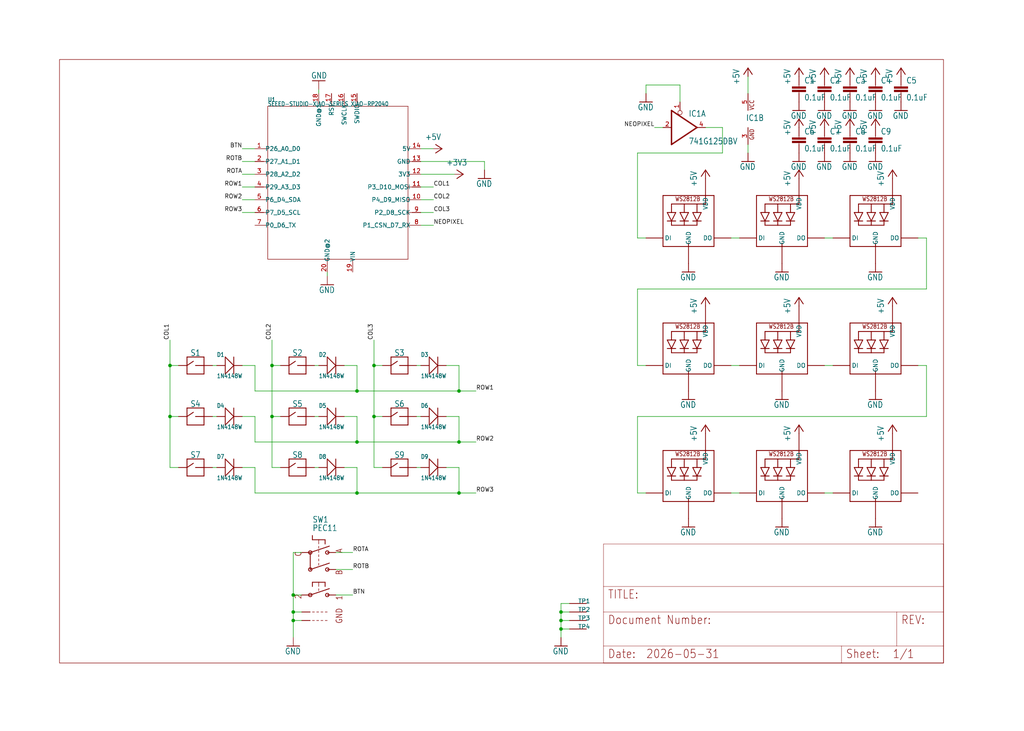
<source format=kicad_sch>
(kicad_sch
	(version 20231120)
	(generator "eeschema")
	(generator_version "8.0")
	(uuid "6c08524f-da00-4bb0-a164-86610c572fdc")
	(paper "User" 305.994 218.491)
	(lib_symbols
		(symbol "MacroBoard-eagle-import:+3V3"
			(power)
			(exclude_from_sim no)
			(in_bom yes)
			(on_board yes)
			(property "Reference" "#+3V3"
				(at 0 0 0)
				(effects
					(font
						(size 1.27 1.27)
					)
					(hide yes)
				)
			)
			(property "Value" ""
				(at -2.54 -5.08 90)
				(effects
					(font
						(size 1.778 1.5113)
					)
					(justify left bottom)
				)
			)
			(property "Footprint" ""
				(at 0 0 0)
				(effects
					(font
						(size 1.27 1.27)
					)
					(hide yes)
				)
			)
			(property "Datasheet" ""
				(at 0 0 0)
				(effects
					(font
						(size 1.27 1.27)
					)
					(hide yes)
				)
			)
			(property "Description" "SUPPLY SYMBOL"
				(at 0 0 0)
				(effects
					(font
						(size 1.27 1.27)
					)
					(hide yes)
				)
			)
			(property "ki_locked" ""
				(at 0 0 0)
				(effects
					(font
						(size 1.27 1.27)
					)
				)
			)
			(symbol "+3V3_1_0"
				(polyline
					(pts
						(xy 0 0) (xy -1.27 -1.905)
					)
					(stroke
						(width 0.254)
						(type solid)
					)
					(fill
						(type none)
					)
				)
				(polyline
					(pts
						(xy 1.27 -1.905) (xy 0 0)
					)
					(stroke
						(width 0.254)
						(type solid)
					)
					(fill
						(type none)
					)
				)
				(pin power_in line
					(at 0 -2.54 90)
					(length 2.54)
					(name "+3V3"
						(effects
							(font
								(size 0 0)
							)
						)
					)
					(number "1"
						(effects
							(font
								(size 0 0)
							)
						)
					)
				)
			)
		)
		(symbol "MacroBoard-eagle-import:+5V"
			(power)
			(exclude_from_sim no)
			(in_bom yes)
			(on_board yes)
			(property "Reference" "#P+"
				(at 0 0 0)
				(effects
					(font
						(size 1.27 1.27)
					)
					(hide yes)
				)
			)
			(property "Value" ""
				(at -2.54 -5.08 90)
				(effects
					(font
						(size 1.778 1.5113)
					)
					(justify left bottom)
				)
			)
			(property "Footprint" ""
				(at 0 0 0)
				(effects
					(font
						(size 1.27 1.27)
					)
					(hide yes)
				)
			)
			(property "Datasheet" ""
				(at 0 0 0)
				(effects
					(font
						(size 1.27 1.27)
					)
					(hide yes)
				)
			)
			(property "Description" "SUPPLY SYMBOL"
				(at 0 0 0)
				(effects
					(font
						(size 1.27 1.27)
					)
					(hide yes)
				)
			)
			(property "ki_locked" ""
				(at 0 0 0)
				(effects
					(font
						(size 1.27 1.27)
					)
				)
			)
			(symbol "+5V_1_0"
				(polyline
					(pts
						(xy 0 0) (xy -1.27 -1.905)
					)
					(stroke
						(width 0.254)
						(type solid)
					)
					(fill
						(type none)
					)
				)
				(polyline
					(pts
						(xy 1.27 -1.905) (xy 0 0)
					)
					(stroke
						(width 0.254)
						(type solid)
					)
					(fill
						(type none)
					)
				)
				(pin power_in line
					(at 0 -2.54 90)
					(length 2.54)
					(name "+5V"
						(effects
							(font
								(size 0 0)
							)
						)
					)
					(number "1"
						(effects
							(font
								(size 0 0)
							)
						)
					)
				)
			)
		)
		(symbol "MacroBoard-eagle-import:741G125DBV"
			(exclude_from_sim no)
			(in_bom yes)
			(on_board yes)
			(property "Reference" "IC"
				(at -0.635 -0.635 0)
				(effects
					(font
						(size 1.778 1.5113)
					)
					(justify left bottom)
				)
			)
			(property "Value" ""
				(at 2.54 -5.08 0)
				(effects
					(font
						(size 1.778 1.5113)
					)
					(justify left bottom)
					(hide yes)
				)
			)
			(property "Footprint" "MacroBoard:SOT23-5"
				(at 0 0 0)
				(effects
					(font
						(size 1.27 1.27)
					)
					(hide yes)
				)
			)
			(property "Datasheet" ""
				(at 0 0 0)
				(effects
					(font
						(size 1.27 1.27)
					)
					(hide yes)
				)
			)
			(property "Description" "Single Bus Buffer Gate with 3-State Output"
				(at 0 0 0)
				(effects
					(font
						(size 1.27 1.27)
					)
					(hide yes)
				)
			)
			(property "ki_locked" ""
				(at 0 0 0)
				(effects
					(font
						(size 1.27 1.27)
					)
				)
			)
			(symbol "741G125DBV_1_0"
				(polyline
					(pts
						(xy -2.54 -5.08) (xy -2.54 5.08)
					)
					(stroke
						(width 0.4064)
						(type solid)
					)
					(fill
						(type none)
					)
				)
				(polyline
					(pts
						(xy 5.08 0) (xy -2.54 -5.08)
					)
					(stroke
						(width 0.4064)
						(type solid)
					)
					(fill
						(type none)
					)
				)
				(polyline
					(pts
						(xy 5.08 0) (xy -2.54 5.08)
					)
					(stroke
						(width 0.4064)
						(type solid)
					)
					(fill
						(type none)
					)
				)
				(circle
					(center 0 4.445)
					(radius 0.635)
					(stroke
						(width 0.1524)
						(type solid)
					)
					(fill
						(type none)
					)
				)
				(pin input line
					(at 0 7.62 270)
					(length 2.54)
					(name "OE"
						(effects
							(font
								(size 0 0)
							)
						)
					)
					(number "1"
						(effects
							(font
								(size 1.27 1.27)
							)
						)
					)
				)
				(pin input line
					(at -5.08 0 0)
					(length 2.54)
					(name "I"
						(effects
							(font
								(size 0 0)
							)
						)
					)
					(number "2"
						(effects
							(font
								(size 1.27 1.27)
							)
						)
					)
				)
				(pin tri_state line
					(at 7.62 0 180)
					(length 2.54)
					(name "O"
						(effects
							(font
								(size 0 0)
							)
						)
					)
					(number "4"
						(effects
							(font
								(size 1.27 1.27)
							)
						)
					)
				)
			)
			(symbol "741G125DBV_2_0"
				(text "GND"
					(at 1.905 -6.35 900)
					(effects
						(font
							(size 1.27 1.0795)
						)
						(justify left bottom)
					)
				)
				(text "VCC"
					(at 1.905 2.54 900)
					(effects
						(font
							(size 1.27 1.0795)
						)
						(justify left bottom)
					)
				)
				(pin power_in line
					(at 0 -7.62 90)
					(length 5.08)
					(name "GND"
						(effects
							(font
								(size 0 0)
							)
						)
					)
					(number "3"
						(effects
							(font
								(size 1.27 1.27)
							)
						)
					)
				)
				(pin power_in line
					(at 0 7.62 270)
					(length 5.08)
					(name "VCC"
						(effects
							(font
								(size 0 0)
							)
						)
					)
					(number "5"
						(effects
							(font
								(size 1.27 1.27)
							)
						)
					)
				)
			)
		)
		(symbol "MacroBoard-eagle-import:ADAFRUIT_ELECTROMECH_ENCODER_PLUS_SWITCH_PEC11"
			(exclude_from_sim no)
			(in_bom yes)
			(on_board yes)
			(property "Reference" "SW"
				(at -1.905 13.97 0)
				(effects
					(font
						(size 1.778 1.5113)
					)
					(justify left bottom)
				)
			)
			(property "Value" ""
				(at -1.905 11.43 0)
				(effects
					(font
						(size 1.778 1.5113)
					)
					(justify left bottom)
				)
			)
			(property "Footprint" "MacroBoard:ADAFRUIT_ELECTROMECH_PEC11+SWITCH"
				(at 0 0 0)
				(effects
					(font
						(size 1.27 1.27)
					)
					(hide yes)
				)
			)
			(property "Datasheet" ""
				(at 0 0 0)
				(effects
					(font
						(size 1.27 1.27)
					)
					(hide yes)
				)
			)
			(property "Description" "Rotary Encoder with Built-In Switch\n\n• PEC11 - 24 Step, PEC11-4215F-S24 - http://www.adafruit.com/products/377"
				(at 0 0 0)
				(effects
					(font
						(size 1.27 1.27)
					)
					(hide yes)
				)
			)
			(property "ki_locked" ""
				(at 0 0 0)
				(effects
					(font
						(size 1.27 1.27)
					)
				)
			)
			(symbol "ADAFRUIT_ELECTROMECH_ENCODER_PLUS_SWITCH_PEC11_1_0"
				(circle
					(center -2.54 -7.62)
					(radius 0.508)
					(stroke
						(width 0.254)
						(type solid)
					)
					(fill
						(type none)
					)
				)
				(circle
					(center -2.54 0)
					(radius 0.508)
					(stroke
						(width 0.254)
						(type solid)
					)
					(fill
						(type none)
					)
				)
				(circle
					(center -2.54 5.08)
					(radius 0.508)
					(stroke
						(width 0.254)
						(type solid)
					)
					(fill
						(type none)
					)
				)
				(polyline
					(pts
						(xy -2.54 -7.62) (xy 3.175 -5.715)
					)
					(stroke
						(width 0.254)
						(type solid)
					)
					(fill
						(type none)
					)
				)
				(polyline
					(pts
						(xy -2.54 0) (xy -2.54 5.08)
					)
					(stroke
						(width 0.254)
						(type solid)
					)
					(fill
						(type none)
					)
				)
				(polyline
					(pts
						(xy -2.54 0) (xy 3.175 1.905)
					)
					(stroke
						(width 0.254)
						(type solid)
					)
					(fill
						(type none)
					)
				)
				(polyline
					(pts
						(xy -2.54 5.08) (xy 3.175 6.985)
					)
					(stroke
						(width 0.254)
						(type solid)
					)
					(fill
						(type none)
					)
				)
				(polyline
					(pts
						(xy -1.905 -15.24) (xy -1.27 -15.24)
					)
					(stroke
						(width 0.1524)
						(type solid)
					)
					(fill
						(type none)
					)
				)
				(polyline
					(pts
						(xy -1.905 -12.7) (xy -1.27 -12.7)
					)
					(stroke
						(width 0.1524)
						(type solid)
					)
					(fill
						(type none)
					)
				)
				(polyline
					(pts
						(xy -1.905 -3.81) (xy -1.905 -5.08)
					)
					(stroke
						(width 0.254)
						(type solid)
					)
					(fill
						(type none)
					)
				)
				(polyline
					(pts
						(xy -1.905 8.89) (xy -1.905 10.16)
					)
					(stroke
						(width 0.254)
						(type solid)
					)
					(fill
						(type none)
					)
				)
				(polyline
					(pts
						(xy -0.635 -15.24) (xy 0 -15.24)
					)
					(stroke
						(width 0.1524)
						(type solid)
					)
					(fill
						(type none)
					)
				)
				(polyline
					(pts
						(xy -0.635 -12.7) (xy 0 -12.7)
					)
					(stroke
						(width 0.1524)
						(type solid)
					)
					(fill
						(type none)
					)
				)
				(polyline
					(pts
						(xy 0 -5.715) (xy 0 -6.35)
					)
					(stroke
						(width 0.1524)
						(type solid)
					)
					(fill
						(type none)
					)
				)
				(polyline
					(pts
						(xy 0 -3.81) (xy -1.905 -3.81)
					)
					(stroke
						(width 0.254)
						(type solid)
					)
					(fill
						(type none)
					)
				)
				(polyline
					(pts
						(xy 0 -3.81) (xy 0 -5.08)
					)
					(stroke
						(width 0.1524)
						(type solid)
					)
					(fill
						(type none)
					)
				)
				(polyline
					(pts
						(xy 0 1.27) (xy 0 1.905)
					)
					(stroke
						(width 0.1524)
						(type solid)
					)
					(fill
						(type none)
					)
				)
				(polyline
					(pts
						(xy 0 3.175) (xy 0 2.54)
					)
					(stroke
						(width 0.1524)
						(type solid)
					)
					(fill
						(type none)
					)
				)
				(polyline
					(pts
						(xy 0 3.81) (xy 0 4.445)
					)
					(stroke
						(width 0.1524)
						(type solid)
					)
					(fill
						(type none)
					)
				)
				(polyline
					(pts
						(xy 0 5.08) (xy 0 5.715)
					)
					(stroke
						(width 0.1524)
						(type solid)
					)
					(fill
						(type none)
					)
				)
				(polyline
					(pts
						(xy 0 6.35) (xy 0 6.985)
					)
					(stroke
						(width 0.1524)
						(type solid)
					)
					(fill
						(type none)
					)
				)
				(polyline
					(pts
						(xy 0 8.89) (xy -1.905 8.89)
					)
					(stroke
						(width 0.254)
						(type solid)
					)
					(fill
						(type none)
					)
				)
				(polyline
					(pts
						(xy 0 8.89) (xy 0 7.62)
					)
					(stroke
						(width 0.1524)
						(type solid)
					)
					(fill
						(type none)
					)
				)
				(polyline
					(pts
						(xy 0.635 -15.24) (xy 1.27 -15.24)
					)
					(stroke
						(width 0.1524)
						(type solid)
					)
					(fill
						(type none)
					)
				)
				(polyline
					(pts
						(xy 0.635 -12.7) (xy 1.27 -12.7)
					)
					(stroke
						(width 0.1524)
						(type solid)
					)
					(fill
						(type none)
					)
				)
				(polyline
					(pts
						(xy 1.905 -15.24) (xy 2.54 -15.24)
					)
					(stroke
						(width 0.1524)
						(type solid)
					)
					(fill
						(type none)
					)
				)
				(polyline
					(pts
						(xy 1.905 -12.7) (xy 2.54 -12.7)
					)
					(stroke
						(width 0.1524)
						(type solid)
					)
					(fill
						(type none)
					)
				)
				(polyline
					(pts
						(xy 1.905 -3.81) (xy 0 -3.81)
					)
					(stroke
						(width 0.254)
						(type solid)
					)
					(fill
						(type none)
					)
				)
				(polyline
					(pts
						(xy 1.905 -3.81) (xy 1.905 -5.08)
					)
					(stroke
						(width 0.254)
						(type solid)
					)
					(fill
						(type none)
					)
				)
				(polyline
					(pts
						(xy 1.905 8.89) (xy 0 8.89)
					)
					(stroke
						(width 0.254)
						(type solid)
					)
					(fill
						(type none)
					)
				)
				(polyline
					(pts
						(xy 1.905 8.89) (xy 1.905 7.62)
					)
					(stroke
						(width 0.254)
						(type solid)
					)
					(fill
						(type none)
					)
				)
				(circle
					(center 2.54 -7.62)
					(radius 0.508)
					(stroke
						(width 0.254)
						(type solid)
					)
					(fill
						(type none)
					)
				)
				(circle
					(center 2.54 0)
					(radius 0.508)
					(stroke
						(width 0.254)
						(type solid)
					)
					(fill
						(type none)
					)
				)
				(circle
					(center 2.54 5.08)
					(radius 0.508)
					(stroke
						(width 0.254)
						(type solid)
					)
					(fill
						(type none)
					)
				)
				(text "1"
					(at 5.08 -7.62 900)
					(effects
						(font
							(size 1.778 1.5113)
						)
						(justify right top)
					)
				)
				(text "2"
					(at -5.08 -8.89 900)
					(effects
						(font
							(size 1.778 1.5113)
						)
						(justify left bottom)
					)
				)
				(text "A"
					(at 5.08 6.35 900)
					(effects
						(font
							(size 1.778 1.5113)
						)
						(justify right top)
					)
				)
				(text "B"
					(at 5.08 0 900)
					(effects
						(font
							(size 1.778 1.5113)
						)
						(justify right top)
					)
				)
				(text "C"
					(at -5.08 3.81 900)
					(effects
						(font
							(size 1.778 1.5113)
						)
						(justify left bottom)
					)
				)
				(text "GND"
					(at 5.08 -11.43 900)
					(effects
						(font
							(size 1.778 1.5113)
						)
						(justify right top)
					)
				)
				(pin passive line
					(at 5.08 -7.62 180)
					(length 2.54)
					(name "P$1"
						(effects
							(font
								(size 0 0)
							)
						)
					)
					(number "P$1"
						(effects
							(font
								(size 0 0)
							)
						)
					)
				)
				(pin passive line
					(at -5.08 -7.62 0)
					(length 2.54)
					(name "P$2"
						(effects
							(font
								(size 0 0)
							)
						)
					)
					(number "P$2"
						(effects
							(font
								(size 0 0)
							)
						)
					)
				)
				(pin passive line
					(at 5.08 5.08 180)
					(length 2.54)
					(name "P$A"
						(effects
							(font
								(size 0 0)
							)
						)
					)
					(number "P$A"
						(effects
							(font
								(size 0 0)
							)
						)
					)
				)
				(pin passive line
					(at 5.08 0 180)
					(length 2.54)
					(name "P$B"
						(effects
							(font
								(size 0 0)
							)
						)
					)
					(number "P$B"
						(effects
							(font
								(size 0 0)
							)
						)
					)
				)
				(pin passive line
					(at -5.08 5.08 0)
					(length 2.54)
					(name "P$C"
						(effects
							(font
								(size 0 0)
							)
						)
					)
					(number "P$C"
						(effects
							(font
								(size 0 0)
							)
						)
					)
				)
				(pin passive line
					(at -5.08 -12.7 0)
					(length 2.54)
					(name "P$GND1"
						(effects
							(font
								(size 0 0)
							)
						)
					)
					(number "P$GND1"
						(effects
							(font
								(size 0 0)
							)
						)
					)
				)
				(pin passive line
					(at -5.08 -15.24 0)
					(length 2.54)
					(name "P$GND2"
						(effects
							(font
								(size 0 0)
							)
						)
					)
					(number "P$GND2"
						(effects
							(font
								(size 0 0)
							)
						)
					)
				)
			)
		)
		(symbol "MacroBoard-eagle-import:ADAFRUIT_ELECTROMECH_KBD_SWITCH_KAILH_SOCKETBOX_JADE_KAILH_SOCKET"
			(exclude_from_sim no)
			(in_bom yes)
			(on_board yes)
			(property "Reference" ""
				(at 0 2.794 0)
				(effects
					(font
						(size 1.778 1.5113)
					)
					(justify bottom)
					(hide yes)
				)
			)
			(property "Value" ""
				(at 0 0 0)
				(effects
					(font
						(size 1.27 1.27)
					)
					(hide yes)
				)
			)
			(property "Footprint" "MacroBoard:ADAFRUIT_ELECTROMECH_KAILH_SOCKET"
				(at 0 0 0)
				(effects
					(font
						(size 1.27 1.27)
					)
					(hide yes)
				)
			)
			(property "Datasheet" ""
				(at 0 0 0)
				(effects
					(font
						(size 1.27 1.27)
					)
					(hide yes)
				)
			)
			(property "Description" ""
				(at 0 0 0)
				(effects
					(font
						(size 1.27 1.27)
					)
					(hide yes)
				)
			)
			(property "ki_locked" ""
				(at 0 0 0)
				(effects
					(font
						(size 1.27 1.27)
					)
				)
			)
			(symbol "ADAFRUIT_ELECTROMECH_KBD_SWITCH_KAILH_SOCKETBOX_JADE_KAILH_SOCKET_1_0"
				(polyline
					(pts
						(xy -2.54 -2.54) (xy 2.54 -2.54)
					)
					(stroke
						(width 0.254)
						(type solid)
					)
					(fill
						(type none)
					)
				)
				(polyline
					(pts
						(xy -2.54 0) (xy -2.54 -2.54)
					)
					(stroke
						(width 0.254)
						(type solid)
					)
					(fill
						(type none)
					)
				)
				(polyline
					(pts
						(xy -2.54 0) (xy -0.635 1.27)
					)
					(stroke
						(width 0.254)
						(type solid)
					)
					(fill
						(type none)
					)
				)
				(polyline
					(pts
						(xy -2.54 2.54) (xy -2.54 0)
					)
					(stroke
						(width 0.254)
						(type solid)
					)
					(fill
						(type none)
					)
				)
				(polyline
					(pts
						(xy -2.54 2.54) (xy 2.54 2.54)
					)
					(stroke
						(width 0.254)
						(type solid)
					)
					(fill
						(type none)
					)
				)
				(polyline
					(pts
						(xy 0 0) (xy 2.54 0)
					)
					(stroke
						(width 0.254)
						(type solid)
					)
					(fill
						(type none)
					)
				)
				(polyline
					(pts
						(xy 2.54 0) (xy 2.54 -2.54)
					)
					(stroke
						(width 0.254)
						(type solid)
					)
					(fill
						(type none)
					)
				)
				(polyline
					(pts
						(xy 2.54 2.54) (xy 2.54 0)
					)
					(stroke
						(width 0.254)
						(type solid)
					)
					(fill
						(type none)
					)
				)
				(pin passive line
					(at -5.08 0 0)
					(length 2.54)
					(name "1"
						(effects
							(font
								(size 0 0)
							)
						)
					)
					(number "1"
						(effects
							(font
								(size 0 0)
							)
						)
					)
				)
				(pin passive line
					(at 5.08 0 180)
					(length 2.54)
					(name "2"
						(effects
							(font
								(size 0 0)
							)
						)
					)
					(number "2"
						(effects
							(font
								(size 0 0)
							)
						)
					)
				)
			)
		)
		(symbol "MacroBoard-eagle-import:C-EUC0805K"
			(exclude_from_sim no)
			(in_bom yes)
			(on_board yes)
			(property "Reference" "C"
				(at 1.524 0.381 0)
				(effects
					(font
						(size 1.778 1.5113)
					)
					(justify left bottom)
				)
			)
			(property "Value" ""
				(at 1.524 -4.699 0)
				(effects
					(font
						(size 1.778 1.5113)
					)
					(justify left bottom)
				)
			)
			(property "Footprint" "MacroBoard:C0805K"
				(at 0 0 0)
				(effects
					(font
						(size 1.27 1.27)
					)
					(hide yes)
				)
			)
			(property "Datasheet" ""
				(at 0 0 0)
				(effects
					(font
						(size 1.27 1.27)
					)
					(hide yes)
				)
			)
			(property "Description" "CAPACITOR, European symbol"
				(at 0 0 0)
				(effects
					(font
						(size 1.27 1.27)
					)
					(hide yes)
				)
			)
			(property "ki_locked" ""
				(at 0 0 0)
				(effects
					(font
						(size 1.27 1.27)
					)
				)
			)
			(symbol "C-EUC0805K_1_0"
				(rectangle
					(start -2.032 -2.032)
					(end 2.032 -1.524)
					(stroke
						(width 0)
						(type default)
					)
					(fill
						(type outline)
					)
				)
				(rectangle
					(start -2.032 -1.016)
					(end 2.032 -0.508)
					(stroke
						(width 0)
						(type default)
					)
					(fill
						(type outline)
					)
				)
				(polyline
					(pts
						(xy 0 -2.54) (xy 0 -2.032)
					)
					(stroke
						(width 0.1524)
						(type solid)
					)
					(fill
						(type none)
					)
				)
				(polyline
					(pts
						(xy 0 0) (xy 0 -0.508)
					)
					(stroke
						(width 0.1524)
						(type solid)
					)
					(fill
						(type none)
					)
				)
				(pin passive line
					(at 0 2.54 270)
					(length 2.54)
					(name "1"
						(effects
							(font
								(size 0 0)
							)
						)
					)
					(number "1"
						(effects
							(font
								(size 0 0)
							)
						)
					)
				)
				(pin passive line
					(at 0 -5.08 90)
					(length 2.54)
					(name "2"
						(effects
							(font
								(size 0 0)
							)
						)
					)
					(number "2"
						(effects
							(font
								(size 0 0)
							)
						)
					)
				)
			)
		)
		(symbol "MacroBoard-eagle-import:DINA4_L"
			(exclude_from_sim no)
			(in_bom yes)
			(on_board yes)
			(property "Reference" "#FRAME"
				(at 0 0 0)
				(effects
					(font
						(size 1.27 1.27)
					)
					(hide yes)
				)
			)
			(property "Value" ""
				(at 0 0 0)
				(effects
					(font
						(size 1.27 1.27)
					)
					(hide yes)
				)
			)
			(property "Footprint" ""
				(at 0 0 0)
				(effects
					(font
						(size 1.27 1.27)
					)
					(hide yes)
				)
			)
			(property "Datasheet" ""
				(at 0 0 0)
				(effects
					(font
						(size 1.27 1.27)
					)
					(hide yes)
				)
			)
			(property "Description" "FRAME\n\nDIN A4, landscape with extra doc field"
				(at 0 0 0)
				(effects
					(font
						(size 1.27 1.27)
					)
					(hide yes)
				)
			)
			(property "ki_locked" ""
				(at 0 0 0)
				(effects
					(font
						(size 1.27 1.27)
					)
				)
			)
			(symbol "DINA4_L_1_0"
				(polyline
					(pts
						(xy 0 0) (xy 264.16 0) (xy 264.16 180.34) (xy 0 180.34) (xy 0 0)
					)
					(stroke
						(width 0)
						(type default)
					)
					(fill
						(type none)
					)
				)
			)
			(symbol "DINA4_L_2_0"
				(polyline
					(pts
						(xy 0 0) (xy 0 5.08)
					)
					(stroke
						(width 0.1016)
						(type solid)
					)
					(fill
						(type none)
					)
				)
				(polyline
					(pts
						(xy 0 0) (xy 71.12 0)
					)
					(stroke
						(width 0.1016)
						(type solid)
					)
					(fill
						(type none)
					)
				)
				(polyline
					(pts
						(xy 0 5.08) (xy 0 15.24)
					)
					(stroke
						(width 0.1016)
						(type solid)
					)
					(fill
						(type none)
					)
				)
				(polyline
					(pts
						(xy 0 5.08) (xy 71.12 5.08)
					)
					(stroke
						(width 0.1016)
						(type solid)
					)
					(fill
						(type none)
					)
				)
				(polyline
					(pts
						(xy 0 15.24) (xy 0 22.86)
					)
					(stroke
						(width 0.1016)
						(type solid)
					)
					(fill
						(type none)
					)
				)
				(polyline
					(pts
						(xy 0 22.86) (xy 0 35.56)
					)
					(stroke
						(width 0.1016)
						(type solid)
					)
					(fill
						(type none)
					)
				)
				(polyline
					(pts
						(xy 0 22.86) (xy 101.6 22.86)
					)
					(stroke
						(width 0.1016)
						(type solid)
					)
					(fill
						(type none)
					)
				)
				(polyline
					(pts
						(xy 71.12 0) (xy 101.6 0)
					)
					(stroke
						(width 0.1016)
						(type solid)
					)
					(fill
						(type none)
					)
				)
				(polyline
					(pts
						(xy 71.12 5.08) (xy 71.12 0)
					)
					(stroke
						(width 0.1016)
						(type solid)
					)
					(fill
						(type none)
					)
				)
				(polyline
					(pts
						(xy 71.12 5.08) (xy 87.63 5.08)
					)
					(stroke
						(width 0.1016)
						(type solid)
					)
					(fill
						(type none)
					)
				)
				(polyline
					(pts
						(xy 87.63 5.08) (xy 101.6 5.08)
					)
					(stroke
						(width 0.1016)
						(type solid)
					)
					(fill
						(type none)
					)
				)
				(polyline
					(pts
						(xy 87.63 15.24) (xy 0 15.24)
					)
					(stroke
						(width 0.1016)
						(type solid)
					)
					(fill
						(type none)
					)
				)
				(polyline
					(pts
						(xy 87.63 15.24) (xy 87.63 5.08)
					)
					(stroke
						(width 0.1016)
						(type solid)
					)
					(fill
						(type none)
					)
				)
				(polyline
					(pts
						(xy 101.6 5.08) (xy 101.6 0)
					)
					(stroke
						(width 0.1016)
						(type solid)
					)
					(fill
						(type none)
					)
				)
				(polyline
					(pts
						(xy 101.6 15.24) (xy 87.63 15.24)
					)
					(stroke
						(width 0.1016)
						(type solid)
					)
					(fill
						(type none)
					)
				)
				(polyline
					(pts
						(xy 101.6 15.24) (xy 101.6 5.08)
					)
					(stroke
						(width 0.1016)
						(type solid)
					)
					(fill
						(type none)
					)
				)
				(polyline
					(pts
						(xy 101.6 22.86) (xy 101.6 15.24)
					)
					(stroke
						(width 0.1016)
						(type solid)
					)
					(fill
						(type none)
					)
				)
				(polyline
					(pts
						(xy 101.6 35.56) (xy 0 35.56)
					)
					(stroke
						(width 0.1016)
						(type solid)
					)
					(fill
						(type none)
					)
				)
				(polyline
					(pts
						(xy 101.6 35.56) (xy 101.6 22.86)
					)
					(stroke
						(width 0.1016)
						(type solid)
					)
					(fill
						(type none)
					)
				)
				(text "${#}/${##}"
					(at 86.36 1.27 0)
					(effects
						(font
							(size 2.54 2.159)
						)
						(justify left bottom)
					)
				)
				(text "${CURRENT_DATE}"
					(at 12.7 1.27 0)
					(effects
						(font
							(size 2.54 2.159)
						)
						(justify left bottom)
					)
				)
				(text "${PROJECTNAME}"
					(at 17.78 19.05 0)
					(effects
						(font
							(size 2.54 2.159)
						)
						(justify left bottom)
					)
				)
				(text "Date:"
					(at 1.27 1.27 0)
					(effects
						(font
							(size 2.54 2.159)
						)
						(justify left bottom)
					)
				)
				(text "Document Number:"
					(at 1.27 11.43 0)
					(effects
						(font
							(size 2.54 2.159)
						)
						(justify left bottom)
					)
				)
				(text "REV:"
					(at 88.9 11.43 0)
					(effects
						(font
							(size 2.54 2.159)
						)
						(justify left bottom)
					)
				)
				(text "Sheet:"
					(at 72.39 1.27 0)
					(effects
						(font
							(size 2.54 2.159)
						)
						(justify left bottom)
					)
				)
				(text "TITLE:"
					(at 1.27 19.05 0)
					(effects
						(font
							(size 2.54 2.159)
						)
						(justify left bottom)
					)
				)
			)
		)
		(symbol "MacroBoard-eagle-import:GND"
			(power)
			(exclude_from_sim no)
			(in_bom yes)
			(on_board yes)
			(property "Reference" "#GND"
				(at 0 0 0)
				(effects
					(font
						(size 1.27 1.27)
					)
					(hide yes)
				)
			)
			(property "Value" ""
				(at -2.54 -2.54 0)
				(effects
					(font
						(size 1.778 1.5113)
					)
					(justify left bottom)
				)
			)
			(property "Footprint" ""
				(at 0 0 0)
				(effects
					(font
						(size 1.27 1.27)
					)
					(hide yes)
				)
			)
			(property "Datasheet" ""
				(at 0 0 0)
				(effects
					(font
						(size 1.27 1.27)
					)
					(hide yes)
				)
			)
			(property "Description" "SUPPLY SYMBOL"
				(at 0 0 0)
				(effects
					(font
						(size 1.27 1.27)
					)
					(hide yes)
				)
			)
			(property "ki_locked" ""
				(at 0 0 0)
				(effects
					(font
						(size 1.27 1.27)
					)
				)
			)
			(symbol "GND_1_0"
				(polyline
					(pts
						(xy -1.905 0) (xy 1.905 0)
					)
					(stroke
						(width 0.254)
						(type solid)
					)
					(fill
						(type none)
					)
				)
				(pin power_in line
					(at 0 2.54 270)
					(length 2.54)
					(name "GND"
						(effects
							(font
								(size 0 0)
							)
						)
					)
					(number "1"
						(effects
							(font
								(size 0 0)
							)
						)
					)
				)
			)
		)
		(symbol "MacroBoard-eagle-import:MICROBUILDER_WS2812B_SK6812E"
			(exclude_from_sim no)
			(in_bom yes)
			(on_board yes)
			(property "Reference" "LED"
				(at 0 0 0)
				(effects
					(font
						(size 1.27 1.27)
					)
					(hide yes)
				)
			)
			(property "Value" ""
				(at 0 0 0)
				(effects
					(font
						(size 1.27 1.27)
					)
					(hide yes)
				)
			)
			(property "Footprint" "MacroBoard:MICROBUILDER_NEO3535_REVERSE"
				(at 0 0 0)
				(effects
					(font
						(size 1.27 1.27)
					)
					(hide yes)
				)
			)
			(property "Datasheet" ""
				(at 0 0 0)
				(effects
					(font
						(size 1.27 1.27)
					)
					(hide yes)
				)
			)
			(property "Description" ""
				(at 0 0 0)
				(effects
					(font
						(size 1.27 1.27)
					)
					(hide yes)
				)
			)
			(property "ki_locked" ""
				(at 0 0 0)
				(effects
					(font
						(size 1.27 1.27)
					)
				)
			)
			(symbol "MICROBUILDER_WS2812B_SK6812E_1_0"
				(polyline
					(pts
						(xy -7.62 -5.08) (xy 0 -5.08)
					)
					(stroke
						(width 0.254)
						(type solid)
					)
					(fill
						(type none)
					)
				)
				(polyline
					(pts
						(xy -7.62 10.16) (xy -7.62 -5.08)
					)
					(stroke
						(width 0.254)
						(type solid)
					)
					(fill
						(type none)
					)
				)
				(polyline
					(pts
						(xy -6.35 2.54) (xy -5.08 2.54)
					)
					(stroke
						(width 0.254)
						(type solid)
					)
					(fill
						(type none)
					)
				)
				(polyline
					(pts
						(xy -6.35 5.08) (xy -5.08 5.08)
					)
					(stroke
						(width 0.254)
						(type solid)
					)
					(fill
						(type none)
					)
				)
				(polyline
					(pts
						(xy -5.08 2.54) (xy -6.35 5.08)
					)
					(stroke
						(width 0.254)
						(type solid)
					)
					(fill
						(type none)
					)
				)
				(polyline
					(pts
						(xy -5.08 2.54) (xy -5.08 1.27)
					)
					(stroke
						(width 0.254)
						(type solid)
					)
					(fill
						(type none)
					)
				)
				(polyline
					(pts
						(xy -5.08 2.54) (xy -3.81 5.08)
					)
					(stroke
						(width 0.254)
						(type solid)
					)
					(fill
						(type none)
					)
				)
				(polyline
					(pts
						(xy -5.08 5.08) (xy -3.81 5.08)
					)
					(stroke
						(width 0.254)
						(type solid)
					)
					(fill
						(type none)
					)
				)
				(polyline
					(pts
						(xy -5.08 7.62) (xy -5.08 5.08)
					)
					(stroke
						(width 0.254)
						(type solid)
					)
					(fill
						(type none)
					)
				)
				(polyline
					(pts
						(xy -3.81 2.54) (xy -5.08 2.54)
					)
					(stroke
						(width 0.254)
						(type solid)
					)
					(fill
						(type none)
					)
				)
				(polyline
					(pts
						(xy -2.54 2.54) (xy -1.27 2.54)
					)
					(stroke
						(width 0.254)
						(type solid)
					)
					(fill
						(type none)
					)
				)
				(polyline
					(pts
						(xy -2.54 5.08) (xy 0 5.08)
					)
					(stroke
						(width 0.254)
						(type solid)
					)
					(fill
						(type none)
					)
				)
				(polyline
					(pts
						(xy -1.27 1.27) (xy -5.08 1.27)
					)
					(stroke
						(width 0.254)
						(type solid)
					)
					(fill
						(type none)
					)
				)
				(polyline
					(pts
						(xy -1.27 2.54) (xy -2.54 5.08)
					)
					(stroke
						(width 0.254)
						(type solid)
					)
					(fill
						(type none)
					)
				)
				(polyline
					(pts
						(xy -1.27 2.54) (xy -1.27 1.27)
					)
					(stroke
						(width 0.254)
						(type solid)
					)
					(fill
						(type none)
					)
				)
				(polyline
					(pts
						(xy -1.27 2.54) (xy 0 2.54)
					)
					(stroke
						(width 0.254)
						(type solid)
					)
					(fill
						(type none)
					)
				)
				(polyline
					(pts
						(xy -1.27 5.08) (xy -1.27 7.62)
					)
					(stroke
						(width 0.254)
						(type solid)
					)
					(fill
						(type none)
					)
				)
				(polyline
					(pts
						(xy -1.27 7.62) (xy -5.08 7.62)
					)
					(stroke
						(width 0.254)
						(type solid)
					)
					(fill
						(type none)
					)
				)
				(polyline
					(pts
						(xy 0 -5.08) (xy 7.62 -5.08)
					)
					(stroke
						(width 0.254)
						(type solid)
					)
					(fill
						(type none)
					)
				)
				(polyline
					(pts
						(xy 0 -4.064) (xy 0 -5.08)
					)
					(stroke
						(width 0.254)
						(type solid)
					)
					(fill
						(type none)
					)
				)
				(polyline
					(pts
						(xy 0 5.08) (xy -1.27 2.54)
					)
					(stroke
						(width 0.254)
						(type solid)
					)
					(fill
						(type none)
					)
				)
				(polyline
					(pts
						(xy 1.27 5.08) (xy 2.54 2.54)
					)
					(stroke
						(width 0.254)
						(type solid)
					)
					(fill
						(type none)
					)
				)
				(polyline
					(pts
						(xy 1.27 5.08) (xy 2.54 5.08)
					)
					(stroke
						(width 0.254)
						(type solid)
					)
					(fill
						(type none)
					)
				)
				(polyline
					(pts
						(xy 2.54 1.27) (xy -1.27 1.27)
					)
					(stroke
						(width 0.254)
						(type solid)
					)
					(fill
						(type none)
					)
				)
				(polyline
					(pts
						(xy 2.54 2.54) (xy 1.27 2.54)
					)
					(stroke
						(width 0.254)
						(type solid)
					)
					(fill
						(type none)
					)
				)
				(polyline
					(pts
						(xy 2.54 2.54) (xy 2.54 1.27)
					)
					(stroke
						(width 0.254)
						(type solid)
					)
					(fill
						(type none)
					)
				)
				(polyline
					(pts
						(xy 2.54 2.54) (xy 3.81 2.54)
					)
					(stroke
						(width 0.254)
						(type solid)
					)
					(fill
						(type none)
					)
				)
				(polyline
					(pts
						(xy 2.54 2.54) (xy 3.81 5.08)
					)
					(stroke
						(width 0.254)
						(type solid)
					)
					(fill
						(type none)
					)
				)
				(polyline
					(pts
						(xy 2.54 5.08) (xy 2.54 7.62)
					)
					(stroke
						(width 0.254)
						(type solid)
					)
					(fill
						(type none)
					)
				)
				(polyline
					(pts
						(xy 2.54 7.62) (xy -1.27 7.62)
					)
					(stroke
						(width 0.254)
						(type solid)
					)
					(fill
						(type none)
					)
				)
				(polyline
					(pts
						(xy 2.54 7.62) (xy 5.08 7.62)
					)
					(stroke
						(width 0.254)
						(type solid)
					)
					(fill
						(type none)
					)
				)
				(polyline
					(pts
						(xy 3.81 5.08) (xy 2.54 5.08)
					)
					(stroke
						(width 0.254)
						(type solid)
					)
					(fill
						(type none)
					)
				)
				(polyline
					(pts
						(xy 5.08 10.16) (xy -7.62 10.16)
					)
					(stroke
						(width 0.254)
						(type solid)
					)
					(fill
						(type none)
					)
				)
				(polyline
					(pts
						(xy 5.08 10.16) (xy 5.08 7.62)
					)
					(stroke
						(width 0.254)
						(type solid)
					)
					(fill
						(type none)
					)
				)
				(polyline
					(pts
						(xy 7.62 -5.08) (xy 7.62 10.16)
					)
					(stroke
						(width 0.254)
						(type solid)
					)
					(fill
						(type none)
					)
				)
				(polyline
					(pts
						(xy 7.62 10.16) (xy 5.08 10.16)
					)
					(stroke
						(width 0.254)
						(type solid)
					)
					(fill
						(type none)
					)
				)
				(text "WS2812B"
					(at -4.064 8.382 0)
					(effects
						(font
							(size 1.27 1.0795)
						)
						(justify left bottom)
					)
				)
				(pin power_in line
					(at 5.08 15.24 270)
					(length 5.08)
					(name "VDD"
						(effects
							(font
								(size 1.27 1.27)
							)
						)
					)
					(number "1-VDD"
						(effects
							(font
								(size 0 0)
							)
						)
					)
				)
				(pin output line
					(at 12.7 -2.54 180)
					(length 5.08)
					(name "DO"
						(effects
							(font
								(size 1.27 1.27)
							)
						)
					)
					(number "2-DOUT"
						(effects
							(font
								(size 0 0)
							)
						)
					)
				)
				(pin power_in line
					(at 0 -10.16 90)
					(length 5.08)
					(name "GND"
						(effects
							(font
								(size 1.27 1.27)
							)
						)
					)
					(number "3-GND"
						(effects
							(font
								(size 0 0)
							)
						)
					)
				)
				(pin input line
					(at -12.7 -2.54 0)
					(length 5.08)
					(name "DI"
						(effects
							(font
								(size 1.27 1.27)
							)
						)
					)
					(number "4-DIN"
						(effects
							(font
								(size 0 0)
							)
						)
					)
				)
			)
		)
		(symbol "MacroBoard-eagle-import:SEEED-STUDIO-XIAO-SERIES_XIAO-RP2040"
			(exclude_from_sim no)
			(in_bom yes)
			(on_board yes)
			(property "Reference" "U"
				(at -20.32 24.13 0)
				(effects
					(font
						(size 1.27 1.0795)
					)
					(justify left bottom)
				)
			)
			(property "Value" ""
				(at -20.32 22.86 0)
				(effects
					(font
						(size 1.27 1.0795)
					)
					(justify left bottom)
				)
			)
			(property "Footprint" "MacroBoard:SEEED-STUDIO-XIAO-SERIES_XIAO-SAMD21_RP2040-MODULE14P-2.54-21X17.8MM"
				(at 0 0 0)
				(effects
					(font
						(size 1.27 1.27)
					)
					(hide yes)
				)
			)
			(property "Datasheet" ""
				(at 0 0 0)
				(effects
					(font
						(size 1.27 1.27)
					)
					(hide yes)
				)
			)
			(property "Description" "Seeed Studio XIAO RP2040 v1.22 - Raspberry Pi RP2040 Microcontroller - 32-bit 133MHz Dual-Core ARM® Cortex® M0+processor Seeed SKU: 102010428\n\nSeeed Studio XIAO RP2040 is a microcontroller using the Raspberry Pi RP2040 chip. The MCU runs at up to 133MHz. It is built with rich interfaces in a tiny thumb size and fully supports Arduino, MicroPython, and CircuitPython. The onboard interfaces are enough for developing multiple applications.\n\nhttps://www.seeedstudio.com/XIAO-RP2040-v1-0-p-5026.html Buy now\nhttps://wiki.seeedstudio.com/XIAO-RP2040/ Wiki"
				(at 0 0 0)
				(effects
					(font
						(size 1.27 1.27)
					)
					(hide yes)
				)
			)
			(property "ki_locked" ""
				(at 0 0 0)
				(effects
					(font
						(size 1.27 1.27)
					)
				)
			)
			(symbol "SEEED-STUDIO-XIAO-SERIES_XIAO-RP2040_1_0"
				(polyline
					(pts
						(xy -20.32 -22.86) (xy -2.54 -22.86)
					)
					(stroke
						(width 0.1524)
						(type solid)
					)
					(fill
						(type none)
					)
				)
				(polyline
					(pts
						(xy -20.32 -12.7) (xy -21.59 -12.7)
					)
					(stroke
						(width 0.1524)
						(type solid)
					)
					(fill
						(type none)
					)
				)
				(polyline
					(pts
						(xy -20.32 -12.7) (xy -20.32 -22.86)
					)
					(stroke
						(width 0.1524)
						(type solid)
					)
					(fill
						(type none)
					)
				)
				(polyline
					(pts
						(xy -20.32 -8.89) (xy -21.59 -8.89)
					)
					(stroke
						(width 0.1524)
						(type solid)
					)
					(fill
						(type none)
					)
				)
				(polyline
					(pts
						(xy -20.32 -8.89) (xy -20.32 -12.7)
					)
					(stroke
						(width 0.1524)
						(type solid)
					)
					(fill
						(type none)
					)
				)
				(polyline
					(pts
						(xy -20.32 -5.08) (xy -21.59 -5.08)
					)
					(stroke
						(width 0.1524)
						(type solid)
					)
					(fill
						(type none)
					)
				)
				(polyline
					(pts
						(xy -20.32 -5.08) (xy -20.32 -8.89)
					)
					(stroke
						(width 0.1524)
						(type solid)
					)
					(fill
						(type none)
					)
				)
				(polyline
					(pts
						(xy -20.32 -1.27) (xy -21.59 -1.27)
					)
					(stroke
						(width 0.1524)
						(type solid)
					)
					(fill
						(type none)
					)
				)
				(polyline
					(pts
						(xy -20.32 -1.27) (xy -20.32 -5.08)
					)
					(stroke
						(width 0.1524)
						(type solid)
					)
					(fill
						(type none)
					)
				)
				(polyline
					(pts
						(xy -20.32 2.54) (xy -21.59 2.54)
					)
					(stroke
						(width 0.1524)
						(type solid)
					)
					(fill
						(type none)
					)
				)
				(polyline
					(pts
						(xy -20.32 2.54) (xy -20.32 -1.27)
					)
					(stroke
						(width 0.1524)
						(type solid)
					)
					(fill
						(type none)
					)
				)
				(polyline
					(pts
						(xy -20.32 6.35) (xy -21.59 6.35)
					)
					(stroke
						(width 0.1524)
						(type solid)
					)
					(fill
						(type none)
					)
				)
				(polyline
					(pts
						(xy -20.32 6.35) (xy -20.32 2.54)
					)
					(stroke
						(width 0.1524)
						(type solid)
					)
					(fill
						(type none)
					)
				)
				(polyline
					(pts
						(xy -20.32 10.16) (xy -21.59 10.16)
					)
					(stroke
						(width 0.1524)
						(type solid)
					)
					(fill
						(type none)
					)
				)
				(polyline
					(pts
						(xy -20.32 10.16) (xy -20.32 6.35)
					)
					(stroke
						(width 0.1524)
						(type solid)
					)
					(fill
						(type none)
					)
				)
				(polyline
					(pts
						(xy -20.32 22.86) (xy -20.32 10.16)
					)
					(stroke
						(width 0.1524)
						(type solid)
					)
					(fill
						(type none)
					)
				)
				(polyline
					(pts
						(xy -5.08 22.86) (xy -20.32 22.86)
					)
					(stroke
						(width 0.1524)
						(type solid)
					)
					(fill
						(type none)
					)
				)
				(polyline
					(pts
						(xy -5.08 24.13) (xy -5.08 22.86)
					)
					(stroke
						(width 0.1524)
						(type solid)
					)
					(fill
						(type none)
					)
				)
				(polyline
					(pts
						(xy -2.54 -22.86) (xy -2.54 -24.13)
					)
					(stroke
						(width 0.1524)
						(type solid)
					)
					(fill
						(type none)
					)
				)
				(polyline
					(pts
						(xy -2.54 -22.86) (xy 5.08 -22.86)
					)
					(stroke
						(width 0.1524)
						(type solid)
					)
					(fill
						(type none)
					)
				)
				(polyline
					(pts
						(xy -1.27 22.86) (xy -5.08 22.86)
					)
					(stroke
						(width 0.1524)
						(type solid)
					)
					(fill
						(type none)
					)
				)
				(polyline
					(pts
						(xy -1.27 24.13) (xy -1.27 22.86)
					)
					(stroke
						(width 0.1524)
						(type solid)
					)
					(fill
						(type none)
					)
				)
				(polyline
					(pts
						(xy 2.54 22.86) (xy -1.27 22.86)
					)
					(stroke
						(width 0.1524)
						(type solid)
					)
					(fill
						(type none)
					)
				)
				(polyline
					(pts
						(xy 2.54 24.13) (xy 2.54 22.86)
					)
					(stroke
						(width 0.1524)
						(type solid)
					)
					(fill
						(type none)
					)
				)
				(polyline
					(pts
						(xy 5.08 -22.86) (xy 5.08 -24.13)
					)
					(stroke
						(width 0.1524)
						(type solid)
					)
					(fill
						(type none)
					)
				)
				(polyline
					(pts
						(xy 5.08 -22.86) (xy 21.59 -22.86)
					)
					(stroke
						(width 0.1524)
						(type solid)
					)
					(fill
						(type none)
					)
				)
				(polyline
					(pts
						(xy 6.35 22.86) (xy 2.54 22.86)
					)
					(stroke
						(width 0.1524)
						(type solid)
					)
					(fill
						(type none)
					)
				)
				(polyline
					(pts
						(xy 6.35 24.13) (xy 6.35 22.86)
					)
					(stroke
						(width 0.1524)
						(type solid)
					)
					(fill
						(type none)
					)
				)
				(polyline
					(pts
						(xy 21.59 -22.86) (xy 21.59 -12.7)
					)
					(stroke
						(width 0.1524)
						(type solid)
					)
					(fill
						(type none)
					)
				)
				(polyline
					(pts
						(xy 21.59 -12.7) (xy 21.59 -8.89)
					)
					(stroke
						(width 0.1524)
						(type solid)
					)
					(fill
						(type none)
					)
				)
				(polyline
					(pts
						(xy 21.59 -8.89) (xy 21.59 -5.08)
					)
					(stroke
						(width 0.1524)
						(type solid)
					)
					(fill
						(type none)
					)
				)
				(polyline
					(pts
						(xy 21.59 -5.08) (xy 21.59 -1.27)
					)
					(stroke
						(width 0.1524)
						(type solid)
					)
					(fill
						(type none)
					)
				)
				(polyline
					(pts
						(xy 21.59 -1.27) (xy 21.59 2.54)
					)
					(stroke
						(width 0.1524)
						(type solid)
					)
					(fill
						(type none)
					)
				)
				(polyline
					(pts
						(xy 21.59 2.54) (xy 21.59 6.35)
					)
					(stroke
						(width 0.1524)
						(type solid)
					)
					(fill
						(type none)
					)
				)
				(polyline
					(pts
						(xy 21.59 6.35) (xy 21.59 10.16)
					)
					(stroke
						(width 0.1524)
						(type solid)
					)
					(fill
						(type none)
					)
				)
				(polyline
					(pts
						(xy 21.59 10.16) (xy 21.59 22.86)
					)
					(stroke
						(width 0.1524)
						(type solid)
					)
					(fill
						(type none)
					)
				)
				(polyline
					(pts
						(xy 21.59 22.86) (xy 6.35 22.86)
					)
					(stroke
						(width 0.1524)
						(type solid)
					)
					(fill
						(type none)
					)
				)
				(polyline
					(pts
						(xy 22.86 -12.7) (xy 21.59 -12.7)
					)
					(stroke
						(width 0.1524)
						(type solid)
					)
					(fill
						(type none)
					)
				)
				(polyline
					(pts
						(xy 22.86 -8.89) (xy 21.59 -8.89)
					)
					(stroke
						(width 0.1524)
						(type solid)
					)
					(fill
						(type none)
					)
				)
				(polyline
					(pts
						(xy 22.86 -5.08) (xy 21.59 -5.08)
					)
					(stroke
						(width 0.1524)
						(type solid)
					)
					(fill
						(type none)
					)
				)
				(polyline
					(pts
						(xy 22.86 -1.27) (xy 21.59 -1.27)
					)
					(stroke
						(width 0.1524)
						(type solid)
					)
					(fill
						(type none)
					)
				)
				(polyline
					(pts
						(xy 22.86 2.54) (xy 21.59 2.54)
					)
					(stroke
						(width 0.1524)
						(type solid)
					)
					(fill
						(type none)
					)
				)
				(polyline
					(pts
						(xy 22.86 6.35) (xy 21.59 6.35)
					)
					(stroke
						(width 0.1524)
						(type solid)
					)
					(fill
						(type none)
					)
				)
				(polyline
					(pts
						(xy 22.86 10.16) (xy 21.59 10.16)
					)
					(stroke
						(width 0.1524)
						(type solid)
					)
					(fill
						(type none)
					)
				)
				(pin bidirectional line
					(at -24.13 10.16 0)
					(length 2.54)
					(name "P26_A0_D0"
						(effects
							(font
								(size 1.27 1.27)
							)
						)
					)
					(number "1"
						(effects
							(font
								(size 1.27 1.27)
							)
						)
					)
				)
				(pin bidirectional line
					(at 25.4 -5.08 180)
					(length 2.54)
					(name "P4_D9_MISO"
						(effects
							(font
								(size 1.27 1.27)
							)
						)
					)
					(number "10"
						(effects
							(font
								(size 1.27 1.27)
							)
						)
					)
				)
				(pin bidirectional line
					(at 25.4 -1.27 180)
					(length 2.54)
					(name "P3_D10_MOSI"
						(effects
							(font
								(size 1.27 1.27)
							)
						)
					)
					(number "11"
						(effects
							(font
								(size 1.27 1.27)
							)
						)
					)
				)
				(pin bidirectional line
					(at 25.4 2.54 180)
					(length 2.54)
					(name "3V3"
						(effects
							(font
								(size 1.27 1.27)
							)
						)
					)
					(number "12"
						(effects
							(font
								(size 1.27 1.27)
							)
						)
					)
				)
				(pin bidirectional line
					(at 25.4 6.35 180)
					(length 2.54)
					(name "GND"
						(effects
							(font
								(size 1.27 1.27)
							)
						)
					)
					(number "13"
						(effects
							(font
								(size 1.27 1.27)
							)
						)
					)
				)
				(pin bidirectional line
					(at 25.4 10.16 180)
					(length 2.54)
					(name "5V"
						(effects
							(font
								(size 1.27 1.27)
							)
						)
					)
					(number "14"
						(effects
							(font
								(size 1.27 1.27)
							)
						)
					)
				)
				(pin bidirectional line
					(at 6.35 26.67 270)
					(length 2.54)
					(name "SWDIO"
						(effects
							(font
								(size 1.27 1.27)
							)
						)
					)
					(number "15"
						(effects
							(font
								(size 1.27 1.27)
							)
						)
					)
				)
				(pin bidirectional line
					(at 2.54 26.67 270)
					(length 2.54)
					(name "SWCLK"
						(effects
							(font
								(size 1.27 1.27)
							)
						)
					)
					(number "16"
						(effects
							(font
								(size 1.27 1.27)
							)
						)
					)
				)
				(pin bidirectional line
					(at -1.27 26.67 270)
					(length 2.54)
					(name "RST"
						(effects
							(font
								(size 1.27 1.27)
							)
						)
					)
					(number "17"
						(effects
							(font
								(size 1.27 1.27)
							)
						)
					)
				)
				(pin bidirectional line
					(at -5.08 26.67 270)
					(length 2.54)
					(name "GND@1"
						(effects
							(font
								(size 1.27 1.27)
							)
						)
					)
					(number "18"
						(effects
							(font
								(size 1.27 1.27)
							)
						)
					)
				)
				(pin bidirectional line
					(at 5.08 -26.67 90)
					(length 2.54)
					(name "VIN"
						(effects
							(font
								(size 1.27 1.27)
							)
						)
					)
					(number "19"
						(effects
							(font
								(size 1.27 1.27)
							)
						)
					)
				)
				(pin bidirectional line
					(at -24.13 6.35 0)
					(length 2.54)
					(name "P27_A1_D1"
						(effects
							(font
								(size 1.27 1.27)
							)
						)
					)
					(number "2"
						(effects
							(font
								(size 1.27 1.27)
							)
						)
					)
				)
				(pin bidirectional line
					(at -2.54 -26.67 90)
					(length 2.54)
					(name "GND@2"
						(effects
							(font
								(size 1.27 1.27)
							)
						)
					)
					(number "20"
						(effects
							(font
								(size 1.27 1.27)
							)
						)
					)
				)
				(pin bidirectional line
					(at -24.13 2.54 0)
					(length 2.54)
					(name "P28_A2_D2"
						(effects
							(font
								(size 1.27 1.27)
							)
						)
					)
					(number "3"
						(effects
							(font
								(size 1.27 1.27)
							)
						)
					)
				)
				(pin bidirectional line
					(at -24.13 -1.27 0)
					(length 2.54)
					(name "P29_A3_D3"
						(effects
							(font
								(size 1.27 1.27)
							)
						)
					)
					(number "4"
						(effects
							(font
								(size 1.27 1.27)
							)
						)
					)
				)
				(pin bidirectional line
					(at -24.13 -5.08 0)
					(length 2.54)
					(name "P6_D4_SDA"
						(effects
							(font
								(size 1.27 1.27)
							)
						)
					)
					(number "5"
						(effects
							(font
								(size 1.27 1.27)
							)
						)
					)
				)
				(pin bidirectional line
					(at -24.13 -8.89 0)
					(length 2.54)
					(name "P7_D5_SCL"
						(effects
							(font
								(size 1.27 1.27)
							)
						)
					)
					(number "6"
						(effects
							(font
								(size 1.27 1.27)
							)
						)
					)
				)
				(pin bidirectional line
					(at -24.13 -12.7 0)
					(length 2.54)
					(name "P0_D6_TX"
						(effects
							(font
								(size 1.27 1.27)
							)
						)
					)
					(number "7"
						(effects
							(font
								(size 1.27 1.27)
							)
						)
					)
				)
				(pin bidirectional line
					(at 25.4 -12.7 180)
					(length 2.54)
					(name "P1_CSN_D7_RX"
						(effects
							(font
								(size 1.27 1.27)
							)
						)
					)
					(number "8"
						(effects
							(font
								(size 1.27 1.27)
							)
						)
					)
				)
				(pin bidirectional line
					(at 25.4 -8.89 180)
					(length 2.54)
					(name "P2_D8_SCK"
						(effects
							(font
								(size 1.27 1.27)
							)
						)
					)
					(number "9"
						(effects
							(font
								(size 1.27 1.27)
							)
						)
					)
				)
			)
		)
		(symbol "MacroBoard-eagle-import:SEWTAP_SMTNUTM3"
			(exclude_from_sim no)
			(in_bom yes)
			(on_board yes)
			(property "Reference" "TP"
				(at 0 0 0)
				(effects
					(font
						(size 1.27 1.27)
					)
					(justify left bottom)
				)
			)
			(property "Value" ""
				(at 0 0 0)
				(effects
					(font
						(size 1.27 1.27)
					)
					(hide yes)
				)
			)
			(property "Footprint" "MacroBoard:SMT_NUT_3MM"
				(at 0 0 0)
				(effects
					(font
						(size 1.27 1.27)
					)
					(hide yes)
				)
			)
			(property "Datasheet" ""
				(at 0 0 0)
				(effects
					(font
						(size 1.27 1.27)
					)
					(hide yes)
				)
			)
			(property "Description" ""
				(at 0 0 0)
				(effects
					(font
						(size 1.27 1.27)
					)
					(hide yes)
				)
			)
			(property "ki_locked" ""
				(at 0 0 0)
				(effects
					(font
						(size 1.27 1.27)
					)
				)
			)
			(symbol "SEWTAP_SMTNUTM3_1_0"
				(pin bidirectional line
					(at 0 0 0)
					(length 5.08)
					(name "SEW"
						(effects
							(font
								(size 0 0)
							)
						)
					)
					(number "P$1"
						(effects
							(font
								(size 0 0)
							)
						)
					)
				)
			)
		)
		(symbol "MacroBoard-eagle-import:SMD-DIODE-SCHOTTKY-20V-1A(SOD-123)"
			(exclude_from_sim no)
			(in_bom yes)
			(on_board yes)
			(property "Reference" "D"
				(at -3.81 2.54 0)
				(effects
					(font
						(size 1.27 1.0795)
					)
					(justify left bottom)
				)
			)
			(property "Value" ""
				(at -3.81 -3.81 0)
				(effects
					(font
						(size 1.27 1.0795)
					)
					(justify left bottom)
				)
			)
			(property "Footprint" "MacroBoard:SOD-123"
				(at 0 0 0)
				(effects
					(font
						(size 1.27 1.27)
					)
					(hide yes)
				)
			)
			(property "Datasheet" ""
				(at 0 0 0)
				(effects
					(font
						(size 1.27 1.27)
					)
					(hide yes)
				)
			)
			(property "Description" "304020034"
				(at 0 0 0)
				(effects
					(font
						(size 1.27 1.27)
					)
					(hide yes)
				)
			)
			(property "ki_locked" ""
				(at 0 0 0)
				(effects
					(font
						(size 1.27 1.27)
					)
				)
			)
			(symbol "SMD-DIODE-SCHOTTKY-20V-1A(SOD-123)_1_0"
				(polyline
					(pts
						(xy -1.27 -2.54) (xy -1.27 2.54)
					)
					(stroke
						(width 0.254)
						(type solid)
					)
					(fill
						(type none)
					)
				)
				(polyline
					(pts
						(xy -1.27 -2.54) (xy 1.27 0)
					)
					(stroke
						(width 0.254)
						(type solid)
					)
					(fill
						(type none)
					)
				)
				(polyline
					(pts
						(xy -1.27 2.54) (xy 1.27 0)
					)
					(stroke
						(width 0.254)
						(type solid)
					)
					(fill
						(type none)
					)
				)
				(polyline
					(pts
						(xy 1.27 2.54) (xy 1.27 -2.54)
					)
					(stroke
						(width 0.254)
						(type solid)
					)
					(fill
						(type none)
					)
				)
				(pin passive line
					(at -3.81 0 0)
					(length 2.54)
					(name "+"
						(effects
							(font
								(size 0 0)
							)
						)
					)
					(number "+"
						(effects
							(font
								(size 0 0)
							)
						)
					)
				)
				(pin passive line
					(at 3.81 0 180)
					(length 2.54)
					(name "-"
						(effects
							(font
								(size 0 0)
							)
						)
					)
					(number "-"
						(effects
							(font
								(size 0 0)
							)
						)
					)
				)
			)
		)
	)
	(junction
		(at 87.63 177.8)
		(diameter 0)
		(color 0 0 0 0)
		(uuid "0f0c6d9c-bb65-4624-902a-2cc4616558a2")
	)
	(junction
		(at 50.8 109.22)
		(diameter 0)
		(color 0 0 0 0)
		(uuid "4aea53d6-1b64-4cc0-a09f-e53881174c63")
	)
	(junction
		(at 111.76 109.22)
		(diameter 0)
		(color 0 0 0 0)
		(uuid "4cd8b096-2dae-4868-97ad-0950abd7f7e3")
	)
	(junction
		(at 106.68 116.84)
		(diameter 0)
		(color 0 0 0 0)
		(uuid "598c0503-7ec2-425d-8d6c-06df132d878c")
	)
	(junction
		(at 137.16 132.08)
		(diameter 0)
		(color 0 0 0 0)
		(uuid "5af2e11b-173f-4869-a226-bb988b86d319")
	)
	(junction
		(at 81.28 124.46)
		(diameter 0)
		(color 0 0 0 0)
		(uuid "5b061802-0c70-4c54-b80b-6a076bfb0eb4")
	)
	(junction
		(at 50.8 124.46)
		(diameter 0)
		(color 0 0 0 0)
		(uuid "5c6ff179-6ae5-48f4-b083-8a22f530e4e8")
	)
	(junction
		(at 137.16 147.32)
		(diameter 0)
		(color 0 0 0 0)
		(uuid "643e5714-16e6-4e14-ba6e-695b70f7c177")
	)
	(junction
		(at 167.64 182.88)
		(diameter 0)
		(color 0 0 0 0)
		(uuid "747d38f9-bf8f-4778-a109-a3d86087c51b")
	)
	(junction
		(at 87.63 185.42)
		(diameter 0)
		(color 0 0 0 0)
		(uuid "92ddfb5b-b66c-42de-b0b4-6e6c6fe39778")
	)
	(junction
		(at 111.76 124.46)
		(diameter 0)
		(color 0 0 0 0)
		(uuid "99b5e09d-a576-42d2-a2a9-1bff49fecd60")
	)
	(junction
		(at 167.64 185.42)
		(diameter 0)
		(color 0 0 0 0)
		(uuid "a42c81c6-6f43-46c8-bcab-2ce42be35618")
	)
	(junction
		(at 137.16 116.84)
		(diameter 0)
		(color 0 0 0 0)
		(uuid "af513693-df6c-4155-af17-4869ceb07cee")
	)
	(junction
		(at 81.28 109.22)
		(diameter 0)
		(color 0 0 0 0)
		(uuid "b51b6d2e-93da-4cf5-b93a-f28047309eee")
	)
	(junction
		(at 167.64 187.96)
		(diameter 0)
		(color 0 0 0 0)
		(uuid "be1ba7be-1cef-4ded-918d-aecf1d8c090a")
	)
	(junction
		(at 87.63 182.88)
		(diameter 0)
		(color 0 0 0 0)
		(uuid "cbf2c337-2568-4f4a-b75d-27aec6594a82")
	)
	(junction
		(at 106.68 147.32)
		(diameter 0)
		(color 0 0 0 0)
		(uuid "cc53eb8d-5af1-48c9-ae29-df837590538d")
	)
	(junction
		(at 106.68 132.08)
		(diameter 0)
		(color 0 0 0 0)
		(uuid "ed2a6725-be7a-473f-897e-874bf417c29e")
	)
	(wire
		(pts
			(xy 246.38 109.22) (xy 248.92 109.22)
		)
		(stroke
			(width 0.1524)
			(type solid)
		)
		(uuid "01b88d24-6b17-42ad-80c8-e532b007be2f")
	)
	(wire
		(pts
			(xy 102.87 109.22) (xy 106.68 109.22)
		)
		(stroke
			(width 0.1524)
			(type solid)
		)
		(uuid "02ff6467-ccce-4206-a0cd-ec891642bbb4")
	)
	(wire
		(pts
			(xy 170.18 185.42) (xy 167.64 185.42)
		)
		(stroke
			(width 0.1524)
			(type solid)
		)
		(uuid "03d98fed-6437-4709-b0da-24eae03a875e")
	)
	(wire
		(pts
			(xy 81.28 124.46) (xy 81.28 109.22)
		)
		(stroke
			(width 0.1524)
			(type solid)
		)
		(uuid "0464becf-444b-4a44-b9b3-70607a04df10")
	)
	(wire
		(pts
			(xy 76.2 139.7) (xy 76.2 147.32)
		)
		(stroke
			(width 0.1524)
			(type solid)
		)
		(uuid "08b6ab03-28e9-4ffe-9785-4221d9a0fb3f")
	)
	(wire
		(pts
			(xy 223.52 43.18) (xy 223.52 45.72)
		)
		(stroke
			(width 0.1524)
			(type solid)
		)
		(uuid "0aa0d289-27eb-4802-8bdd-89841c506733")
	)
	(wire
		(pts
			(xy 133.35 109.22) (xy 137.16 109.22)
		)
		(stroke
			(width 0.1524)
			(type solid)
		)
		(uuid "0d57d328-5374-4dd0-9801-b76ee4717221")
	)
	(wire
		(pts
			(xy 90.17 165.1) (xy 87.63 165.1)
		)
		(stroke
			(width 0.1524)
			(type solid)
		)
		(uuid "0d92c79c-55b8-4183-9dbf-106272338e17")
	)
	(wire
		(pts
			(xy 72.39 139.7) (xy 76.2 139.7)
		)
		(stroke
			(width 0.1524)
			(type solid)
		)
		(uuid "134552b6-a9d2-4479-8c7e-a7fc0be38231")
	)
	(wire
		(pts
			(xy 137.16 109.22) (xy 137.16 116.84)
		)
		(stroke
			(width 0.1524)
			(type solid)
		)
		(uuid "14ec2536-7cad-4617-9db9-3be519f88950")
	)
	(wire
		(pts
			(xy 125.73 63.5) (xy 129.54 63.5)
		)
		(stroke
			(width 0.1524)
			(type solid)
		)
		(uuid "16349975-6f25-431e-ad0a-2c4699b4a57b")
	)
	(wire
		(pts
			(xy 193.04 71.12) (xy 190.5 71.12)
		)
		(stroke
			(width 0.1524)
			(type solid)
		)
		(uuid "16a12916-1320-45ea-a649-d474a36d88b4")
	)
	(wire
		(pts
			(xy 144.78 48.26) (xy 144.78 50.8)
		)
		(stroke
			(width 0.1524)
			(type solid)
		)
		(uuid "173ab191-4de8-4fec-a698-a7a216e1f06e")
	)
	(wire
		(pts
			(xy 72.39 109.22) (xy 76.2 109.22)
		)
		(stroke
			(width 0.1524)
			(type solid)
		)
		(uuid "1ab5c184-4907-44ec-bbfc-55b23759f335")
	)
	(wire
		(pts
			(xy 63.5 109.22) (xy 64.77 109.22)
		)
		(stroke
			(width 0.1524)
			(type solid)
		)
		(uuid "1d78631d-e97d-4cfc-a0b2-ed64abd59bd6")
	)
	(wire
		(pts
			(xy 111.76 139.7) (xy 111.76 124.46)
		)
		(stroke
			(width 0.1524)
			(type solid)
		)
		(uuid "2303866b-26f2-4c89-a2ba-9cf1daa9b0a4")
	)
	(wire
		(pts
			(xy 114.3 139.7) (xy 111.76 139.7)
		)
		(stroke
			(width 0.1524)
			(type solid)
		)
		(uuid "23931c43-094a-4c44-9d24-cedca16d5a07")
	)
	(wire
		(pts
			(xy 190.5 147.32) (xy 193.04 147.32)
		)
		(stroke
			(width 0.1524)
			(type solid)
		)
		(uuid "265abcf5-8ff8-4f65-aadc-6813e0de5dcd")
	)
	(wire
		(pts
			(xy 87.63 185.42) (xy 87.63 190.5)
		)
		(stroke
			(width 0.1524)
			(type solid)
		)
		(uuid "26dbc47d-7413-41cc-8f36-d0f1d744fc18")
	)
	(wire
		(pts
			(xy 63.5 124.46) (xy 64.77 124.46)
		)
		(stroke
			(width 0.1524)
			(type solid)
		)
		(uuid "2cfbd42d-8a5c-42f0-bd8e-7e41f1947e5e")
	)
	(wire
		(pts
			(xy 53.34 109.22) (xy 50.8 109.22)
		)
		(stroke
			(width 0.1524)
			(type solid)
		)
		(uuid "2e751d5f-c3a1-451e-bf44-4c6f4e62dec7")
	)
	(wire
		(pts
			(xy 50.8 109.22) (xy 50.8 101.6)
		)
		(stroke
			(width 0.1524)
			(type solid)
		)
		(uuid "30d10bef-744f-459f-ba9a-b978610a66e6")
	)
	(wire
		(pts
			(xy 90.17 182.88) (xy 87.63 182.88)
		)
		(stroke
			(width 0.1524)
			(type solid)
		)
		(uuid "31765566-6248-435e-91da-5f1c47950b8a")
	)
	(wire
		(pts
			(xy 223.52 27.94) (xy 223.52 22.86)
		)
		(stroke
			(width 0.1524)
			(type solid)
		)
		(uuid "318e256b-0e96-4923-904d-5ceb11934a12")
	)
	(wire
		(pts
			(xy 124.46 109.22) (xy 125.73 109.22)
		)
		(stroke
			(width 0.1524)
			(type solid)
		)
		(uuid "3198eb87-a9e8-4694-be03-31463c10051d")
	)
	(wire
		(pts
			(xy 114.3 109.22) (xy 111.76 109.22)
		)
		(stroke
			(width 0.1524)
			(type solid)
		)
		(uuid "31c83764-66c8-472e-8118-53dd81d01843")
	)
	(wire
		(pts
			(xy 190.5 124.46) (xy 190.5 147.32)
		)
		(stroke
			(width 0.1524)
			(type solid)
		)
		(uuid "33d58f6c-5692-4357-93d1-c5a0cf636cf5")
	)
	(wire
		(pts
			(xy 50.8 124.46) (xy 50.8 109.22)
		)
		(stroke
			(width 0.1524)
			(type solid)
		)
		(uuid "3698355e-70f2-483e-8096-cbf49fe1f486")
	)
	(wire
		(pts
			(xy 167.64 187.96) (xy 167.64 190.5)
		)
		(stroke
			(width 0.1524)
			(type solid)
		)
		(uuid "3ee6a785-fef7-475e-bdbc-f467b102660f")
	)
	(wire
		(pts
			(xy 76.2 124.46) (xy 76.2 132.08)
		)
		(stroke
			(width 0.1524)
			(type solid)
		)
		(uuid "3ff7396a-65a9-4240-a389-992bb24f7581")
	)
	(wire
		(pts
			(xy 137.16 139.7) (xy 137.16 147.32)
		)
		(stroke
			(width 0.1524)
			(type solid)
		)
		(uuid "40dbbb55-ed1a-45a0-95f7-d3b0c8817c2e")
	)
	(wire
		(pts
			(xy 106.68 116.84) (xy 137.16 116.84)
		)
		(stroke
			(width 0.1524)
			(type solid)
		)
		(uuid "4154dbc2-d504-4f9e-80a6-2eea30747a3a")
	)
	(wire
		(pts
			(xy 137.16 147.32) (xy 142.24 147.32)
		)
		(stroke
			(width 0.1524)
			(type solid)
		)
		(uuid "42b5ffad-2378-4192-a498-ed3c2e26233b")
	)
	(wire
		(pts
			(xy 53.34 124.46) (xy 50.8 124.46)
		)
		(stroke
			(width 0.1524)
			(type solid)
		)
		(uuid "438e8021-eec3-4024-a0df-2cff3b50741d")
	)
	(wire
		(pts
			(xy 276.86 71.12) (xy 276.86 86.36)
		)
		(stroke
			(width 0.1524)
			(type solid)
		)
		(uuid "4509a001-faf1-4d04-a448-e51bb94d3534")
	)
	(wire
		(pts
			(xy 167.64 180.34) (xy 167.64 182.88)
		)
		(stroke
			(width 0.1524)
			(type solid)
		)
		(uuid "47d52134-1ff4-4c9b-afba-aa356d466d38")
	)
	(wire
		(pts
			(xy 167.64 185.42) (xy 167.64 187.96)
		)
		(stroke
			(width 0.1524)
			(type solid)
		)
		(uuid "483685d0-5a96-4dcd-90ca-e0995e9eb782")
	)
	(wire
		(pts
			(xy 137.16 124.46) (xy 137.16 132.08)
		)
		(stroke
			(width 0.1524)
			(type solid)
		)
		(uuid "48bb0e24-9f78-41de-8242-197f6041464f")
	)
	(wire
		(pts
			(xy 190.5 45.72) (xy 215.9 45.72)
		)
		(stroke
			(width 0.1524)
			(type solid)
		)
		(uuid "49d31648-9ab5-41e7-9036-9087882a2a81")
	)
	(wire
		(pts
			(xy 90.17 177.8) (xy 87.63 177.8)
		)
		(stroke
			(width 0.1524)
			(type solid)
		)
		(uuid "4ae00104-1bb1-4f12-935b-9a23c2278144")
	)
	(wire
		(pts
			(xy 76.2 55.88) (xy 72.39 55.88)
		)
		(stroke
			(width 0.1524)
			(type solid)
		)
		(uuid "4e1e65f5-e22d-4b35-9c37-2d263513ab48")
	)
	(wire
		(pts
			(xy 246.38 71.12) (xy 248.92 71.12)
		)
		(stroke
			(width 0.1524)
			(type solid)
		)
		(uuid "4e8f9b66-db5d-4070-bda2-f58f1a7271e2")
	)
	(wire
		(pts
			(xy 274.32 71.12) (xy 276.86 71.12)
		)
		(stroke
			(width 0.1524)
			(type solid)
		)
		(uuid "4ebbc9af-d309-4933-894a-7e29310fb511")
	)
	(wire
		(pts
			(xy 170.18 182.88) (xy 167.64 182.88)
		)
		(stroke
			(width 0.1524)
			(type solid)
		)
		(uuid "4ed45d7b-7741-4216-b99c-3a00bf88c3a5")
	)
	(wire
		(pts
			(xy 137.16 116.84) (xy 142.24 116.84)
		)
		(stroke
			(width 0.1524)
			(type solid)
		)
		(uuid "5104cb21-b961-4aea-9324-64991cad8823")
	)
	(wire
		(pts
			(xy 76.2 44.45) (xy 72.39 44.45)
		)
		(stroke
			(width 0.1524)
			(type solid)
		)
		(uuid "52496f67-5f41-4e8d-816d-374efefe23d2")
	)
	(wire
		(pts
			(xy 50.8 139.7) (xy 50.8 124.46)
		)
		(stroke
			(width 0.1524)
			(type solid)
		)
		(uuid "540bf1df-3218-4c0b-a2ca-81ca5dcab0c0")
	)
	(wire
		(pts
			(xy 76.2 63.5) (xy 72.39 63.5)
		)
		(stroke
			(width 0.1524)
			(type solid)
		)
		(uuid "569d563c-1056-4b2a-83ec-1b4057715a4b")
	)
	(wire
		(pts
			(xy 106.68 147.32) (xy 137.16 147.32)
		)
		(stroke
			(width 0.1524)
			(type solid)
		)
		(uuid "582d7102-3019-461f-9a31-c8abd33b4823")
	)
	(wire
		(pts
			(xy 93.98 139.7) (xy 95.25 139.7)
		)
		(stroke
			(width 0.1524)
			(type solid)
		)
		(uuid "59a9801c-ed5a-4c0d-aa4c-5b348403226f")
	)
	(wire
		(pts
			(xy 190.5 109.22) (xy 193.04 109.22)
		)
		(stroke
			(width 0.1524)
			(type solid)
		)
		(uuid "5af3aa6f-0a7b-426b-a748-97dca01b5606")
	)
	(wire
		(pts
			(xy 100.33 165.1) (xy 105.41 165.1)
		)
		(stroke
			(width 0.1524)
			(type solid)
		)
		(uuid "5b1a6b2f-0cab-46ea-8dd5-72edd1389635")
	)
	(wire
		(pts
			(xy 125.73 59.69) (xy 129.54 59.69)
		)
		(stroke
			(width 0.1524)
			(type solid)
		)
		(uuid "600ea992-edce-435d-b81c-a8b9a715884d")
	)
	(wire
		(pts
			(xy 125.73 48.26) (xy 144.78 48.26)
		)
		(stroke
			(width 0.1524)
			(type solid)
		)
		(uuid "6180db42-0e0f-49e3-b8db-a32ed9abc214")
	)
	(wire
		(pts
			(xy 124.46 124.46) (xy 125.73 124.46)
		)
		(stroke
			(width 0.1524)
			(type solid)
		)
		(uuid "628832a8-76aa-41a2-a4e8-c99db3a6c4cd")
	)
	(wire
		(pts
			(xy 90.17 185.42) (xy 87.63 185.42)
		)
		(stroke
			(width 0.1524)
			(type solid)
		)
		(uuid "67d1a57c-2cde-4f8c-bac8-cbb2a33625b0")
	)
	(wire
		(pts
			(xy 76.2 116.84) (xy 106.68 116.84)
		)
		(stroke
			(width 0.1524)
			(type solid)
		)
		(uuid "73744044-223e-471d-991c-2d0650726af5")
	)
	(wire
		(pts
			(xy 170.18 180.34) (xy 167.64 180.34)
		)
		(stroke
			(width 0.1524)
			(type solid)
		)
		(uuid "75a974a1-1bc0-4e5f-bf2e-daf62a6549b8")
	)
	(wire
		(pts
			(xy 203.2 30.48) (xy 203.2 25.4)
		)
		(stroke
			(width 0.1524)
			(type solid)
		)
		(uuid "7705400e-4d87-4a4b-ab30-ef9d38a3e917")
	)
	(wire
		(pts
			(xy 274.32 109.22) (xy 276.86 109.22)
		)
		(stroke
			(width 0.1524)
			(type solid)
		)
		(uuid "7951d3fa-330e-4cbe-b61b-e3353c7cd0c9")
	)
	(wire
		(pts
			(xy 125.73 55.88) (xy 129.54 55.88)
		)
		(stroke
			(width 0.1524)
			(type solid)
		)
		(uuid "7c07cecf-06a0-48ce-ba83-bf0b0a438ca0")
	)
	(wire
		(pts
			(xy 111.76 124.46) (xy 111.76 109.22)
		)
		(stroke
			(width 0.1524)
			(type solid)
		)
		(uuid "7c77db2d-1d93-47a8-9ea1-084f10aba5bd")
	)
	(wire
		(pts
			(xy 215.9 45.72) (xy 215.9 38.1)
		)
		(stroke
			(width 0.1524)
			(type solid)
		)
		(uuid "7e48e061-70c8-4597-8317-befa700620ce")
	)
	(wire
		(pts
			(xy 63.5 139.7) (xy 64.77 139.7)
		)
		(stroke
			(width 0.1524)
			(type solid)
		)
		(uuid "824d9e63-421f-4f2d-b3df-fbb423b07445")
	)
	(wire
		(pts
			(xy 190.5 71.12) (xy 190.5 45.72)
		)
		(stroke
			(width 0.1524)
			(type solid)
		)
		(uuid "82b6b8be-65cb-43a8-9600-9922c4f1a2e2")
	)
	(wire
		(pts
			(xy 276.86 124.46) (xy 190.5 124.46)
		)
		(stroke
			(width 0.1524)
			(type solid)
		)
		(uuid "83539d60-dae3-42cd-9fb6-22625a059353")
	)
	(wire
		(pts
			(xy 215.9 38.1) (xy 210.82 38.1)
		)
		(stroke
			(width 0.1524)
			(type solid)
		)
		(uuid "840a0e0d-df13-409d-9fd5-95b99f0ceb56")
	)
	(wire
		(pts
			(xy 72.39 124.46) (xy 76.2 124.46)
		)
		(stroke
			(width 0.1524)
			(type solid)
		)
		(uuid "84cdf286-2529-47d4-8d60-c0b820bd91e2")
	)
	(wire
		(pts
			(xy 76.2 132.08) (xy 106.68 132.08)
		)
		(stroke
			(width 0.1524)
			(type solid)
		)
		(uuid "86bc5e4a-5d0a-4bef-94bb-203a6d504370")
	)
	(wire
		(pts
			(xy 100.33 170.18) (xy 105.41 170.18)
		)
		(stroke
			(width 0.1524)
			(type solid)
		)
		(uuid "875dd3e1-b194-48de-b61c-bdb147d45ab2")
	)
	(wire
		(pts
			(xy 76.2 147.32) (xy 106.68 147.32)
		)
		(stroke
			(width 0.1524)
			(type solid)
		)
		(uuid "88a8e33f-b6a4-4b4c-9b24-4cc1a3ad9c25")
	)
	(wire
		(pts
			(xy 133.35 124.46) (xy 137.16 124.46)
		)
		(stroke
			(width 0.1524)
			(type solid)
		)
		(uuid "8ba8027c-b78b-40fd-b526-01c7540f21ab")
	)
	(wire
		(pts
			(xy 246.38 147.32) (xy 248.92 147.32)
		)
		(stroke
			(width 0.1524)
			(type solid)
		)
		(uuid "905ae9f6-1b2e-4b90-a5d6-684ad337a13a")
	)
	(wire
		(pts
			(xy 193.04 25.4) (xy 193.04 27.94)
		)
		(stroke
			(width 0.1524)
			(type solid)
		)
		(uuid "95951b2f-c2c5-46ad-92f2-73f8e5df2386")
	)
	(wire
		(pts
			(xy 137.16 132.08) (xy 142.24 132.08)
		)
		(stroke
			(width 0.1524)
			(type solid)
		)
		(uuid "99b2852f-dbc9-4309-a090-092c90125382")
	)
	(wire
		(pts
			(xy 106.68 124.46) (xy 106.68 132.08)
		)
		(stroke
			(width 0.1524)
			(type solid)
		)
		(uuid "9a3e7cc2-05e7-4609-a94b-d6858ff17cea")
	)
	(wire
		(pts
			(xy 167.64 182.88) (xy 167.64 185.42)
		)
		(stroke
			(width 0.1524)
			(type solid)
		)
		(uuid "9ccf68a8-0fce-468e-80b0-f0b294209f42")
	)
	(wire
		(pts
			(xy 81.28 139.7) (xy 81.28 124.46)
		)
		(stroke
			(width 0.1524)
			(type solid)
		)
		(uuid "9f148dbb-777d-40ef-9de9-720c1ed8c9c2")
	)
	(wire
		(pts
			(xy 198.12 38.1) (xy 195.58 38.1)
		)
		(stroke
			(width 0.1524)
			(type solid)
		)
		(uuid "a2892e83-7788-424c-bcdb-be067ef191a6")
	)
	(wire
		(pts
			(xy 102.87 124.46) (xy 106.68 124.46)
		)
		(stroke
			(width 0.1524)
			(type solid)
		)
		(uuid "a3c31164-b970-4a46-8c27-64b961f69e94")
	)
	(wire
		(pts
			(xy 95.25 26.67) (xy 95.25 27.94)
		)
		(stroke
			(width 0.1524)
			(type solid)
		)
		(uuid "a3e5104e-50a8-4354-9dbe-9832592a4c4c")
	)
	(wire
		(pts
			(xy 102.87 139.7) (xy 106.68 139.7)
		)
		(stroke
			(width 0.1524)
			(type solid)
		)
		(uuid "a549cd86-e68d-4a47-b4d2-502f31441c3a")
	)
	(wire
		(pts
			(xy 83.82 109.22) (xy 81.28 109.22)
		)
		(stroke
			(width 0.1524)
			(type solid)
		)
		(uuid "aa02cae2-298f-4c6f-96d0-70031fa6eeec")
	)
	(wire
		(pts
			(xy 218.44 71.12) (xy 220.98 71.12)
		)
		(stroke
			(width 0.1524)
			(type solid)
		)
		(uuid "acae7dcd-62ab-42d2-aa02-c41d1dcbe3e3")
	)
	(wire
		(pts
			(xy 218.44 147.32) (xy 220.98 147.32)
		)
		(stroke
			(width 0.1524)
			(type solid)
		)
		(uuid "adc64bcf-c5f7-4a92-a50d-b26c5d880fa0")
	)
	(wire
		(pts
			(xy 76.2 48.26) (xy 72.39 48.26)
		)
		(stroke
			(width 0.1524)
			(type solid)
		)
		(uuid "b3cfdba5-2d65-4019-9e6d-d27b8715f69b")
	)
	(wire
		(pts
			(xy 53.34 139.7) (xy 50.8 139.7)
		)
		(stroke
			(width 0.1524)
			(type solid)
		)
		(uuid "b5199c28-6669-43ce-80ab-b3fc9ae0fd10")
	)
	(wire
		(pts
			(xy 125.73 67.31) (xy 129.54 67.31)
		)
		(stroke
			(width 0.1524)
			(type solid)
		)
		(uuid "bb6277a3-c715-4299-ad9f-c627aea1059d")
	)
	(wire
		(pts
			(xy 111.76 109.22) (xy 111.76 101.6)
		)
		(stroke
			(width 0.1524)
			(type solid)
		)
		(uuid "bc271f98-8d38-42a1-b2ec-f36e06f3529d")
	)
	(wire
		(pts
			(xy 76.2 59.69) (xy 72.39 59.69)
		)
		(stroke
			(width 0.1524)
			(type solid)
		)
		(uuid "c04c8923-52ec-4057-87be-b6eab5c83300")
	)
	(wire
		(pts
			(xy 93.98 109.22) (xy 95.25 109.22)
		)
		(stroke
			(width 0.1524)
			(type solid)
		)
		(uuid "c290a6bf-861b-4111-9bd6-00c3f274d4fd")
	)
	(wire
		(pts
			(xy 190.5 86.36) (xy 190.5 109.22)
		)
		(stroke
			(width 0.1524)
			(type solid)
		)
		(uuid "c343a2e6-4192-4475-b063-01e3e93dbe8d")
	)
	(wire
		(pts
			(xy 106.68 132.08) (xy 137.16 132.08)
		)
		(stroke
			(width 0.1524)
			(type solid)
		)
		(uuid "c66458ff-590b-403d-93e7-8120fafa4fe5")
	)
	(wire
		(pts
			(xy 106.68 109.22) (xy 106.68 116.84)
		)
		(stroke
			(width 0.1524)
			(type solid)
		)
		(uuid "cb492280-0a7f-4d02-aa44-084239298c52")
	)
	(wire
		(pts
			(xy 125.73 52.07) (xy 135.89 52.07)
		)
		(stroke
			(width 0.1524)
			(type solid)
		)
		(uuid "cbf91976-d189-4d42-afd3-9770c22167b1")
	)
	(wire
		(pts
			(xy 276.86 86.36) (xy 190.5 86.36)
		)
		(stroke
			(width 0.1524)
			(type solid)
		)
		(uuid "cefd5bc3-fa9b-4d48-b2f8-faee00269c40")
	)
	(wire
		(pts
			(xy 83.82 124.46) (xy 81.28 124.46)
		)
		(stroke
			(width 0.1524)
			(type solid)
		)
		(uuid "cf7351ee-805f-4719-8d3c-182385d5fa67")
	)
	(wire
		(pts
			(xy 87.63 182.88) (xy 87.63 185.42)
		)
		(stroke
			(width 0.1524)
			(type solid)
		)
		(uuid "cfb45cc8-b802-494d-9f2d-f91cf82cb3fd")
	)
	(wire
		(pts
			(xy 220.98 109.22) (xy 218.44 109.22)
		)
		(stroke
			(width 0.1524)
			(type solid)
		)
		(uuid "d18116f1-7ceb-42c5-a265-126e29ada36f")
	)
	(wire
		(pts
			(xy 76.2 109.22) (xy 76.2 116.84)
		)
		(stroke
			(width 0.1524)
			(type solid)
		)
		(uuid "d1f35b70-027d-4d62-bcb7-2efdab464107")
	)
	(wire
		(pts
			(xy 87.63 165.1) (xy 87.63 177.8)
		)
		(stroke
			(width 0.1524)
			(type solid)
		)
		(uuid "d3ea2ecd-b85c-4193-97a2-ae6d7420182a")
	)
	(wire
		(pts
			(xy 203.2 25.4) (xy 193.04 25.4)
		)
		(stroke
			(width 0.1524)
			(type solid)
		)
		(uuid "db370323-6b76-4cb6-bebd-158692d5d7df")
	)
	(wire
		(pts
			(xy 106.68 139.7) (xy 106.68 147.32)
		)
		(stroke
			(width 0.1524)
			(type solid)
		)
		(uuid "dbd8bcb9-dd3d-40af-b915-df15683d69f5")
	)
	(wire
		(pts
			(xy 97.79 82.55) (xy 97.79 81.28)
		)
		(stroke
			(width 0.1524)
			(type solid)
		)
		(uuid "dbf0eaca-5d56-4c15-af67-7bf22d7ea004")
	)
	(wire
		(pts
			(xy 125.73 44.45) (xy 129.54 44.45)
		)
		(stroke
			(width 0.1524)
			(type solid)
		)
		(uuid "df7d0e13-524d-4a1c-ad56-93e1bcfd14a9")
	)
	(wire
		(pts
			(xy 133.35 139.7) (xy 137.16 139.7)
		)
		(stroke
			(width 0.1524)
			(type solid)
		)
		(uuid "e4e5234f-1810-47e3-8de1-2e3a6fa6a03b")
	)
	(wire
		(pts
			(xy 87.63 177.8) (xy 87.63 182.88)
		)
		(stroke
			(width 0.1524)
			(type solid)
		)
		(uuid "e7f1adf2-1bd8-4fc2-8cea-0279aae5c3b9")
	)
	(wire
		(pts
			(xy 100.33 177.8) (xy 105.41 177.8)
		)
		(stroke
			(width 0.1524)
			(type solid)
		)
		(uuid "eb9e52a6-05ab-4f75-9ee8-74193b40a459")
	)
	(wire
		(pts
			(xy 276.86 109.22) (xy 276.86 124.46)
		)
		(stroke
			(width 0.1524)
			(type solid)
		)
		(uuid "efa7a519-474f-4933-9dde-325567c88cb8")
	)
	(wire
		(pts
			(xy 170.18 187.96) (xy 167.64 187.96)
		)
		(stroke
			(width 0.1524)
			(type solid)
		)
		(uuid "efc37a02-b3da-4d1d-99f0-97dd92df4085")
	)
	(wire
		(pts
			(xy 124.46 139.7) (xy 125.73 139.7)
		)
		(stroke
			(width 0.1524)
			(type solid)
		)
		(uuid "f1322fa2-19c7-449c-86dc-29cd53d2c4db")
	)
	(wire
		(pts
			(xy 93.98 124.46) (xy 95.25 124.46)
		)
		(stroke
			(width 0.1524)
			(type solid)
		)
		(uuid "f1e1e88a-4b69-41ce-acde-7a6500f23735")
	)
	(wire
		(pts
			(xy 76.2 52.07) (xy 72.39 52.07)
		)
		(stroke
			(width 0.1524)
			(type solid)
		)
		(uuid "f243edd5-61c2-4864-a8fa-fa3353bffb19")
	)
	(wire
		(pts
			(xy 81.28 109.22) (xy 81.28 101.6)
		)
		(stroke
			(width 0.1524)
			(type solid)
		)
		(uuid "f48bc39d-57e3-4f8c-9f56-18e3db915517")
	)
	(wire
		(pts
			(xy 114.3 124.46) (xy 111.76 124.46)
		)
		(stroke
			(width 0.1524)
			(type solid)
		)
		(uuid "fe8e6b26-bbef-4955-a5d3-7ed375748cba")
	)
	(wire
		(pts
			(xy 83.82 139.7) (xy 81.28 139.7)
		)
		(stroke
			(width 0.1524)
			(type solid)
		)
		(uuid "ffcead9f-5c96-48ef-a578-8bd5dc161cf7")
	)
	(label "ROTB"
		(at 105.41 170.18 0)
		(fields_autoplaced yes)
		(effects
			(font
				(size 1.2446 1.2446)
			)
			(justify left bottom)
		)
		(uuid "044b3235-1cbc-40ce-9655-7db9a141a887")
	)
	(label "COL2"
		(at 81.28 101.6 90)
		(fields_autoplaced yes)
		(effects
			(font
				(size 1.2446 1.2446)
			)
			(justify left bottom)
		)
		(uuid "06295b9a-4838-4d8e-a0dc-33292b852206")
	)
	(label "ROW1"
		(at 72.39 55.88 180)
		(fields_autoplaced yes)
		(effects
			(font
				(size 1.2446 1.2446)
			)
			(justify right bottom)
		)
		(uuid "0a9c4fab-ba68-419a-b25d-776d40b640d2")
	)
	(label "ROW1"
		(at 142.24 116.84 0)
		(fields_autoplaced yes)
		(effects
			(font
				(size 1.2446 1.2446)
			)
			(justify left bottom)
		)
		(uuid "1d5601b9-fcd3-42f0-8173-4fe0f12097fb")
	)
	(label "ROW2"
		(at 72.39 59.69 180)
		(fields_autoplaced yes)
		(effects
			(font
				(size 1.2446 1.2446)
			)
			(justify right bottom)
		)
		(uuid "1ee13078-33e1-4e82-992c-acfdc7ee90fe")
	)
	(label "BTN"
		(at 72.39 44.45 180)
		(fields_autoplaced yes)
		(effects
			(font
				(size 1.2446 1.2446)
			)
			(justify right bottom)
		)
		(uuid "24b04b29-7fa2-445f-9f95-8891bb0b07c4")
	)
	(label "ROTB"
		(at 72.39 48.26 180)
		(fields_autoplaced yes)
		(effects
			(font
				(size 1.2446 1.2446)
			)
			(justify right bottom)
		)
		(uuid "39c9e91b-f587-4c9d-ac59-6e83ee637a85")
	)
	(label "NEOPIXEL"
		(at 195.58 38.1 180)
		(fields_autoplaced yes)
		(effects
			(font
				(size 1.2446 1.2446)
			)
			(justify right bottom)
		)
		(uuid "3d9da196-9baf-440d-bc89-ab91de61bcd3")
	)
	(label "BTN"
		(at 105.41 177.8 0)
		(fields_autoplaced yes)
		(effects
			(font
				(size 1.2446 1.2446)
			)
			(justify left bottom)
		)
		(uuid "512bdc0d-19c8-44da-b420-5a203a991d12")
	)
	(label "COL2"
		(at 129.54 59.69 0)
		(fields_autoplaced yes)
		(effects
			(font
				(size 1.2446 1.2446)
			)
			(justify left bottom)
		)
		(uuid "89c43602-86f1-4172-bdea-95b69d411575")
	)
	(label "ROTA"
		(at 72.39 52.07 180)
		(fields_autoplaced yes)
		(effects
			(font
				(size 1.2446 1.2446)
			)
			(justify right bottom)
		)
		(uuid "8b07aca8-68f7-42d3-8f81-3cb740ac8a20")
	)
	(label "COL3"
		(at 111.76 101.6 90)
		(fields_autoplaced yes)
		(effects
			(font
				(size 1.2446 1.2446)
			)
			(justify left bottom)
		)
		(uuid "b7e9ab0e-5ed4-4fe5-979a-bc0cab5edda8")
	)
	(label "COL3"
		(at 129.54 63.5 0)
		(fields_autoplaced yes)
		(effects
			(font
				(size 1.2446 1.2446)
			)
			(justify left bottom)
		)
		(uuid "c06ed849-368e-4740-a34b-7b4898ea09dc")
	)
	(label "COL1"
		(at 129.54 55.88 0)
		(fields_autoplaced yes)
		(effects
			(font
				(size 1.2446 1.2446)
			)
			(justify left bottom)
		)
		(uuid "c78b2513-c20d-45a9-9ade-ea1d5f4d588d")
	)
	(label "ROTA"
		(at 105.41 165.1 0)
		(fields_autoplaced yes)
		(effects
			(font
				(size 1.2446 1.2446)
			)
			(justify left bottom)
		)
		(uuid "cd8f6a97-c8ca-4bc6-8317-c39ce00fa0d0")
	)
	(label "ROW2"
		(at 142.24 132.08 0)
		(fields_autoplaced yes)
		(effects
			(font
				(size 1.2446 1.2446)
			)
			(justify left bottom)
		)
		(uuid "ce1de0e7-cad6-4de2-96bb-a1dc732adeef")
	)
	(label "NEOPIXEL"
		(at 129.54 67.31 0)
		(fields_autoplaced yes)
		(effects
			(font
				(size 1.2446 1.2446)
			)
			(justify left bottom)
		)
		(uuid "da12a150-1fb0-4e5e-b260-9e35b9eae46d")
	)
	(label "ROW3"
		(at 72.39 63.5 180)
		(fields_autoplaced yes)
		(effects
			(font
				(size 1.2446 1.2446)
			)
			(justify right bottom)
		)
		(uuid "e2ed5415-625b-4f70-abfb-e1b88520873d")
	)
	(label "ROW3"
		(at 142.24 147.32 0)
		(fields_autoplaced yes)
		(effects
			(font
				(size 1.2446 1.2446)
			)
			(justify left bottom)
		)
		(uuid "e9f66753-6ebf-4ed1-b664-15d86adb0840")
	)
	(label "COL1"
		(at 50.8 101.6 90)
		(fields_autoplaced yes)
		(effects
			(font
				(size 1.2446 1.2446)
			)
			(justify left bottom)
		)
		(uuid "ed2660a9-5748-4c5a-a0db-544e7821d18d")
	)
	(symbol
		(lib_id "MacroBoard-eagle-import:+5V")
		(at 261.62 20.32 0)
		(unit 1)
		(exclude_from_sim no)
		(in_bom yes)
		(on_board yes)
		(dnp no)
		(uuid "003a21f7-9a9b-4e6e-b54c-398e296b3bb3")
		(property "Reference" "#P+015"
			(at 261.62 20.32 0)
			(effects
				(font
					(size 1.27 1.27)
				)
				(hide yes)
			)
		)
		(property "Value" "+5V"
			(at 259.08 25.4 90)
			(effects
				(font
					(size 1.778 1.5113)
				)
				(justify left bottom)
			)
		)
		(property "Footprint" ""
			(at 261.62 20.32 0)
			(effects
				(font
					(size 1.27 1.27)
				)
				(hide yes)
			)
		)
		(property "Datasheet" ""
			(at 261.62 20.32 0)
			(effects
				(font
					(size 1.27 1.27)
				)
				(hide yes)
			)
		)
		(property "Description" ""
			(at 261.62 20.32 0)
			(effects
				(font
					(size 1.27 1.27)
				)
				(hide yes)
			)
		)
		(pin "1"
			(uuid "e513f620-ceba-4ce9-8239-2820c74e4215")
		)
		(instances
			(project ""
				(path "/6c08524f-da00-4bb0-a164-86610c572fdc"
					(reference "#P+015")
					(unit 1)
				)
			)
		)
	)
	(symbol
		(lib_id "MacroBoard-eagle-import:C-EUC0805K")
		(at 254 25.4 0)
		(unit 1)
		(exclude_from_sim no)
		(in_bom yes)
		(on_board yes)
		(dnp no)
		(uuid "0207d06d-71c8-4e01-8242-7b48847bcbe1")
		(property "Reference" "C3"
			(at 255.524 25.019 0)
			(effects
				(font
					(size 1.778 1.5113)
				)
				(justify left bottom)
			)
		)
		(property "Value" "0.1uF"
			(at 255.524 30.099 0)
			(effects
				(font
					(size 1.778 1.5113)
				)
				(justify left bottom)
			)
		)
		(property "Footprint" "MacroBoard:C0805K"
			(at 254 25.4 0)
			(effects
				(font
					(size 1.27 1.27)
				)
				(hide yes)
			)
		)
		(property "Datasheet" ""
			(at 254 25.4 0)
			(effects
				(font
					(size 1.27 1.27)
				)
				(hide yes)
			)
		)
		(property "Description" ""
			(at 254 25.4 0)
			(effects
				(font
					(size 1.27 1.27)
				)
				(hide yes)
			)
		)
		(pin "2"
			(uuid "36945e4f-d1f6-47e3-9616-e67112fb350f")
		)
		(pin "1"
			(uuid "f767d500-c63f-4f23-a43a-c908063de201")
		)
		(instances
			(project ""
				(path "/6c08524f-da00-4bb0-a164-86610c572fdc"
					(reference "C3")
					(unit 1)
				)
			)
		)
	)
	(symbol
		(lib_id "MacroBoard-eagle-import:ADAFRUIT_ELECTROMECH_KBD_SWITCH_KAILH_SOCKETBOX_JADE_KAILH_SOCKET")
		(at 58.42 124.46 0)
		(unit 1)
		(exclude_from_sim no)
		(in_bom yes)
		(on_board yes)
		(dnp no)
		(uuid "030b3427-4884-42b0-aaa8-c2f17d11252b")
		(property "Reference" "S4"
			(at 58.42 121.666 0)
			(effects
				(font
					(size 1.778 1.5113)
				)
				(justify bottom)
			)
		)
		(property "Value" "SOCKET"
			(at 58.42 124.46 0)
			(effects
				(font
					(size 1.27 1.27)
				)
				(hide yes)
			)
		)
		(property "Footprint" "Button_Switch_Keyboard:SW_Cherry_MX_1.00u_PCB"
			(at 58.42 124.46 0)
			(effects
				(font
					(size 1.27 1.27)
				)
				(hide yes)
			)
		)
		(property "Datasheet" ""
			(at 58.42 124.46 0)
			(effects
				(font
					(size 1.27 1.27)
				)
				(hide yes)
			)
		)
		(property "Description" ""
			(at 58.42 124.46 0)
			(effects
				(font
					(size 1.27 1.27)
				)
				(hide yes)
			)
		)
		(pin "1"
			(uuid "6627d0f8-f9c8-411f-b78d-14e32b13ce26")
		)
		(pin "2"
			(uuid "2a59ae1c-750d-4389-8bd0-81f63df31b6c")
		)
		(instances
			(project ""
				(path "/6c08524f-da00-4bb0-a164-86610c572fdc"
					(reference "S4")
					(unit 1)
				)
			)
		)
	)
	(symbol
		(lib_id "MacroBoard-eagle-import:SMD-DIODE-SCHOTTKY-20V-1A(SOD-123)")
		(at 129.54 139.7 0)
		(unit 1)
		(exclude_from_sim no)
		(in_bom yes)
		(on_board yes)
		(dnp no)
		(uuid "046a98be-4b8c-43b7-be5d-9c455cad3254")
		(property "Reference" "D9"
			(at 125.73 137.16 0)
			(effects
				(font
					(size 1.27 1.0795)
				)
				(justify left bottom)
			)
		)
		(property "Value" "1N4148W"
			(at 125.73 143.51 0)
			(effects
				(font
					(size 1.27 1.0795)
				)
				(justify left bottom)
			)
		)
		(property "Footprint" "MacroBoard:SOD-123"
			(at 129.54 139.7 0)
			(effects
				(font
					(size 1.27 1.27)
				)
				(hide yes)
			)
		)
		(property "Datasheet" ""
			(at 129.54 139.7 0)
			(effects
				(font
					(size 1.27 1.27)
				)
				(hide yes)
			)
		)
		(property "Description" ""
			(at 129.54 139.7 0)
			(effects
				(font
					(size 1.27 1.27)
				)
				(hide yes)
			)
		)
		(pin "+"
			(uuid "884eed7d-a007-4522-af54-76a76057409b")
		)
		(pin "-"
			(uuid "84c3f914-924f-4cff-bf70-8b19dd71f532")
		)
		(instances
			(project ""
				(path "/6c08524f-da00-4bb0-a164-86610c572fdc"
					(reference "D9")
					(unit 1)
				)
			)
		)
	)
	(symbol
		(lib_id "MacroBoard-eagle-import:SMD-DIODE-SCHOTTKY-20V-1A(SOD-123)")
		(at 68.58 109.22 0)
		(unit 1)
		(exclude_from_sim no)
		(in_bom yes)
		(on_board yes)
		(dnp no)
		(uuid "067ed773-b042-4bc8-9384-66c415d6e304")
		(property "Reference" "D1"
			(at 64.77 106.68 0)
			(effects
				(font
					(size 1.27 1.0795)
				)
				(justify left bottom)
			)
		)
		(property "Value" "1N4148W"
			(at 64.77 113.03 0)
			(effects
				(font
					(size 1.27 1.0795)
				)
				(justify left bottom)
			)
		)
		(property "Footprint" "MacroBoard:SOD-123"
			(at 68.58 109.22 0)
			(effects
				(font
					(size 1.27 1.27)
				)
				(hide yes)
			)
		)
		(property "Datasheet" ""
			(at 68.58 109.22 0)
			(effects
				(font
					(size 1.27 1.27)
				)
				(hide yes)
			)
		)
		(property "Description" ""
			(at 68.58 109.22 0)
			(effects
				(font
					(size 1.27 1.27)
				)
				(hide yes)
			)
		)
		(pin "+"
			(uuid "5b6cd73a-1375-4796-8069-1fe9129ab663")
		)
		(pin "-"
			(uuid "c4f4f02b-bdb6-4158-8499-d5045e8037fa")
		)
		(instances
			(project ""
				(path "/6c08524f-da00-4bb0-a164-86610c572fdc"
					(reference "D1")
					(unit 1)
				)
			)
		)
	)
	(symbol
		(lib_id "MacroBoard-eagle-import:+5V")
		(at 246.38 35.56 0)
		(unit 1)
		(exclude_from_sim no)
		(in_bom yes)
		(on_board yes)
		(dnp no)
		(uuid "0974dc8a-41c5-4cff-ac82-8f25a71aa16a")
		(property "Reference" "#P+018"
			(at 246.38 35.56 0)
			(effects
				(font
					(size 1.27 1.27)
				)
				(hide yes)
			)
		)
		(property "Value" "+5V"
			(at 243.84 40.64 90)
			(effects
				(font
					(size 1.778 1.5113)
				)
				(justify left bottom)
			)
		)
		(property "Footprint" ""
			(at 246.38 35.56 0)
			(effects
				(font
					(size 1.27 1.27)
				)
				(hide yes)
			)
		)
		(property "Datasheet" ""
			(at 246.38 35.56 0)
			(effects
				(font
					(size 1.27 1.27)
				)
				(hide yes)
			)
		)
		(property "Description" ""
			(at 246.38 35.56 0)
			(effects
				(font
					(size 1.27 1.27)
				)
				(hide yes)
			)
		)
		(pin "1"
			(uuid "10e90e13-6df4-4795-ab53-08e34d097b87")
		)
		(instances
			(project ""
				(path "/6c08524f-da00-4bb0-a164-86610c572fdc"
					(reference "#P+018")
					(unit 1)
				)
			)
		)
	)
	(symbol
		(lib_id "MacroBoard-eagle-import:ADAFRUIT_ELECTROMECH_KBD_SWITCH_KAILH_SOCKETBOX_JADE_KAILH_SOCKET")
		(at 58.42 139.7 0)
		(unit 1)
		(exclude_from_sim no)
		(in_bom yes)
		(on_board yes)
		(dnp no)
		(uuid "0bcb2b97-e8d2-42f5-b5e5-20eafa2d57bf")
		(property "Reference" "S7"
			(at 58.42 136.906 0)
			(effects
				(font
					(size 1.778 1.5113)
				)
				(justify bottom)
			)
		)
		(property "Value" "SOCKET"
			(at 58.42 139.7 0)
			(effects
				(font
					(size 1.27 1.27)
				)
				(hide yes)
			)
		)
		(property "Footprint" "Button_Switch_Keyboard:SW_Cherry_MX_1.00u_PCB"
			(at 58.42 139.7 0)
			(effects
				(font
					(size 1.27 1.27)
				)
				(hide yes)
			)
		)
		(property "Datasheet" ""
			(at 58.42 139.7 0)
			(effects
				(font
					(size 1.27 1.27)
				)
				(hide yes)
			)
		)
		(property "Description" ""
			(at 58.42 139.7 0)
			(effects
				(font
					(size 1.27 1.27)
				)
				(hide yes)
			)
		)
		(pin "2"
			(uuid "b1632faa-4f97-4c4f-8153-096936936fa8")
		)
		(pin "1"
			(uuid "1de1d6a9-d2b4-4d07-9c70-8d1b6aaf21f2")
		)
		(instances
			(project ""
				(path "/6c08524f-da00-4bb0-a164-86610c572fdc"
					(reference "S7")
					(unit 1)
				)
			)
		)
	)
	(symbol
		(lib_id "MacroBoard-eagle-import:GND")
		(at 269.24 33.02 0)
		(unit 1)
		(exclude_from_sim no)
		(in_bom yes)
		(on_board yes)
		(dnp no)
		(uuid "0ce83b01-0151-4a08-9f74-3553ad1b7d83")
		(property "Reference" "#GND018"
			(at 269.24 33.02 0)
			(effects
				(font
					(size 1.27 1.27)
				)
				(hide yes)
			)
		)
		(property "Value" "GND"
			(at 266.7 35.56 0)
			(effects
				(font
					(size 1.778 1.5113)
				)
				(justify left bottom)
			)
		)
		(property "Footprint" ""
			(at 269.24 33.02 0)
			(effects
				(font
					(size 1.27 1.27)
				)
				(hide yes)
			)
		)
		(property "Datasheet" ""
			(at 269.24 33.02 0)
			(effects
				(font
					(size 1.27 1.27)
				)
				(hide yes)
			)
		)
		(property "Description" ""
			(at 269.24 33.02 0)
			(effects
				(font
					(size 1.27 1.27)
				)
				(hide yes)
			)
		)
		(pin "1"
			(uuid "bef80775-ea74-47dd-bac9-45c0d86b4776")
		)
		(instances
			(project ""
				(path "/6c08524f-da00-4bb0-a164-86610c572fdc"
					(reference "#GND018")
					(unit 1)
				)
			)
		)
	)
	(symbol
		(lib_id "MacroBoard-eagle-import:GND")
		(at 261.62 157.48 0)
		(unit 1)
		(exclude_from_sim no)
		(in_bom yes)
		(on_board yes)
		(dnp no)
		(uuid "124d4424-b70b-4553-9b59-15abde8c57f6")
		(property "Reference" "#GND03"
			(at 261.62 157.48 0)
			(effects
				(font
					(size 1.27 1.27)
				)
				(hide yes)
			)
		)
		(property "Value" "GND"
			(at 259.08 160.02 0)
			(effects
				(font
					(size 1.778 1.5113)
				)
				(justify left bottom)
			)
		)
		(property "Footprint" ""
			(at 261.62 157.48 0)
			(effects
				(font
					(size 1.27 1.27)
				)
				(hide yes)
			)
		)
		(property "Datasheet" ""
			(at 261.62 157.48 0)
			(effects
				(font
					(size 1.27 1.27)
				)
				(hide yes)
			)
		)
		(property "Description" ""
			(at 261.62 157.48 0)
			(effects
				(font
					(size 1.27 1.27)
				)
				(hide yes)
			)
		)
		(pin "1"
			(uuid "edf22ec6-b1d4-4ea3-844f-fafa35f7d76f")
		)
		(instances
			(project ""
				(path "/6c08524f-da00-4bb0-a164-86610c572fdc"
					(reference "#GND03")
					(unit 1)
				)
			)
		)
	)
	(symbol
		(lib_id "MacroBoard-eagle-import:SMD-DIODE-SCHOTTKY-20V-1A(SOD-123)")
		(at 99.06 109.22 0)
		(unit 1)
		(exclude_from_sim no)
		(in_bom yes)
		(on_board yes)
		(dnp no)
		(uuid "12f5f5ce-138f-4bb0-8ad0-af4c7722e3a4")
		(property "Reference" "D2"
			(at 95.25 106.68 0)
			(effects
				(font
					(size 1.27 1.0795)
				)
				(justify left bottom)
			)
		)
		(property "Value" "1N4148W"
			(at 95.25 113.03 0)
			(effects
				(font
					(size 1.27 1.0795)
				)
				(justify left bottom)
			)
		)
		(property "Footprint" "MacroBoard:SOD-123"
			(at 99.06 109.22 0)
			(effects
				(font
					(size 1.27 1.27)
				)
				(hide yes)
			)
		)
		(property "Datasheet" ""
			(at 99.06 109.22 0)
			(effects
				(font
					(size 1.27 1.27)
				)
				(hide yes)
			)
		)
		(property "Description" ""
			(at 99.06 109.22 0)
			(effects
				(font
					(size 1.27 1.27)
				)
				(hide yes)
			)
		)
		(pin "+"
			(uuid "4a941b9c-f63f-401a-b9dc-c48b1ffafd43")
		)
		(pin "-"
			(uuid "4252f6a7-0a00-45a9-ac35-f2a16d0b664f")
		)
		(instances
			(project ""
				(path "/6c08524f-da00-4bb0-a164-86610c572fdc"
					(reference "D2")
					(unit 1)
				)
			)
		)
	)
	(symbol
		(lib_id "MacroBoard-eagle-import:GND")
		(at 254 33.02 0)
		(unit 1)
		(exclude_from_sim no)
		(in_bom yes)
		(on_board yes)
		(dnp no)
		(uuid "163b32a7-03d1-4783-88de-d00193fd4392")
		(property "Reference" "#GND016"
			(at 254 33.02 0)
			(effects
				(font
					(size 1.27 1.27)
				)
				(hide yes)
			)
		)
		(property "Value" "GND"
			(at 251.46 35.56 0)
			(effects
				(font
					(size 1.778 1.5113)
				)
				(justify left bottom)
			)
		)
		(property "Footprint" ""
			(at 254 33.02 0)
			(effects
				(font
					(size 1.27 1.27)
				)
				(hide yes)
			)
		)
		(property "Datasheet" ""
			(at 254 33.02 0)
			(effects
				(font
					(size 1.27 1.27)
				)
				(hide yes)
			)
		)
		(property "Description" ""
			(at 254 33.02 0)
			(effects
				(font
					(size 1.27 1.27)
				)
				(hide yes)
			)
		)
		(pin "1"
			(uuid "19402aff-4400-4940-aee4-0aeb76959f8e")
		)
		(instances
			(project ""
				(path "/6c08524f-da00-4bb0-a164-86610c572fdc"
					(reference "#GND016")
					(unit 1)
				)
			)
		)
	)
	(symbol
		(lib_id "MacroBoard-eagle-import:+5V")
		(at 223.52 20.32 0)
		(unit 1)
		(exclude_from_sim no)
		(in_bom yes)
		(on_board yes)
		(dnp no)
		(uuid "1ba25561-a6de-422b-bd42-7b75cee1fa63")
		(property "Reference" "#P+01"
			(at 223.52 20.32 0)
			(effects
				(font
					(size 1.27 1.27)
				)
				(hide yes)
			)
		)
		(property "Value" "+5V"
			(at 220.98 25.4 90)
			(effects
				(font
					(size 1.778 1.5113)
				)
				(justify left bottom)
			)
		)
		(property "Footprint" ""
			(at 223.52 20.32 0)
			(effects
				(font
					(size 1.27 1.27)
				)
				(hide yes)
			)
		)
		(property "Datasheet" ""
			(at 223.52 20.32 0)
			(effects
				(font
					(size 1.27 1.27)
				)
				(hide yes)
			)
		)
		(property "Description" ""
			(at 223.52 20.32 0)
			(effects
				(font
					(size 1.27 1.27)
				)
				(hide yes)
			)
		)
		(pin "1"
			(uuid "4e070b84-aa24-4b48-bf57-3752fd76e318")
		)
		(instances
			(project ""
				(path "/6c08524f-da00-4bb0-a164-86610c572fdc"
					(reference "#P+01")
					(unit 1)
				)
			)
		)
	)
	(symbol
		(lib_id "MacroBoard-eagle-import:SEWTAP_SMTNUTM3")
		(at 170.18 180.34 0)
		(unit 1)
		(exclude_from_sim no)
		(in_bom yes)
		(on_board yes)
		(dnp no)
		(uuid "1f04d4c8-7fa5-4d69-ac4e-7017f252b56d")
		(property "Reference" "TP1"
			(at 172.72 180.34 0)
			(effects
				(font
					(size 1.27 1.27)
				)
				(justify left bottom)
			)
		)
		(property "Value" "SEWTAP_SMTNUTM3"
			(at 170.18 180.34 0)
			(effects
				(font
					(size 1.27 1.27)
				)
				(hide yes)
			)
		)
		(property "Footprint" "MacroBoard:SMT_NUT_3MM"
			(at 170.18 180.34 0)
			(effects
				(font
					(size 1.27 1.27)
				)
				(hide yes)
			)
		)
		(property "Datasheet" ""
			(at 170.18 180.34 0)
			(effects
				(font
					(size 1.27 1.27)
				)
				(hide yes)
			)
		)
		(property "Description" ""
			(at 170.18 180.34 0)
			(effects
				(font
					(size 1.27 1.27)
				)
				(hide yes)
			)
		)
		(pin "P$1"
			(uuid "513fb70f-6ade-499c-84a8-dce80aaeba6d")
		)
		(instances
			(project ""
				(path "/6c08524f-da00-4bb0-a164-86610c572fdc"
					(reference "TP1")
					(unit 1)
				)
			)
		)
	)
	(symbol
		(lib_id "MacroBoard-eagle-import:GND")
		(at 205.74 81.28 0)
		(unit 1)
		(exclude_from_sim no)
		(in_bom yes)
		(on_board yes)
		(dnp no)
		(uuid "1f87b5b3-e20e-4ed1-b8d2-3f91ed4eaac1")
		(property "Reference" "#GND011"
			(at 205.74 81.28 0)
			(effects
				(font
					(size 1.27 1.27)
				)
				(hide yes)
			)
		)
		(property "Value" "GND"
			(at 203.2 83.82 0)
			(effects
				(font
					(size 1.778 1.5113)
				)
				(justify left bottom)
			)
		)
		(property "Footprint" ""
			(at 205.74 81.28 0)
			(effects
				(font
					(size 1.27 1.27)
				)
				(hide yes)
			)
		)
		(property "Datasheet" ""
			(at 205.74 81.28 0)
			(effects
				(font
					(size 1.27 1.27)
				)
				(hide yes)
			)
		)
		(property "Description" ""
			(at 205.74 81.28 0)
			(effects
				(font
					(size 1.27 1.27)
				)
				(hide yes)
			)
		)
		(pin "1"
			(uuid "28cbe482-49da-447e-8ec6-a2714d3a037a")
		)
		(instances
			(project ""
				(path "/6c08524f-da00-4bb0-a164-86610c572fdc"
					(reference "#GND011")
					(unit 1)
				)
			)
		)
	)
	(symbol
		(lib_id "MacroBoard-eagle-import:+5V")
		(at 261.62 35.56 0)
		(unit 1)
		(exclude_from_sim no)
		(in_bom yes)
		(on_board yes)
		(dnp no)
		(uuid "281c694d-6ef0-48ea-83ed-a403fc5c7a38")
		(property "Reference" "#P+020"
			(at 261.62 35.56 0)
			(effects
				(font
					(size 1.27 1.27)
				)
				(hide yes)
			)
		)
		(property "Value" "+5V"
			(at 259.08 40.64 90)
			(effects
				(font
					(size 1.778 1.5113)
				)
				(justify left bottom)
			)
		)
		(property "Footprint" ""
			(at 261.62 35.56 0)
			(effects
				(font
					(size 1.27 1.27)
				)
				(hide yes)
			)
		)
		(property "Datasheet" ""
			(at 261.62 35.56 0)
			(effects
				(font
					(size 1.27 1.27)
				)
				(hide yes)
			)
		)
		(property "Description" ""
			(at 261.62 35.56 0)
			(effects
				(font
					(size 1.27 1.27)
				)
				(hide yes)
			)
		)
		(pin "1"
			(uuid "aa506ac4-b7a1-4c76-ab40-92aa45ce05e5")
		)
		(instances
			(project ""
				(path "/6c08524f-da00-4bb0-a164-86610c572fdc"
					(reference "#P+020")
					(unit 1)
				)
			)
		)
	)
	(symbol
		(lib_id "MacroBoard-eagle-import:+5V")
		(at 210.82 127 0)
		(unit 1)
		(exclude_from_sim no)
		(in_bom yes)
		(on_board yes)
		(dnp no)
		(uuid "293dad79-b99d-4d7e-ada0-395a7ef4852d")
		(property "Reference" "#P+08"
			(at 210.82 127 0)
			(effects
				(font
					(size 1.27 1.27)
				)
				(hide yes)
			)
		)
		(property "Value" "+5V"
			(at 208.28 132.08 90)
			(effects
				(font
					(size 1.778 1.5113)
				)
				(justify left bottom)
			)
		)
		(property "Footprint" ""
			(at 210.82 127 0)
			(effects
				(font
					(size 1.27 1.27)
				)
				(hide yes)
			)
		)
		(property "Datasheet" ""
			(at 210.82 127 0)
			(effects
				(font
					(size 1.27 1.27)
				)
				(hide yes)
			)
		)
		(property "Description" ""
			(at 210.82 127 0)
			(effects
				(font
					(size 1.27 1.27)
				)
				(hide yes)
			)
		)
		(pin "1"
			(uuid "3415cf31-b989-4160-afab-00b10846abf6")
		)
		(instances
			(project ""
				(path "/6c08524f-da00-4bb0-a164-86610c572fdc"
					(reference "#P+08")
					(unit 1)
				)
			)
		)
	)
	(symbol
		(lib_id "MacroBoard-eagle-import:GND")
		(at 144.78 53.34 0)
		(unit 1)
		(exclude_from_sim no)
		(in_bom yes)
		(on_board yes)
		(dnp no)
		(uuid "2a46fe4f-72b8-4037-8b02-67abcdfa8161")
		(property "Reference" "#GND026"
			(at 144.78 53.34 0)
			(effects
				(font
					(size 1.27 1.27)
				)
				(hide yes)
			)
		)
		(property "Value" "GND"
			(at 142.24 55.88 0)
			(effects
				(font
					(size 1.778 1.5113)
				)
				(justify left bottom)
			)
		)
		(property "Footprint" ""
			(at 144.78 53.34 0)
			(effects
				(font
					(size 1.27 1.27)
				)
				(hide yes)
			)
		)
		(property "Datasheet" ""
			(at 144.78 53.34 0)
			(effects
				(font
					(size 1.27 1.27)
				)
				(hide yes)
			)
		)
		(property "Description" ""
			(at 144.78 53.34 0)
			(effects
				(font
					(size 1.27 1.27)
				)
				(hide yes)
			)
		)
		(pin "1"
			(uuid "266463c2-8156-4a2a-8a0f-30fffa286c47")
		)
		(instances
			(project ""
				(path "/6c08524f-da00-4bb0-a164-86610c572fdc"
					(reference "#GND026")
					(unit 1)
				)
			)
		)
	)
	(symbol
		(lib_id "MacroBoard-eagle-import:DINA4_L")
		(at 180.34 198.12 0)
		(unit 2)
		(exclude_from_sim no)
		(in_bom yes)
		(on_board yes)
		(dnp no)
		(uuid "2d182a20-4aee-439d-ad7f-9d686f8ee34a")
		(property "Reference" "#FRAME1"
			(at 180.34 198.12 0)
			(effects
				(font
					(size 1.27 1.27)
				)
				(hide yes)
			)
		)
		(property "Value" "A3"
			(at 180.34 198.12 0)
			(effects
				(font
					(size 1.27 1.27)
				)
				(hide yes)
			)
		)
		(property "Footprint" ""
			(at 180.34 198.12 0)
			(effects
				(font
					(size 1.27 1.27)
				)
				(hide yes)
			)
		)
		(property "Datasheet" ""
			(at 180.34 198.12 0)
			(effects
				(font
					(size 1.27 1.27)
				)
				(hide yes)
			)
		)
		(property "Description" ""
			(at 180.34 198.12 0)
			(effects
				(font
					(size 1.27 1.27)
				)
				(hide yes)
			)
		)
		(instances
			(project ""
				(path "/6c08524f-da00-4bb0-a164-86610c572fdc"
					(reference "#FRAME1")
					(unit 2)
				)
			)
		)
	)
	(symbol
		(lib_id "MacroBoard-eagle-import:ADAFRUIT_ELECTROMECH_KBD_SWITCH_KAILH_SOCKETBOX_JADE_KAILH_SOCKET")
		(at 119.38 139.7 0)
		(unit 1)
		(exclude_from_sim no)
		(in_bom yes)
		(on_board yes)
		(dnp no)
		(uuid "2db71a81-0f44-48e7-a804-0704fd622aa0")
		(property "Reference" "S9"
			(at 119.38 136.906 0)
			(effects
				(font
					(size 1.778 1.5113)
				)
				(justify bottom)
			)
		)
		(property "Value" "SOCKET"
			(at 119.38 139.7 0)
			(effects
				(font
					(size 1.27 1.27)
				)
				(hide yes)
			)
		)
		(property "Footprint" "Button_Switch_Keyboard:SW_Cherry_MX_1.00u_PCB"
			(at 119.38 139.7 0)
			(effects
				(font
					(size 1.27 1.27)
				)
				(hide yes)
			)
		)
		(property "Datasheet" ""
			(at 119.38 139.7 0)
			(effects
				(font
					(size 1.27 1.27)
				)
				(hide yes)
			)
		)
		(property "Description" ""
			(at 119.38 139.7 0)
			(effects
				(font
					(size 1.27 1.27)
				)
				(hide yes)
			)
		)
		(pin "1"
			(uuid "3fb3aee0-4839-4a76-b45a-a08df2a2c379")
		)
		(pin "2"
			(uuid "d58e537f-cfd3-47ac-bbbc-75144b40c876")
		)
		(instances
			(project ""
				(path "/6c08524f-da00-4bb0-a164-86610c572fdc"
					(reference "S9")
					(unit 1)
				)
			)
		)
	)
	(symbol
		(lib_id "MacroBoard-eagle-import:+5V")
		(at 266.7 50.8 0)
		(unit 1)
		(exclude_from_sim no)
		(in_bom yes)
		(on_board yes)
		(dnp no)
		(uuid "303b02ee-f4d6-4a4b-a4b5-bc991aa731a0")
		(property "Reference" "#P+04"
			(at 266.7 50.8 0)
			(effects
				(font
					(size 1.27 1.27)
				)
				(hide yes)
			)
		)
		(property "Value" "+5V"
			(at 264.16 55.88 90)
			(effects
				(font
					(size 1.778 1.5113)
				)
				(justify left bottom)
			)
		)
		(property "Footprint" ""
			(at 266.7 50.8 0)
			(effects
				(font
					(size 1.27 1.27)
				)
				(hide yes)
			)
		)
		(property "Datasheet" ""
			(at 266.7 50.8 0)
			(effects
				(font
					(size 1.27 1.27)
				)
				(hide yes)
			)
		)
		(property "Description" ""
			(at 266.7 50.8 0)
			(effects
				(font
					(size 1.27 1.27)
				)
				(hide yes)
			)
		)
		(pin "1"
			(uuid "568cb6eb-49db-4fd8-be4b-c24b17729c4b")
		)
		(instances
			(project ""
				(path "/6c08524f-da00-4bb0-a164-86610c572fdc"
					(reference "#P+04")
					(unit 1)
				)
			)
		)
	)
	(symbol
		(lib_id "MacroBoard-eagle-import:GND")
		(at 233.68 119.38 0)
		(unit 1)
		(exclude_from_sim no)
		(in_bom yes)
		(on_board yes)
		(dnp no)
		(uuid "305b95b4-bdc0-4045-9800-d2140ae5486e")
		(property "Reference" "#GND07"
			(at 233.68 119.38 0)
			(effects
				(font
					(size 1.27 1.27)
				)
				(hide yes)
			)
		)
		(property "Value" "GND"
			(at 231.14 121.92 0)
			(effects
				(font
					(size 1.778 1.5113)
				)
				(justify left bottom)
			)
		)
		(property "Footprint" ""
			(at 233.68 119.38 0)
			(effects
				(font
					(size 1.27 1.27)
				)
				(hide yes)
			)
		)
		(property "Datasheet" ""
			(at 233.68 119.38 0)
			(effects
				(font
					(size 1.27 1.27)
				)
				(hide yes)
			)
		)
		(property "Description" ""
			(at 233.68 119.38 0)
			(effects
				(font
					(size 1.27 1.27)
				)
				(hide yes)
			)
		)
		(pin "1"
			(uuid "6f2f45c9-05c6-4bb8-a613-e7213d3366bd")
		)
		(instances
			(project ""
				(path "/6c08524f-da00-4bb0-a164-86610c572fdc"
					(reference "#GND07")
					(unit 1)
				)
			)
		)
	)
	(symbol
		(lib_id "MacroBoard-eagle-import:MICROBUILDER_WS2812B_SK6812E")
		(at 261.62 144.78 0)
		(unit 1)
		(exclude_from_sim no)
		(in_bom yes)
		(on_board yes)
		(dnp no)
		(uuid "35fac798-5844-4f3f-90c0-0655fdf1427c")
		(property "Reference" "LED9"
			(at 261.62 144.78 0)
			(effects
				(font
					(size 1.27 1.27)
				)
				(hide yes)
			)
		)
		(property "Value" "MICROBUILDER_WS2812B_SK6812E"
			(at 261.62 144.78 0)
			(effects
				(font
					(size 1.27 1.27)
				)
				(hide yes)
			)
		)
		(property "Footprint" "MacroBoard:MICROBUILDER_NEO3535_REVERSE"
			(at 261.62 144.78 0)
			(effects
				(font
					(size 1.27 1.27)
				)
				(hide yes)
			)
		)
		(property "Datasheet" ""
			(at 261.62 144.78 0)
			(effects
				(font
					(size 1.27 1.27)
				)
				(hide yes)
			)
		)
		(property "Description" ""
			(at 261.62 144.78 0)
			(effects
				(font
					(size 1.27 1.27)
				)
				(hide yes)
			)
		)
		(pin "1-VDD"
			(uuid "2043ef32-68a6-4440-b6e8-b0e7c055d2b0")
		)
		(pin "4-DIN"
			(uuid "5da78b7b-3de5-4b7f-902a-1cf1bcd61a64")
		)
		(pin "2-DOUT"
			(uuid "0fb6e254-fa01-4722-93b3-cbbb08f29509")
		)
		(pin "3-GND"
			(uuid "acb8e54d-4799-420b-948a-3e6b72ba0d39")
		)
		(instances
			(project ""
				(path "/6c08524f-da00-4bb0-a164-86610c572fdc"
					(reference "LED9")
					(unit 1)
				)
			)
		)
	)
	(symbol
		(lib_id "MacroBoard-eagle-import:ADAFRUIT_ELECTROMECH_KBD_SWITCH_KAILH_SOCKETBOX_JADE_KAILH_SOCKET")
		(at 119.38 124.46 0)
		(unit 1)
		(exclude_from_sim no)
		(in_bom yes)
		(on_board yes)
		(dnp no)
		(uuid "385dda41-76ec-41ec-a767-c48e9d77d25b")
		(property "Reference" "S6"
			(at 119.38 121.666 0)
			(effects
				(font
					(size 1.778 1.5113)
				)
				(justify bottom)
			)
		)
		(property "Value" "SOCKET"
			(at 119.38 124.46 0)
			(effects
				(font
					(size 1.27 1.27)
				)
				(hide yes)
			)
		)
		(property "Footprint" "Button_Switch_Keyboard:SW_Cherry_MX_1.00u_PCB"
			(at 119.38 124.46 0)
			(effects
				(font
					(size 1.27 1.27)
				)
				(hide yes)
			)
		)
		(property "Datasheet" ""
			(at 119.38 124.46 0)
			(effects
				(font
					(size 1.27 1.27)
				)
				(hide yes)
			)
		)
		(property "Description" ""
			(at 119.38 124.46 0)
			(effects
				(font
					(size 1.27 1.27)
				)
				(hide yes)
			)
		)
		(pin "2"
			(uuid "00cf567c-8e74-458a-b1e7-1e0597b5ce66")
		)
		(pin "1"
			(uuid "08031583-7c59-4a83-855e-9a7d9fd50d53")
		)
		(instances
			(project ""
				(path "/6c08524f-da00-4bb0-a164-86610c572fdc"
					(reference "S6")
					(unit 1)
				)
			)
		)
	)
	(symbol
		(lib_id "MacroBoard-eagle-import:C-EUC0805K")
		(at 261.62 40.64 0)
		(unit 1)
		(exclude_from_sim no)
		(in_bom yes)
		(on_board yes)
		(dnp no)
		(uuid "386f5579-5bfb-4589-8e08-46c2224b5e44")
		(property "Reference" "C9"
			(at 263.144 40.259 0)
			(effects
				(font
					(size 1.778 1.5113)
				)
				(justify left bottom)
			)
		)
		(property "Value" "0.1uF"
			(at 263.144 45.339 0)
			(effects
				(font
					(size 1.778 1.5113)
				)
				(justify left bottom)
			)
		)
		(property "Footprint" "MacroBoard:C0805K"
			(at 261.62 40.64 0)
			(effects
				(font
					(size 1.27 1.27)
				)
				(hide yes)
			)
		)
		(property "Datasheet" ""
			(at 261.62 40.64 0)
			(effects
				(font
					(size 1.27 1.27)
				)
				(hide yes)
			)
		)
		(property "Description" ""
			(at 261.62 40.64 0)
			(effects
				(font
					(size 1.27 1.27)
				)
				(hide yes)
			)
		)
		(pin "2"
			(uuid "4f6494ef-c933-4e38-ad1f-49b5cacf7aa8")
		)
		(pin "1"
			(uuid "e7028051-9ca1-4daf-9d3b-ba9463b257ba")
		)
		(instances
			(project ""
				(path "/6c08524f-da00-4bb0-a164-86610c572fdc"
					(reference "C9")
					(unit 1)
				)
			)
		)
	)
	(symbol
		(lib_id "MacroBoard-eagle-import:GND")
		(at 254 48.26 0)
		(unit 1)
		(exclude_from_sim no)
		(in_bom yes)
		(on_board yes)
		(dnp no)
		(uuid "3c796476-20a0-4d57-8faf-cbad6ce46088")
		(property "Reference" "#GND021"
			(at 254 48.26 0)
			(effects
				(font
					(size 1.27 1.27)
				)
				(hide yes)
			)
		)
		(property "Value" "GND"
			(at 251.46 50.8 0)
			(effects
				(font
					(size 1.778 1.5113)
				)
				(justify left bottom)
			)
		)
		(property "Footprint" ""
			(at 254 48.26 0)
			(effects
				(font
					(size 1.27 1.27)
				)
				(hide yes)
			)
		)
		(property "Datasheet" ""
			(at 254 48.26 0)
			(effects
				(font
					(size 1.27 1.27)
				)
				(hide yes)
			)
		)
		(property "Description" ""
			(at 254 48.26 0)
			(effects
				(font
					(size 1.27 1.27)
				)
				(hide yes)
			)
		)
		(pin "1"
			(uuid "4b18f476-d214-453f-a5ab-ec530f729529")
		)
		(instances
			(project ""
				(path "/6c08524f-da00-4bb0-a164-86610c572fdc"
					(reference "#GND021")
					(unit 1)
				)
			)
		)
	)
	(symbol
		(lib_id "MacroBoard-eagle-import:+5V")
		(at 266.7 127 0)
		(unit 1)
		(exclude_from_sim no)
		(in_bom yes)
		(on_board yes)
		(dnp no)
		(uuid "40698870-68ea-4d1f-94c3-5ce361060e58")
		(property "Reference" "#P+010"
			(at 266.7 127 0)
			(effects
				(font
					(size 1.27 1.27)
				)
				(hide yes)
			)
		)
		(property "Value" "+5V"
			(at 264.16 132.08 90)
			(effects
				(font
					(size 1.778 1.5113)
				)
				(justify left bottom)
			)
		)
		(property "Footprint" ""
			(at 266.7 127 0)
			(effects
				(font
					(size 1.27 1.27)
				)
				(hide yes)
			)
		)
		(property "Datasheet" ""
			(at 266.7 127 0)
			(effects
				(font
					(size 1.27 1.27)
				)
				(hide yes)
			)
		)
		(property "Description" ""
			(at 266.7 127 0)
			(effects
				(font
					(size 1.27 1.27)
				)
				(hide yes)
			)
		)
		(pin "1"
			(uuid "01680b8f-fc84-4b91-9c87-c6b936196e72")
		)
		(instances
			(project ""
				(path "/6c08524f-da00-4bb0-a164-86610c572fdc"
					(reference "#P+010")
					(unit 1)
				)
			)
		)
	)
	(symbol
		(lib_id "MacroBoard-eagle-import:MICROBUILDER_WS2812B_SK6812E")
		(at 205.74 106.68 0)
		(unit 1)
		(exclude_from_sim no)
		(in_bom yes)
		(on_board yes)
		(dnp no)
		(uuid "421e5fb6-bcb2-4631-af68-a41d4fc56433")
		(property "Reference" "LED4"
			(at 205.74 106.68 0)
			(effects
				(font
					(size 1.27 1.27)
				)
				(hide yes)
			)
		)
		(property "Value" "MICROBUILDER_WS2812B_SK6812E"
			(at 205.74 106.68 0)
			(effects
				(font
					(size 1.27 1.27)
				)
				(hide yes)
			)
		)
		(property "Footprint" "MacroBoard:MICROBUILDER_NEO3535_REVERSE"
			(at 205.74 106.68 0)
			(effects
				(font
					(size 1.27 1.27)
				)
				(hide yes)
			)
		)
		(property "Datasheet" ""
			(at 205.74 106.68 0)
			(effects
				(font
					(size 1.27 1.27)
				)
				(hide yes)
			)
		)
		(property "Description" ""
			(at 205.74 106.68 0)
			(effects
				(font
					(size 1.27 1.27)
				)
				(hide yes)
			)
		)
		(pin "1-VDD"
			(uuid "c2e70dd2-5132-49d1-9a56-f66f023ab816")
		)
		(pin "2-DOUT"
			(uuid "53f0ecc9-7696-4110-9aa8-d901971545d3")
		)
		(pin "3-GND"
			(uuid "cbf7451c-66fa-4296-b6f0-74401fa1a01a")
		)
		(pin "4-DIN"
			(uuid "0038b0b6-1166-4713-a567-c7bdbf64f9eb")
		)
		(instances
			(project ""
				(path "/6c08524f-da00-4bb0-a164-86610c572fdc"
					(reference "LED4")
					(unit 1)
				)
			)
		)
	)
	(symbol
		(lib_id "MacroBoard-eagle-import:+5V")
		(at 238.76 20.32 0)
		(unit 1)
		(exclude_from_sim no)
		(in_bom yes)
		(on_board yes)
		(dnp no)
		(uuid "464bb944-b724-4401-a27c-28e36fd3eef9")
		(property "Reference" "#P+012"
			(at 238.76 20.32 0)
			(effects
				(font
					(size 1.27 1.27)
				)
				(hide yes)
			)
		)
		(property "Value" "+5V"
			(at 236.22 25.4 90)
			(effects
				(font
					(size 1.778 1.5113)
				)
				(justify left bottom)
			)
		)
		(property "Footprint" ""
			(at 238.76 20.32 0)
			(effects
				(font
					(size 1.27 1.27)
				)
				(hide yes)
			)
		)
		(property "Datasheet" ""
			(at 238.76 20.32 0)
			(effects
				(font
					(size 1.27 1.27)
				)
				(hide yes)
			)
		)
		(property "Description" ""
			(at 238.76 20.32 0)
			(effects
				(font
					(size 1.27 1.27)
				)
				(hide yes)
			)
		)
		(pin "1"
			(uuid "9f9fb59a-3a59-4889-9b5a-0838993be7b9")
		)
		(instances
			(project ""
				(path "/6c08524f-da00-4bb0-a164-86610c572fdc"
					(reference "#P+012")
					(unit 1)
				)
			)
		)
	)
	(symbol
		(lib_id "MacroBoard-eagle-import:+5V")
		(at 254 20.32 0)
		(unit 1)
		(exclude_from_sim no)
		(in_bom yes)
		(on_board yes)
		(dnp no)
		(uuid "496274ec-09aa-4dca-b1e7-9b5c304157e9")
		(property "Reference" "#P+014"
			(at 254 20.32 0)
			(effects
				(font
					(size 1.27 1.27)
				)
				(hide yes)
			)
		)
		(property "Value" "+5V"
			(at 251.46 25.4 90)
			(effects
				(font
					(size 1.778 1.5113)
				)
				(justify left bottom)
			)
		)
		(property "Footprint" ""
			(at 254 20.32 0)
			(effects
				(font
					(size 1.27 1.27)
				)
				(hide yes)
			)
		)
		(property "Datasheet" ""
			(at 254 20.32 0)
			(effects
				(font
					(size 1.27 1.27)
				)
				(hide yes)
			)
		)
		(property "Description" ""
			(at 254 20.32 0)
			(effects
				(font
					(size 1.27 1.27)
				)
				(hide yes)
			)
		)
		(pin "1"
			(uuid "c0553240-7ef0-4ea8-8201-c9d92195abe7")
		)
		(instances
			(project ""
				(path "/6c08524f-da00-4bb0-a164-86610c572fdc"
					(reference "#P+014")
					(unit 1)
				)
			)
		)
	)
	(symbol
		(lib_id "MacroBoard-eagle-import:GND")
		(at 193.04 30.48 0)
		(unit 1)
		(exclude_from_sim no)
		(in_bom yes)
		(on_board yes)
		(dnp no)
		(uuid "496873f7-3b86-444e-abe8-cd3b010cc99c")
		(property "Reference" "#GND02"
			(at 193.04 30.48 0)
			(effects
				(font
					(size 1.27 1.27)
				)
				(hide yes)
			)
		)
		(property "Value" "GND"
			(at 190.5 33.02 0)
			(effects
				(font
					(size 1.778 1.5113)
				)
				(justify left bottom)
			)
		)
		(property "Footprint" ""
			(at 193.04 30.48 0)
			(effects
				(font
					(size 1.27 1.27)
				)
				(hide yes)
			)
		)
		(property "Datasheet" ""
			(at 193.04 30.48 0)
			(effects
				(font
					(size 1.27 1.27)
				)
				(hide yes)
			)
		)
		(property "Description" ""
			(at 193.04 30.48 0)
			(effects
				(font
					(size 1.27 1.27)
				)
				(hide yes)
			)
		)
		(pin "1"
			(uuid "745620f4-4820-4c57-93d7-869242afe7d0")
		)
		(instances
			(project ""
				(path "/6c08524f-da00-4bb0-a164-86610c572fdc"
					(reference "#GND02")
					(unit 1)
				)
			)
		)
	)
	(symbol
		(lib_id "MacroBoard-eagle-import:GND")
		(at 238.76 33.02 0)
		(unit 1)
		(exclude_from_sim no)
		(in_bom yes)
		(on_board yes)
		(dnp no)
		(uuid "4bee7cff-605b-44cc-bef7-092ff1fe8ec7")
		(property "Reference" "#GND014"
			(at 238.76 33.02 0)
			(effects
				(font
					(size 1.27 1.27)
				)
				(hide yes)
			)
		)
		(property "Value" "GND"
			(at 236.22 35.56 0)
			(effects
				(font
					(size 1.778 1.5113)
				)
				(justify left bottom)
			)
		)
		(property "Footprint" ""
			(at 238.76 33.02 0)
			(effects
				(font
					(size 1.27 1.27)
				)
				(hide yes)
			)
		)
		(property "Datasheet" ""
			(at 238.76 33.02 0)
			(effects
				(font
					(size 1.27 1.27)
				)
				(hide yes)
			)
		)
		(property "Description" ""
			(at 238.76 33.02 0)
			(effects
				(font
					(size 1.27 1.27)
				)
				(hide yes)
			)
		)
		(pin "1"
			(uuid "8c893b15-0ef0-4806-930f-b71e82c44a85")
		)
		(instances
			(project ""
				(path "/6c08524f-da00-4bb0-a164-86610c572fdc"
					(reference "#GND014")
					(unit 1)
				)
			)
		)
	)
	(symbol
		(lib_id "MacroBoard-eagle-import:ADAFRUIT_ELECTROMECH_KBD_SWITCH_KAILH_SOCKETBOX_JADE_KAILH_SOCKET")
		(at 119.38 109.22 0)
		(unit 1)
		(exclude_from_sim no)
		(in_bom yes)
		(on_board yes)
		(dnp no)
		(uuid "4ca32afa-6caf-43f6-9051-86ed6d7a05d3")
		(property "Reference" "S3"
			(at 119.38 106.426 0)
			(effects
				(font
					(size 1.778 1.5113)
				)
				(justify bottom)
			)
		)
		(property "Value" "SOCKET"
			(at 119.38 109.22 0)
			(effects
				(font
					(size 1.27 1.27)
				)
				(hide yes)
			)
		)
		(property "Footprint" "Button_Switch_Keyboard:SW_Cherry_MX_1.00u_PCB"
			(at 119.38 109.22 0)
			(effects
				(font
					(size 1.27 1.27)
				)
				(hide yes)
			)
		)
		(property "Datasheet" ""
			(at 119.38 109.22 0)
			(effects
				(font
					(size 1.27 1.27)
				)
				(hide yes)
			)
		)
		(property "Description" ""
			(at 119.38 109.22 0)
			(effects
				(font
					(size 1.27 1.27)
				)
				(hide yes)
			)
		)
		(pin "2"
			(uuid "2a5a7f88-ab9f-4af8-ac4e-9e48a7c512d2")
		)
		(pin "1"
			(uuid "7e8768e8-3fdf-40ab-be7d-4607bf109d41")
		)
		(instances
			(project ""
				(path "/6c08524f-da00-4bb0-a164-86610c572fdc"
					(reference "S3")
					(unit 1)
				)
			)
		)
	)
	(symbol
		(lib_id "MacroBoard-eagle-import:GND")
		(at 97.79 85.09 0)
		(unit 1)
		(exclude_from_sim no)
		(in_bom yes)
		(on_board yes)
		(dnp no)
		(uuid "4f93fa0a-a058-41cc-9959-a9a835a3bcd4")
		(property "Reference" "#GND024"
			(at 97.79 85.09 0)
			(effects
				(font
					(size 1.27 1.27)
				)
				(hide yes)
			)
		)
		(property "Value" "GND"
			(at 95.25 87.63 0)
			(effects
				(font
					(size 1.778 1.5113)
				)
				(justify left bottom)
			)
		)
		(property "Footprint" ""
			(at 97.79 85.09 0)
			(effects
				(font
					(size 1.27 1.27)
				)
				(hide yes)
			)
		)
		(property "Datasheet" ""
			(at 97.79 85.09 0)
			(effects
				(font
					(size 1.27 1.27)
				)
				(hide yes)
			)
		)
		(property "Description" ""
			(at 97.79 85.09 0)
			(effects
				(font
					(size 1.27 1.27)
				)
				(hide yes)
			)
		)
		(pin "1"
			(uuid "3c75ca42-dad6-46f0-9a42-e5841b8b4f79")
		)
		(instances
			(project ""
				(path "/6c08524f-da00-4bb0-a164-86610c572fdc"
					(reference "#GND024")
					(unit 1)
				)
			)
		)
	)
	(symbol
		(lib_id "MacroBoard-eagle-import:MICROBUILDER_WS2812B_SK6812E")
		(at 233.68 68.58 0)
		(unit 1)
		(exclude_from_sim no)
		(in_bom yes)
		(on_board yes)
		(dnp no)
		(uuid "538a61d2-75fe-41a6-bf12-9cb47e7e2c3e")
		(property "Reference" "LED2"
			(at 233.68 68.58 0)
			(effects
				(font
					(size 1.27 1.27)
				)
				(hide yes)
			)
		)
		(property "Value" "MICROBUILDER_WS2812B_SK6812E"
			(at 233.68 68.58 0)
			(effects
				(font
					(size 1.27 1.27)
				)
				(hide yes)
			)
		)
		(property "Footprint" "MacroBoard:MICROBUILDER_NEO3535_REVERSE"
			(at 233.68 68.58 0)
			(effects
				(font
					(size 1.27 1.27)
				)
				(hide yes)
			)
		)
		(property "Datasheet" ""
			(at 233.68 68.58 0)
			(effects
				(font
					(size 1.27 1.27)
				)
				(hide yes)
			)
		)
		(property "Description" ""
			(at 233.68 68.58 0)
			(effects
				(font
					(size 1.27 1.27)
				)
				(hide yes)
			)
		)
		(pin "4-DIN"
			(uuid "47369aa2-3b2e-4903-b502-1ddcb1337a65")
		)
		(pin "1-VDD"
			(uuid "0e66a370-85c1-4c7c-95d4-693d4e55fdd2")
		)
		(pin "2-DOUT"
			(uuid "85c3ee79-2f25-4d46-94ad-d2ce29548ea6")
		)
		(pin "3-GND"
			(uuid "1ef24039-9768-419e-8fdf-beccbf0f7197")
		)
		(instances
			(project ""
				(path "/6c08524f-da00-4bb0-a164-86610c572fdc"
					(reference "LED2")
					(unit 1)
				)
			)
		)
	)
	(symbol
		(lib_id "MacroBoard-eagle-import:SMD-DIODE-SCHOTTKY-20V-1A(SOD-123)")
		(at 99.06 139.7 0)
		(unit 1)
		(exclude_from_sim no)
		(in_bom yes)
		(on_board yes)
		(dnp no)
		(uuid "54119167-3b4e-4e47-a1f9-d06177d28570")
		(property "Reference" "D8"
			(at 95.25 137.16 0)
			(effects
				(font
					(size 1.27 1.0795)
				)
				(justify left bottom)
			)
		)
		(property "Value" "1N4148W"
			(at 95.25 143.51 0)
			(effects
				(font
					(size 1.27 1.0795)
				)
				(justify left bottom)
			)
		)
		(property "Footprint" "MacroBoard:SOD-123"
			(at 99.06 139.7 0)
			(effects
				(font
					(size 1.27 1.27)
				)
				(hide yes)
			)
		)
		(property "Datasheet" ""
			(at 99.06 139.7 0)
			(effects
				(font
					(size 1.27 1.27)
				)
				(hide yes)
			)
		)
		(property "Description" ""
			(at 99.06 139.7 0)
			(effects
				(font
					(size 1.27 1.27)
				)
				(hide yes)
			)
		)
		(pin "-"
			(uuid "c95dbcd4-f8fd-4a27-b852-626c430350da")
		)
		(pin "+"
			(uuid "609387df-cb9e-42ad-8878-7c759abe5cdf")
		)
		(instances
			(project ""
				(path "/6c08524f-da00-4bb0-a164-86610c572fdc"
					(reference "D8")
					(unit 1)
				)
			)
		)
	)
	(symbol
		(lib_id "MacroBoard-eagle-import:+5V")
		(at 238.76 127 0)
		(unit 1)
		(exclude_from_sim no)
		(in_bom yes)
		(on_board yes)
		(dnp no)
		(uuid "541c5442-5c36-44d9-a7f7-7a80b7a6c606")
		(property "Reference" "#P+09"
			(at 238.76 127 0)
			(effects
				(font
					(size 1.27 1.27)
				)
				(hide yes)
			)
		)
		(property "Value" "+5V"
			(at 236.22 132.08 90)
			(effects
				(font
					(size 1.778 1.5113)
				)
				(justify left bottom)
			)
		)
		(property "Footprint" ""
			(at 238.76 127 0)
			(effects
				(font
					(size 1.27 1.27)
				)
				(hide yes)
			)
		)
		(property "Datasheet" ""
			(at 238.76 127 0)
			(effects
				(font
					(size 1.27 1.27)
				)
				(hide yes)
			)
		)
		(property "Description" ""
			(at 238.76 127 0)
			(effects
				(font
					(size 1.27 1.27)
				)
				(hide yes)
			)
		)
		(pin "1"
			(uuid "1e3a6c96-dc8e-41b4-9f20-d059f875d2d2")
		)
		(instances
			(project ""
				(path "/6c08524f-da00-4bb0-a164-86610c572fdc"
					(reference "#P+09")
					(unit 1)
				)
			)
		)
	)
	(symbol
		(lib_id "MacroBoard-eagle-import:SMD-DIODE-SCHOTTKY-20V-1A(SOD-123)")
		(at 68.58 139.7 0)
		(unit 1)
		(exclude_from_sim no)
		(in_bom yes)
		(on_board yes)
		(dnp no)
		(uuid "54707bce-df19-4c95-9652-bab13ac7c32c")
		(property "Reference" "D7"
			(at 64.77 137.16 0)
			(effects
				(font
					(size 1.27 1.0795)
				)
				(justify left bottom)
			)
		)
		(property "Value" "1N4148W"
			(at 64.77 143.51 0)
			(effects
				(font
					(size 1.27 1.0795)
				)
				(justify left bottom)
			)
		)
		(property "Footprint" "MacroBoard:SOD-123"
			(at 68.58 139.7 0)
			(effects
				(font
					(size 1.27 1.27)
				)
				(hide yes)
			)
		)
		(property "Datasheet" ""
			(at 68.58 139.7 0)
			(effects
				(font
					(size 1.27 1.27)
				)
				(hide yes)
			)
		)
		(property "Description" ""
			(at 68.58 139.7 0)
			(effects
				(font
					(size 1.27 1.27)
				)
				(hide yes)
			)
		)
		(pin "+"
			(uuid "978f4eb2-71d6-46d2-bb6b-33d224fd4055")
		)
		(pin "-"
			(uuid "fcb3916c-1ae3-4744-81e3-a8573943452c")
		)
		(instances
			(project ""
				(path "/6c08524f-da00-4bb0-a164-86610c572fdc"
					(reference "D7")
					(unit 1)
				)
			)
		)
	)
	(symbol
		(lib_id "MacroBoard-eagle-import:+5V")
		(at 246.38 20.32 0)
		(unit 1)
		(exclude_from_sim no)
		(in_bom yes)
		(on_board yes)
		(dnp no)
		(uuid "5cdbd86f-73a7-4758-a9b8-ed2eb47c0c1b")
		(property "Reference" "#P+013"
			(at 246.38 20.32 0)
			(effects
				(font
					(size 1.27 1.27)
				)
				(hide yes)
			)
		)
		(property "Value" "+5V"
			(at 243.84 25.4 90)
			(effects
				(font
					(size 1.778 1.5113)
				)
				(justify left bottom)
			)
		)
		(property "Footprint" ""
			(at 246.38 20.32 0)
			(effects
				(font
					(size 1.27 1.27)
				)
				(hide yes)
			)
		)
		(property "Datasheet" ""
			(at 246.38 20.32 0)
			(effects
				(font
					(size 1.27 1.27)
				)
				(hide yes)
			)
		)
		(property "Description" ""
			(at 246.38 20.32 0)
			(effects
				(font
					(size 1.27 1.27)
				)
				(hide yes)
			)
		)
		(pin "1"
			(uuid "281e8eb1-cb3e-4c51-95f6-ac14b368944d")
		)
		(instances
			(project ""
				(path "/6c08524f-da00-4bb0-a164-86610c572fdc"
					(reference "#P+013")
					(unit 1)
				)
			)
		)
	)
	(symbol
		(lib_id "MacroBoard-eagle-import:+5V")
		(at 269.24 20.32 0)
		(unit 1)
		(exclude_from_sim no)
		(in_bom yes)
		(on_board yes)
		(dnp no)
		(uuid "5e4e0ef8-1545-4642-a8e6-a6b66fe009db")
		(property "Reference" "#P+016"
			(at 269.24 20.32 0)
			(effects
				(font
					(size 1.27 1.27)
				)
				(hide yes)
			)
		)
		(property "Value" "+5V"
			(at 266.7 25.4 90)
			(effects
				(font
					(size 1.778 1.5113)
				)
				(justify left bottom)
			)
		)
		(property "Footprint" ""
			(at 269.24 20.32 0)
			(effects
				(font
					(size 1.27 1.27)
				)
				(hide yes)
			)
		)
		(property "Datasheet" ""
			(at 269.24 20.32 0)
			(effects
				(font
					(size 1.27 1.27)
				)
				(hide yes)
			)
		)
		(property "Description" ""
			(at 269.24 20.32 0)
			(effects
				(font
					(size 1.27 1.27)
				)
				(hide yes)
			)
		)
		(pin "1"
			(uuid "bf591b95-5b6a-458d-b83c-39fff427ceaf")
		)
		(instances
			(project ""
				(path "/6c08524f-da00-4bb0-a164-86610c572fdc"
					(reference "#P+016")
					(unit 1)
				)
			)
		)
	)
	(symbol
		(lib_id "MacroBoard-eagle-import:GND")
		(at 261.62 33.02 0)
		(unit 1)
		(exclude_from_sim no)
		(in_bom yes)
		(on_board yes)
		(dnp no)
		(uuid "602f85a8-a70d-48c3-9eb3-405eb43d6f56")
		(property "Reference" "#GND017"
			(at 261.62 33.02 0)
			(effects
				(font
					(size 1.27 1.27)
				)
				(hide yes)
			)
		)
		(property "Value" "GND"
			(at 259.08 35.56 0)
			(effects
				(font
					(size 1.778 1.5113)
				)
				(justify left bottom)
			)
		)
		(property "Footprint" ""
			(at 261.62 33.02 0)
			(effects
				(font
					(size 1.27 1.27)
				)
				(hide yes)
			)
		)
		(property "Datasheet" ""
			(at 261.62 33.02 0)
			(effects
				(font
					(size 1.27 1.27)
				)
				(hide yes)
			)
		)
		(property "Description" ""
			(at 261.62 33.02 0)
			(effects
				(font
					(size 1.27 1.27)
				)
				(hide yes)
			)
		)
		(pin "1"
			(uuid "245e9b81-36ff-4bed-8510-8eedd31f400f")
		)
		(instances
			(project ""
				(path "/6c08524f-da00-4bb0-a164-86610c572fdc"
					(reference "#GND017")
					(unit 1)
				)
			)
		)
	)
	(symbol
		(lib_id "MacroBoard-eagle-import:C-EUC0805K")
		(at 254 40.64 0)
		(unit 1)
		(exclude_from_sim no)
		(in_bom yes)
		(on_board yes)
		(dnp no)
		(uuid "625d01a3-6d63-432a-b492-234032107476")
		(property "Reference" "C8"
			(at 255.524 40.259 0)
			(effects
				(font
					(size 1.778 1.5113)
				)
				(justify left bottom)
			)
		)
		(property "Value" "0.1uF"
			(at 255.524 45.339 0)
			(effects
				(font
					(size 1.778 1.5113)
				)
				(justify left bottom)
			)
		)
		(property "Footprint" "MacroBoard:C0805K"
			(at 254 40.64 0)
			(effects
				(font
					(size 1.27 1.27)
				)
				(hide yes)
			)
		)
		(property "Datasheet" ""
			(at 254 40.64 0)
			(effects
				(font
					(size 1.27 1.27)
				)
				(hide yes)
			)
		)
		(property "Description" ""
			(at 254 40.64 0)
			(effects
				(font
					(size 1.27 1.27)
				)
				(hide yes)
			)
		)
		(pin "1"
			(uuid "4f87d978-1174-457d-bc7d-b912b1632a91")
		)
		(pin "2"
			(uuid "b3ea90ee-10da-40f6-83eb-6024a9d094d2")
		)
		(instances
			(project ""
				(path "/6c08524f-da00-4bb0-a164-86610c572fdc"
					(reference "C8")
					(unit 1)
				)
			)
		)
	)
	(symbol
		(lib_id "MacroBoard-eagle-import:+5V")
		(at 210.82 50.8 0)
		(unit 1)
		(exclude_from_sim no)
		(in_bom yes)
		(on_board yes)
		(dnp no)
		(uuid "6451bf36-73c5-4994-9534-092d5e321363")
		(property "Reference" "#P+02"
			(at 210.82 50.8 0)
			(effects
				(font
					(size 1.27 1.27)
				)
				(hide yes)
			)
		)
		(property "Value" "+5V"
			(at 208.28 55.88 90)
			(effects
				(font
					(size 1.778 1.5113)
				)
				(justify left bottom)
			)
		)
		(property "Footprint" ""
			(at 210.82 50.8 0)
			(effects
				(font
					(size 1.27 1.27)
				)
				(hide yes)
			)
		)
		(property "Datasheet" ""
			(at 210.82 50.8 0)
			(effects
				(font
					(size 1.27 1.27)
				)
				(hide yes)
			)
		)
		(property "Description" ""
			(at 210.82 50.8 0)
			(effects
				(font
					(size 1.27 1.27)
				)
				(hide yes)
			)
		)
		(pin "1"
			(uuid "e27026f2-b720-45a8-87a6-031895e8b04d")
		)
		(instances
			(project ""
				(path "/6c08524f-da00-4bb0-a164-86610c572fdc"
					(reference "#P+02")
					(unit 1)
				)
			)
		)
	)
	(symbol
		(lib_id "MacroBoard-eagle-import:GND")
		(at 261.62 81.28 0)
		(unit 1)
		(exclude_from_sim no)
		(in_bom yes)
		(on_board yes)
		(dnp no)
		(uuid "68498c5b-5d0e-4f98-a1fd-f885b823c6be")
		(property "Reference" "#GND09"
			(at 261.62 81.28 0)
			(effects
				(font
					(size 1.27 1.27)
				)
				(hide yes)
			)
		)
		(property "Value" "GND"
			(at 259.08 83.82 0)
			(effects
				(font
					(size 1.778 1.5113)
				)
				(justify left bottom)
			)
		)
		(property "Footprint" ""
			(at 261.62 81.28 0)
			(effects
				(font
					(size 1.27 1.27)
				)
				(hide yes)
			)
		)
		(property "Datasheet" ""
			(at 261.62 81.28 0)
			(effects
				(font
					(size 1.27 1.27)
				)
				(hide yes)
			)
		)
		(property "Description" ""
			(at 261.62 81.28 0)
			(effects
				(font
					(size 1.27 1.27)
				)
				(hide yes)
			)
		)
		(pin "1"
			(uuid "48d7559c-3ed5-4ab2-bee2-0c8ad34e4dff")
		)
		(instances
			(project ""
				(path "/6c08524f-da00-4bb0-a164-86610c572fdc"
					(reference "#GND09")
					(unit 1)
				)
			)
		)
	)
	(symbol
		(lib_id "MacroBoard-eagle-import:C-EUC0805K")
		(at 246.38 40.64 0)
		(unit 1)
		(exclude_from_sim no)
		(in_bom yes)
		(on_board yes)
		(dnp no)
		(uuid "689e6515-1a60-4db4-b7e2-851975a050ad")
		(property "Reference" "C7"
			(at 247.904 40.259 0)
			(effects
				(font
					(size 1.778 1.5113)
				)
				(justify left bottom)
			)
		)
		(property "Value" "0.1uF"
			(at 247.904 45.339 0)
			(effects
				(font
					(size 1.778 1.5113)
				)
				(justify left bottom)
			)
		)
		(property "Footprint" "MacroBoard:C0805K"
			(at 246.38 40.64 0)
			(effects
				(font
					(size 1.27 1.27)
				)
				(hide yes)
			)
		)
		(property "Datasheet" ""
			(at 246.38 40.64 0)
			(effects
				(font
					(size 1.27 1.27)
				)
				(hide yes)
			)
		)
		(property "Description" ""
			(at 246.38 40.64 0)
			(effects
				(font
					(size 1.27 1.27)
				)
				(hide yes)
			)
		)
		(pin "2"
			(uuid "095316bc-7ad7-41de-a717-38f96e3389cc")
		)
		(pin "1"
			(uuid "1d086f98-4698-4ede-8024-769641d28d49")
		)
		(instances
			(project ""
				(path "/6c08524f-da00-4bb0-a164-86610c572fdc"
					(reference "C7")
					(unit 1)
				)
			)
		)
	)
	(symbol
		(lib_id "MacroBoard-eagle-import:MICROBUILDER_WS2812B_SK6812E")
		(at 261.62 68.58 0)
		(unit 1)
		(exclude_from_sim no)
		(in_bom yes)
		(on_board yes)
		(dnp no)
		(uuid "6df25f67-0bde-44c9-8766-961d2739766b")
		(property "Reference" "LED3"
			(at 261.62 68.58 0)
			(effects
				(font
					(size 1.27 1.27)
				)
				(hide yes)
			)
		)
		(property "Value" "MICROBUILDER_WS2812B_SK6812E"
			(at 261.62 68.58 0)
			(effects
				(font
					(size 1.27 1.27)
				)
				(hide yes)
			)
		)
		(property "Footprint" "MacroBoard:MICROBUILDER_NEO3535_REVERSE"
			(at 261.62 68.58 0)
			(effects
				(font
					(size 1.27 1.27)
				)
				(hide yes)
			)
		)
		(property "Datasheet" ""
			(at 261.62 68.58 0)
			(effects
				(font
					(size 1.27 1.27)
				)
				(hide yes)
			)
		)
		(property "Description" ""
			(at 261.62 68.58 0)
			(effects
				(font
					(size 1.27 1.27)
				)
				(hide yes)
			)
		)
		(pin "4-DIN"
			(uuid "038f12f4-0369-44d1-9324-8352e8f9af53")
		)
		(pin "1-VDD"
			(uuid "52021e6a-9770-42f9-a38b-edc464a5cd3f")
		)
		(pin "2-DOUT"
			(uuid "408dbf57-7517-429d-8c5f-60e6f40a8bcb")
		)
		(pin "3-GND"
			(uuid "310dc972-39dc-4702-b447-34265cfa336c")
		)
		(instances
			(project ""
				(path "/6c08524f-da00-4bb0-a164-86610c572fdc"
					(reference "LED3")
					(unit 1)
				)
			)
		)
	)
	(symbol
		(lib_id "MacroBoard-eagle-import:GND")
		(at 205.74 157.48 0)
		(unit 1)
		(exclude_from_sim no)
		(in_bom yes)
		(on_board yes)
		(dnp no)
		(uuid "743a2900-5c2a-4973-b9e5-cf35a74a5427")
		(property "Reference" "#GND05"
			(at 205.74 157.48 0)
			(effects
				(font
					(size 1.27 1.27)
				)
				(hide yes)
			)
		)
		(property "Value" "GND"
			(at 203.2 160.02 0)
			(effects
				(font
					(size 1.778 1.5113)
				)
				(justify left bottom)
			)
		)
		(property "Footprint" ""
			(at 205.74 157.48 0)
			(effects
				(font
					(size 1.27 1.27)
				)
				(hide yes)
			)
		)
		(property "Datasheet" ""
			(at 205.74 157.48 0)
			(effects
				(font
					(size 1.27 1.27)
				)
				(hide yes)
			)
		)
		(property "Description" ""
			(at 205.74 157.48 0)
			(effects
				(font
					(size 1.27 1.27)
				)
				(hide yes)
			)
		)
		(pin "1"
			(uuid "72de8c7f-9574-4cc1-a794-3ecb01f0d2de")
		)
		(instances
			(project ""
				(path "/6c08524f-da00-4bb0-a164-86610c572fdc"
					(reference "#GND05")
					(unit 1)
				)
			)
		)
	)
	(symbol
		(lib_id "MacroBoard-eagle-import:MICROBUILDER_WS2812B_SK6812E")
		(at 261.62 106.68 0)
		(unit 1)
		(exclude_from_sim no)
		(in_bom yes)
		(on_board yes)
		(dnp no)
		(uuid "7441780e-b5c8-4a6e-af39-3feecdb87fdd")
		(property "Reference" "LED6"
			(at 261.62 106.68 0)
			(effects
				(font
					(size 1.27 1.27)
				)
				(hide yes)
			)
		)
		(property "Value" "MICROBUILDER_WS2812B_SK6812E"
			(at 261.62 106.68 0)
			(effects
				(font
					(size 1.27 1.27)
				)
				(hide yes)
			)
		)
		(property "Footprint" "MacroBoard:MICROBUILDER_NEO3535_REVERSE"
			(at 261.62 106.68 0)
			(effects
				(font
					(size 1.27 1.27)
				)
				(hide yes)
			)
		)
		(property "Datasheet" ""
			(at 261.62 106.68 0)
			(effects
				(font
					(size 1.27 1.27)
				)
				(hide yes)
			)
		)
		(property "Description" ""
			(at 261.62 106.68 0)
			(effects
				(font
					(size 1.27 1.27)
				)
				(hide yes)
			)
		)
		(pin "1-VDD"
			(uuid "fa1b789c-f895-450c-b441-59155ac7b9b2")
		)
		(pin "2-DOUT"
			(uuid "fd18a8a4-d18f-40c4-bf48-13514c45d731")
		)
		(pin "3-GND"
			(uuid "bb9d7cd1-c277-4918-854c-0c980e1850bd")
		)
		(pin "4-DIN"
			(uuid "7d37a6c5-4666-45ba-915f-b9be3dacf452")
		)
		(instances
			(project ""
				(path "/6c08524f-da00-4bb0-a164-86610c572fdc"
					(reference "LED6")
					(unit 1)
				)
			)
		)
	)
	(symbol
		(lib_id "MacroBoard-eagle-import:SEEED-STUDIO-XIAO-SERIES_XIAO-RP2040")
		(at 100.33 54.61 0)
		(unit 1)
		(exclude_from_sim no)
		(in_bom yes)
		(on_board yes)
		(dnp no)
		(uuid "7a40f8db-2450-4932-844c-f881e5f99e6f")
		(property "Reference" "U1"
			(at 80.01 30.48 0)
			(effects
				(font
					(size 1.27 1.0795)
				)
				(justify left bottom)
			)
		)
		(property "Value" "SEEED-STUDIO-XIAO-SERIES_XIAO-RP2040"
			(at 80.01 31.75 0)
			(effects
				(font
					(size 1.27 1.0795)
				)
				(justify left bottom)
			)
		)
		(property "Footprint" "MacroBoard:SEEED-STUDIO-XIAO-SERIES_XIAO-SAMD21_RP2040-MODULE14P-2.54-21X17.8MM"
			(at 100.33 54.61 0)
			(effects
				(font
					(size 1.27 1.27)
				)
				(hide yes)
			)
		)
		(property "Datasheet" ""
			(at 100.33 54.61 0)
			(effects
				(font
					(size 1.27 1.27)
				)
				(hide yes)
			)
		)
		(property "Description" ""
			(at 100.33 54.61 0)
			(effects
				(font
					(size 1.27 1.27)
				)
				(hide yes)
			)
		)
		(pin "18"
			(uuid "0ec21370-328b-4b42-8ac7-076daeaefb27")
		)
		(pin "20"
			(uuid "9eb0c5a9-e3d8-42f3-aed3-8420cdd54fa6")
		)
		(pin "8"
			(uuid "7e71414c-cc8a-4174-96c4-9f76d7c02bed")
		)
		(pin "13"
			(uuid "7aa0dc27-cad4-41d0-a6df-3abe971f4c18")
		)
		(pin "9"
			(uuid "6bd3bcea-652b-448a-8c95-b161ba473b46")
		)
		(pin "15"
			(uuid "02aa5793-1b2e-436c-a0ad-75601604aa08")
		)
		(pin "5"
			(uuid "c09f4105-2fda-40b7-922b-75fd6d050b2e")
		)
		(pin "2"
			(uuid "88bd3d10-c5f5-461d-9fd7-395d3861ff1a")
		)
		(pin "16"
			(uuid "c8f3bb5c-4e62-41fa-8af3-08841206d365")
		)
		(pin "11"
			(uuid "e2339908-d4de-4018-8ff6-ade8830ef146")
		)
		(pin "1"
			(uuid "c750ebe2-66e8-4148-af1b-8def56baee23")
		)
		(pin "14"
			(uuid "85e33755-eddb-474c-a7f8-1738d9afe925")
		)
		(pin "19"
			(uuid "fee0fb25-3ad2-43b3-8d6a-2f2b4994b57b")
		)
		(pin "6"
			(uuid "5b15c150-90f3-42f0-a4f0-df89d0d48961")
		)
		(pin "17"
			(uuid "fa4ae713-adf4-4dcb-a2ef-80a5c945d2aa")
		)
		(pin "10"
			(uuid "1a659e7f-4e6d-435e-a8d1-ecc6430e66b2")
		)
		(pin "4"
			(uuid "18815c0a-f009-42ee-8067-6867bacf7806")
		)
		(pin "12"
			(uuid "1f5c3215-75ca-4152-9997-27d0e2e3ab1e")
		)
		(pin "7"
			(uuid "73d903d6-c030-459a-8585-97cea6e95bc6")
		)
		(pin "3"
			(uuid "ac870d2d-8589-4f9d-8ea6-590ef73325cc")
		)
		(instances
			(project ""
				(path "/6c08524f-da00-4bb0-a164-86610c572fdc"
					(reference "U1")
					(unit 1)
				)
			)
		)
	)
	(symbol
		(lib_id "MacroBoard-eagle-import:+5V")
		(at 210.82 88.9 0)
		(unit 1)
		(exclude_from_sim no)
		(in_bom yes)
		(on_board yes)
		(dnp no)
		(uuid "822f6d87-cb4e-4d0e-99c0-fae836aeb674")
		(property "Reference" "#P+05"
			(at 210.82 88.9 0)
			(effects
				(font
					(size 1.27 1.27)
				)
				(hide yes)
			)
		)
		(property "Value" "+5V"
			(at 208.28 93.98 90)
			(effects
				(font
					(size 1.778 1.5113)
				)
				(justify left bottom)
			)
		)
		(property "Footprint" ""
			(at 210.82 88.9 0)
			(effects
				(font
					(size 1.27 1.27)
				)
				(hide yes)
			)
		)
		(property "Datasheet" ""
			(at 210.82 88.9 0)
			(effects
				(font
					(size 1.27 1.27)
				)
				(hide yes)
			)
		)
		(property "Description" ""
			(at 210.82 88.9 0)
			(effects
				(font
					(size 1.27 1.27)
				)
				(hide yes)
			)
		)
		(pin "1"
			(uuid "6dcae938-5dd8-4e27-becb-78f4e1f5d372")
		)
		(instances
			(project ""
				(path "/6c08524f-da00-4bb0-a164-86610c572fdc"
					(reference "#P+05")
					(unit 1)
				)
			)
		)
	)
	(symbol
		(lib_id "MacroBoard-eagle-import:ADAFRUIT_ELECTROMECH_KBD_SWITCH_KAILH_SOCKETBOX_JADE_KAILH_SOCKET")
		(at 58.42 109.22 0)
		(unit 1)
		(exclude_from_sim no)
		(in_bom yes)
		(on_board yes)
		(dnp no)
		(uuid "8856dc65-6415-4285-b962-1c9e77d7f0b3")
		(property "Reference" "S1"
			(at 58.42 106.426 0)
			(effects
				(font
					(size 1.778 1.5113)
				)
				(justify bottom)
			)
		)
		(property "Value" "SOCKET"
			(at 58.42 109.22 0)
			(effects
				(font
					(size 1.27 1.27)
				)
				(hide yes)
			)
		)
		(property "Footprint" "Button_Switch_Keyboard:SW_Cherry_MX_1.00u_PCB"
			(at 58.42 109.22 0)
			(effects
				(font
					(size 1.27 1.27)
				)
				(hide yes)
			)
		)
		(property "Datasheet" ""
			(at 58.42 109.22 0)
			(effects
				(font
					(size 1.27 1.27)
				)
				(hide yes)
			)
		)
		(property "Description" ""
			(at 58.42 109.22 0)
			(effects
				(font
					(size 1.27 1.27)
				)
				(hide yes)
			)
		)
		(pin "1"
			(uuid "667b5d1d-a666-4c72-8f8e-20de576a95fb")
		)
		(pin "2"
			(uuid "15b36614-60a0-4d38-838f-25a8d385bccd")
		)
		(instances
			(project ""
				(path "/6c08524f-da00-4bb0-a164-86610c572fdc"
					(reference "S1")
					(unit 1)
				)
			)
		)
	)
	(symbol
		(lib_id "MacroBoard-eagle-import:SMD-DIODE-SCHOTTKY-20V-1A(SOD-123)")
		(at 99.06 124.46 0)
		(unit 1)
		(exclude_from_sim no)
		(in_bom yes)
		(on_board yes)
		(dnp no)
		(uuid "8ab280e4-66af-434a-a799-0291ae5024fb")
		(property "Reference" "D5"
			(at 95.25 121.92 0)
			(effects
				(font
					(size 1.27 1.0795)
				)
				(justify left bottom)
			)
		)
		(property "Value" "1N4148W"
			(at 95.25 128.27 0)
			(effects
				(font
					(size 1.27 1.0795)
				)
				(justify left bottom)
			)
		)
		(property "Footprint" "MacroBoard:SOD-123"
			(at 99.06 124.46 0)
			(effects
				(font
					(size 1.27 1.27)
				)
				(hide yes)
			)
		)
		(property "Datasheet" ""
			(at 99.06 124.46 0)
			(effects
				(font
					(size 1.27 1.27)
				)
				(hide yes)
			)
		)
		(property "Description" ""
			(at 99.06 124.46 0)
			(effects
				(font
					(size 1.27 1.27)
				)
				(hide yes)
			)
		)
		(pin "+"
			(uuid "1a58868b-d6cb-49a9-9da3-a770d3bed266")
		)
		(pin "-"
			(uuid "9ee84a4e-b8d0-4272-9115-3b5541fd4534")
		)
		(instances
			(project ""
				(path "/6c08524f-da00-4bb0-a164-86610c572fdc"
					(reference "D5")
					(unit 1)
				)
			)
		)
	)
	(symbol
		(lib_id "MacroBoard-eagle-import:+5V")
		(at 238.76 88.9 0)
		(unit 1)
		(exclude_from_sim no)
		(in_bom yes)
		(on_board yes)
		(dnp no)
		(uuid "901916e5-4b7f-456b-a0ba-d484c595ac55")
		(property "Reference" "#P+06"
			(at 238.76 88.9 0)
			(effects
				(font
					(size 1.27 1.27)
				)
				(hide yes)
			)
		)
		(property "Value" "+5V"
			(at 236.22 93.98 90)
			(effects
				(font
					(size 1.778 1.5113)
				)
				(justify left bottom)
			)
		)
		(property "Footprint" ""
			(at 238.76 88.9 0)
			(effects
				(font
					(size 1.27 1.27)
				)
				(hide yes)
			)
		)
		(property "Datasheet" ""
			(at 238.76 88.9 0)
			(effects
				(font
					(size 1.27 1.27)
				)
				(hide yes)
			)
		)
		(property "Description" ""
			(at 238.76 88.9 0)
			(effects
				(font
					(size 1.27 1.27)
				)
				(hide yes)
			)
		)
		(pin "1"
			(uuid "dd7cc685-8e32-4dc5-8d82-3ebbfccb3b42")
		)
		(instances
			(project ""
				(path "/6c08524f-da00-4bb0-a164-86610c572fdc"
					(reference "#P+06")
					(unit 1)
				)
			)
		)
	)
	(symbol
		(lib_id "MacroBoard-eagle-import:SMD-DIODE-SCHOTTKY-20V-1A(SOD-123)")
		(at 129.54 109.22 0)
		(unit 1)
		(exclude_from_sim no)
		(in_bom yes)
		(on_board yes)
		(dnp no)
		(uuid "98c84642-e0f6-47a6-a482-cd5f0bb64258")
		(property "Reference" "D3"
			(at 125.73 106.68 0)
			(effects
				(font
					(size 1.27 1.0795)
				)
				(justify left bottom)
			)
		)
		(property "Value" "1N4148W"
			(at 125.73 113.03 0)
			(effects
				(font
					(size 1.27 1.0795)
				)
				(justify left bottom)
			)
		)
		(property "Footprint" "MacroBoard:SOD-123"
			(at 129.54 109.22 0)
			(effects
				(font
					(size 1.27 1.27)
				)
				(hide yes)
			)
		)
		(property "Datasheet" ""
			(at 129.54 109.22 0)
			(effects
				(font
					(size 1.27 1.27)
				)
				(hide yes)
			)
		)
		(property "Description" ""
			(at 129.54 109.22 0)
			(effects
				(font
					(size 1.27 1.27)
				)
				(hide yes)
			)
		)
		(pin "+"
			(uuid "649a8e2c-70fc-4bbb-a383-d0c765a3fe69")
		)
		(pin "-"
			(uuid "6f7e30d2-d5fa-450e-8aec-dd50d9eff7cf")
		)
		(instances
			(project ""
				(path "/6c08524f-da00-4bb0-a164-86610c572fdc"
					(reference "D3")
					(unit 1)
				)
			)
		)
	)
	(symbol
		(lib_id "MacroBoard-eagle-import:+5V")
		(at 238.76 35.56 0)
		(unit 1)
		(exclude_from_sim no)
		(in_bom yes)
		(on_board yes)
		(dnp no)
		(uuid "98e4d307-dd0d-4ed3-8b8c-abf72826e35d")
		(property "Reference" "#P+017"
			(at 238.76 35.56 0)
			(effects
				(font
					(size 1.27 1.27)
				)
				(hide yes)
			)
		)
		(property "Value" "+5V"
			(at 236.22 40.64 90)
			(effects
				(font
					(size 1.778 1.5113)
				)
				(justify left bottom)
			)
		)
		(property "Footprint" ""
			(at 238.76 35.56 0)
			(effects
				(font
					(size 1.27 1.27)
				)
				(hide yes)
			)
		)
		(property "Datasheet" ""
			(at 238.76 35.56 0)
			(effects
				(font
					(size 1.27 1.27)
				)
				(hide yes)
			)
		)
		(property "Description" ""
			(at 238.76 35.56 0)
			(effects
				(font
					(size 1.27 1.27)
				)
				(hide yes)
			)
		)
		(pin "1"
			(uuid "2d251ced-125c-4040-8cc5-f22ee3f265cc")
		)
		(instances
			(project ""
				(path "/6c08524f-da00-4bb0-a164-86610c572fdc"
					(reference "#P+017")
					(unit 1)
				)
			)
		)
	)
	(symbol
		(lib_id "MacroBoard-eagle-import:GND")
		(at 246.38 33.02 0)
		(unit 1)
		(exclude_from_sim no)
		(in_bom yes)
		(on_board yes)
		(dnp no)
		(uuid "9d9a0dfb-8ad7-4556-92d3-f2ec4be7d303")
		(property "Reference" "#GND015"
			(at 246.38 33.02 0)
			(effects
				(font
					(size 1.27 1.27)
				)
				(hide yes)
			)
		)
		(property "Value" "GND"
			(at 243.84 35.56 0)
			(effects
				(font
					(size 1.778 1.5113)
				)
				(justify left bottom)
			)
		)
		(property "Footprint" ""
			(at 246.38 33.02 0)
			(effects
				(font
					(size 1.27 1.27)
				)
				(hide yes)
			)
		)
		(property "Datasheet" ""
			(at 246.38 33.02 0)
			(effects
				(font
					(size 1.27 1.27)
				)
				(hide yes)
			)
		)
		(property "Description" ""
			(at 246.38 33.02 0)
			(effects
				(font
					(size 1.27 1.27)
				)
				(hide yes)
			)
		)
		(pin "1"
			(uuid "eea44206-40f5-4b20-b4c9-545a2d731aa4")
		)
		(instances
			(project ""
				(path "/6c08524f-da00-4bb0-a164-86610c572fdc"
					(reference "#GND015")
					(unit 1)
				)
			)
		)
	)
	(symbol
		(lib_id "MacroBoard-eagle-import:MICROBUILDER_WS2812B_SK6812E")
		(at 233.68 106.68 0)
		(unit 1)
		(exclude_from_sim no)
		(in_bom yes)
		(on_board yes)
		(dnp no)
		(uuid "9e73858d-626b-4ad2-935c-d74dcc443f03")
		(property "Reference" "LED5"
			(at 233.68 106.68 0)
			(effects
				(font
					(size 1.27 1.27)
				)
				(hide yes)
			)
		)
		(property "Value" "MICROBUILDER_WS2812B_SK6812E"
			(at 233.68 106.68 0)
			(effects
				(font
					(size 1.27 1.27)
				)
				(hide yes)
			)
		)
		(property "Footprint" "MacroBoard:MICROBUILDER_NEO3535_REVERSE"
			(at 233.68 106.68 0)
			(effects
				(font
					(size 1.27 1.27)
				)
				(hide yes)
			)
		)
		(property "Datasheet" ""
			(at 233.68 106.68 0)
			(effects
				(font
					(size 1.27 1.27)
				)
				(hide yes)
			)
		)
		(property "Description" ""
			(at 233.68 106.68 0)
			(effects
				(font
					(size 1.27 1.27)
				)
				(hide yes)
			)
		)
		(pin "3-GND"
			(uuid "f719f82b-0447-460d-9180-5ce8a04369e5")
		)
		(pin "2-DOUT"
			(uuid "0ee21fa2-4e0d-4e81-9d34-1f4dd5ab062c")
		)
		(pin "4-DIN"
			(uuid "32161ea1-97da-4a1e-8be0-c643f8f1824c")
		)
		(pin "1-VDD"
			(uuid "53cf8d64-47dd-49dd-924e-3ff7cbef16bb")
		)
		(instances
			(project ""
				(path "/6c08524f-da00-4bb0-a164-86610c572fdc"
					(reference "LED5")
					(unit 1)
				)
			)
		)
	)
	(symbol
		(lib_id "MacroBoard-eagle-import:GND")
		(at 87.63 193.04 0)
		(unit 1)
		(exclude_from_sim no)
		(in_bom yes)
		(on_board yes)
		(dnp no)
		(uuid "9ed83735-485b-42fa-bdf1-ade5c039bdeb")
		(property "Reference" "#GND013"
			(at 87.63 193.04 0)
			(effects
				(font
					(size 1.27 1.27)
				)
				(hide yes)
			)
		)
		(property "Value" "GND"
			(at 85.09 195.58 0)
			(effects
				(font
					(size 1.778 1.5113)
				)
				(justify left bottom)
			)
		)
		(property "Footprint" ""
			(at 87.63 193.04 0)
			(effects
				(font
					(size 1.27 1.27)
				)
				(hide yes)
			)
		)
		(property "Datasheet" ""
			(at 87.63 193.04 0)
			(effects
				(font
					(size 1.27 1.27)
				)
				(hide yes)
			)
		)
		(property "Description" ""
			(at 87.63 193.04 0)
			(effects
				(font
					(size 1.27 1.27)
				)
				(hide yes)
			)
		)
		(pin "1"
			(uuid "ff969221-7895-4d03-bef1-9b56649d978a")
		)
		(instances
			(project ""
				(path "/6c08524f-da00-4bb0-a164-86610c572fdc"
					(reference "#GND013")
					(unit 1)
				)
			)
		)
	)
	(symbol
		(lib_id "MacroBoard-eagle-import:GND")
		(at 205.74 119.38 0)
		(unit 1)
		(exclude_from_sim no)
		(in_bom yes)
		(on_board yes)
		(dnp no)
		(uuid "a0175ce5-0e09-46e2-991f-80b32a52b991")
		(property "Reference" "#GND08"
			(at 205.74 119.38 0)
			(effects
				(font
					(size 1.27 1.27)
				)
				(hide yes)
			)
		)
		(property "Value" "GND"
			(at 203.2 121.92 0)
			(effects
				(font
					(size 1.778 1.5113)
				)
				(justify left bottom)
			)
		)
		(property "Footprint" ""
			(at 205.74 119.38 0)
			(effects
				(font
					(size 1.27 1.27)
				)
				(hide yes)
			)
		)
		(property "Datasheet" ""
			(at 205.74 119.38 0)
			(effects
				(font
					(size 1.27 1.27)
				)
				(hide yes)
			)
		)
		(property "Description" ""
			(at 205.74 119.38 0)
			(effects
				(font
					(size 1.27 1.27)
				)
				(hide yes)
			)
		)
		(pin "1"
			(uuid "b494982a-7383-4169-beb6-cd136a2ac030")
		)
		(instances
			(project ""
				(path "/6c08524f-da00-4bb0-a164-86610c572fdc"
					(reference "#GND08")
					(unit 1)
				)
			)
		)
	)
	(symbol
		(lib_id "MacroBoard-eagle-import:GND")
		(at 261.62 119.38 0)
		(unit 1)
		(exclude_from_sim no)
		(in_bom yes)
		(on_board yes)
		(dnp no)
		(uuid "a3ac03a0-1ac2-4fa9-a3dc-752df3ce365d")
		(property "Reference" "#GND06"
			(at 261.62 119.38 0)
			(effects
				(font
					(size 1.27 1.27)
				)
				(hide yes)
			)
		)
		(property "Value" "GND"
			(at 259.08 121.92 0)
			(effects
				(font
					(size 1.778 1.5113)
				)
				(justify left bottom)
			)
		)
		(property "Footprint" ""
			(at 261.62 119.38 0)
			(effects
				(font
					(size 1.27 1.27)
				)
				(hide yes)
			)
		)
		(property "Datasheet" ""
			(at 261.62 119.38 0)
			(effects
				(font
					(size 1.27 1.27)
				)
				(hide yes)
			)
		)
		(property "Description" ""
			(at 261.62 119.38 0)
			(effects
				(font
					(size 1.27 1.27)
				)
				(hide yes)
			)
		)
		(pin "1"
			(uuid "80d538e5-94fd-4f7e-9708-1bcdb97b1d65")
		)
		(instances
			(project ""
				(path "/6c08524f-da00-4bb0-a164-86610c572fdc"
					(reference "#GND06")
					(unit 1)
				)
			)
		)
	)
	(symbol
		(lib_id "MacroBoard-eagle-import:SEWTAP_SMTNUTM3")
		(at 170.18 187.96 0)
		(unit 1)
		(exclude_from_sim no)
		(in_bom yes)
		(on_board yes)
		(dnp no)
		(uuid "a4efbd43-36e4-4523-999d-e75ff4eac291")
		(property "Reference" "TP4"
			(at 172.72 187.96 0)
			(effects
				(font
					(size 1.27 1.27)
				)
				(justify left bottom)
			)
		)
		(property "Value" "SEWTAP_SMTNUTM3"
			(at 170.18 187.96 0)
			(effects
				(font
					(size 1.27 1.27)
				)
				(hide yes)
			)
		)
		(property "Footprint" "MacroBoard:SMT_NUT_3MM"
			(at 170.18 187.96 0)
			(effects
				(font
					(size 1.27 1.27)
				)
				(hide yes)
			)
		)
		(property "Datasheet" ""
			(at 170.18 187.96 0)
			(effects
				(font
					(size 1.27 1.27)
				)
				(hide yes)
			)
		)
		(property "Description" ""
			(at 170.18 187.96 0)
			(effects
				(font
					(size 1.27 1.27)
				)
				(hide yes)
			)
		)
		(pin "P$1"
			(uuid "084a8da0-6244-434a-b622-ef845712cad2")
		)
		(instances
			(project ""
				(path "/6c08524f-da00-4bb0-a164-86610c572fdc"
					(reference "TP4")
					(unit 1)
				)
			)
		)
	)
	(symbol
		(lib_id "MacroBoard-eagle-import:GND")
		(at 246.38 48.26 0)
		(unit 1)
		(exclude_from_sim no)
		(in_bom yes)
		(on_board yes)
		(dnp no)
		(uuid "a724ac15-91f0-4151-8017-fab89cb0c49c")
		(property "Reference" "#GND020"
			(at 246.38 48.26 0)
			(effects
				(font
					(size 1.27 1.27)
				)
				(hide yes)
			)
		)
		(property "Value" "GND"
			(at 243.84 50.8 0)
			(effects
				(font
					(size 1.778 1.5113)
				)
				(justify left bottom)
			)
		)
		(property "Footprint" ""
			(at 246.38 48.26 0)
			(effects
				(font
					(size 1.27 1.27)
				)
				(hide yes)
			)
		)
		(property "Datasheet" ""
			(at 246.38 48.26 0)
			(effects
				(font
					(size 1.27 1.27)
				)
				(hide yes)
			)
		)
		(property "Description" ""
			(at 246.38 48.26 0)
			(effects
				(font
					(size 1.27 1.27)
				)
				(hide yes)
			)
		)
		(pin "1"
			(uuid "3bb2563d-c41b-4f5c-b88b-235d0a20d8b8")
		)
		(instances
			(project ""
				(path "/6c08524f-da00-4bb0-a164-86610c572fdc"
					(reference "#GND020")
					(unit 1)
				)
			)
		)
	)
	(symbol
		(lib_id "MacroBoard-eagle-import:+5V")
		(at 254 35.56 0)
		(unit 1)
		(exclude_from_sim no)
		(in_bom yes)
		(on_board yes)
		(dnp no)
		(uuid "b8e55c68-7868-4c64-aacb-47d32a410452")
		(property "Reference" "#P+019"
			(at 254 35.56 0)
			(effects
				(font
					(size 1.27 1.27)
				)
				(hide yes)
			)
		)
		(property "Value" "+5V"
			(at 251.46 40.64 90)
			(effects
				(font
					(size 1.778 1.5113)
				)
				(justify left bottom)
			)
		)
		(property "Footprint" ""
			(at 254 35.56 0)
			(effects
				(font
					(size 1.27 1.27)
				)
				(hide yes)
			)
		)
		(property "Datasheet" ""
			(at 254 35.56 0)
			(effects
				(font
					(size 1.27 1.27)
				)
				(hide yes)
			)
		)
		(property "Description" ""
			(at 254 35.56 0)
			(effects
				(font
					(size 1.27 1.27)
				)
				(hide yes)
			)
		)
		(pin "1"
			(uuid "96d682be-eefc-4541-8e78-e6d041d39caa")
		)
		(instances
			(project ""
				(path "/6c08524f-da00-4bb0-a164-86610c572fdc"
					(reference "#P+019")
					(unit 1)
				)
			)
		)
	)
	(symbol
		(lib_id "MacroBoard-eagle-import:SMD-DIODE-SCHOTTKY-20V-1A(SOD-123)")
		(at 129.54 124.46 0)
		(unit 1)
		(exclude_from_sim no)
		(in_bom yes)
		(on_board yes)
		(dnp no)
		(uuid "bd27c7c3-4fc9-4322-a8a2-9258142b2921")
		(property "Reference" "D6"
			(at 125.73 121.92 0)
			(effects
				(font
					(size 1.27 1.0795)
				)
				(justify left bottom)
			)
		)
		(property "Value" "1N4148W"
			(at 125.73 128.27 0)
			(effects
				(font
					(size 1.27 1.0795)
				)
				(justify left bottom)
			)
		)
		(property "Footprint" "MacroBoard:SOD-123"
			(at 129.54 124.46 0)
			(effects
				(font
					(size 1.27 1.27)
				)
				(hide yes)
			)
		)
		(property "Datasheet" ""
			(at 129.54 124.46 0)
			(effects
				(font
					(size 1.27 1.27)
				)
				(hide yes)
			)
		)
		(property "Description" ""
			(at 129.54 124.46 0)
			(effects
				(font
					(size 1.27 1.27)
				)
				(hide yes)
			)
		)
		(pin "-"
			(uuid "3ec08850-803a-400f-ba7e-089903433acb")
		)
		(pin "+"
			(uuid "65886297-08ec-4d85-b050-9c0c76ee2273")
		)
		(instances
			(project ""
				(path "/6c08524f-da00-4bb0-a164-86610c572fdc"
					(reference "D6")
					(unit 1)
				)
			)
		)
	)
	(symbol
		(lib_id "MacroBoard-eagle-import:GND")
		(at 261.62 48.26 0)
		(unit 1)
		(exclude_from_sim no)
		(in_bom yes)
		(on_board yes)
		(dnp no)
		(uuid "c05c0121-9f3b-4127-9d86-843cb6de3931")
		(property "Reference" "#GND022"
			(at 261.62 48.26 0)
			(effects
				(font
					(size 1.27 1.27)
				)
				(hide yes)
			)
		)
		(property "Value" "GND"
			(at 259.08 50.8 0)
			(effects
				(font
					(size 1.778 1.5113)
				)
				(justify left bottom)
			)
		)
		(property "Footprint" ""
			(at 261.62 48.26 0)
			(effects
				(font
					(size 1.27 1.27)
				)
				(hide yes)
			)
		)
		(property "Datasheet" ""
			(at 261.62 48.26 0)
			(effects
				(font
					(size 1.27 1.27)
				)
				(hide yes)
			)
		)
		(property "Description" ""
			(at 261.62 48.26 0)
			(effects
				(font
					(size 1.27 1.27)
				)
				(hide yes)
			)
		)
		(pin "1"
			(uuid "4161a790-5cd2-402a-a2bd-a90f4088c29b")
		)
		(instances
			(project ""
				(path "/6c08524f-da00-4bb0-a164-86610c572fdc"
					(reference "#GND022")
					(unit 1)
				)
			)
		)
	)
	(symbol
		(lib_id "MacroBoard-eagle-import:C-EUC0805K")
		(at 261.62 25.4 0)
		(unit 1)
		(exclude_from_sim no)
		(in_bom yes)
		(on_board yes)
		(dnp no)
		(uuid "c50a282e-9c99-4031-993b-08ee2b7b8b27")
		(property "Reference" "C4"
			(at 263.144 25.019 0)
			(effects
				(font
					(size 1.778 1.5113)
				)
				(justify left bottom)
			)
		)
		(property "Value" "0.1uF"
			(at 263.144 30.099 0)
			(effects
				(font
					(size 1.778 1.5113)
				)
				(justify left bottom)
			)
		)
		(property "Footprint" "MacroBoard:C0805K"
			(at 261.62 25.4 0)
			(effects
				(font
					(size 1.27 1.27)
				)
				(hide yes)
			)
		)
		(property "Datasheet" ""
			(at 261.62 25.4 0)
			(effects
				(font
					(size 1.27 1.27)
				)
				(hide yes)
			)
		)
		(property "Description" ""
			(at 261.62 25.4 0)
			(effects
				(font
					(size 1.27 1.27)
				)
				(hide yes)
			)
		)
		(pin "1"
			(uuid "29c4eff6-43f7-4847-ae47-aa06009f81e2")
		)
		(pin "2"
			(uuid "4b8fc3f7-b062-4522-a762-b3eaebac8248")
		)
		(instances
			(project ""
				(path "/6c08524f-da00-4bb0-a164-86610c572fdc"
					(reference "C4")
					(unit 1)
				)
			)
		)
	)
	(symbol
		(lib_id "MacroBoard-eagle-import:MICROBUILDER_WS2812B_SK6812E")
		(at 233.68 144.78 0)
		(unit 1)
		(exclude_from_sim no)
		(in_bom yes)
		(on_board yes)
		(dnp no)
		(uuid "c51b80df-d84e-4fb8-b6fa-2dc6713a7ef9")
		(property "Reference" "LED8"
			(at 233.68 144.78 0)
			(effects
				(font
					(size 1.27 1.27)
				)
				(hide yes)
			)
		)
		(property "Value" "MICROBUILDER_WS2812B_SK6812E"
			(at 233.68 144.78 0)
			(effects
				(font
					(size 1.27 1.27)
				)
				(hide yes)
			)
		)
		(property "Footprint" "MacroBoard:MICROBUILDER_NEO3535_REVERSE"
			(at 233.68 144.78 0)
			(effects
				(font
					(size 1.27 1.27)
				)
				(hide yes)
			)
		)
		(property "Datasheet" ""
			(at 233.68 144.78 0)
			(effects
				(font
					(size 1.27 1.27)
				)
				(hide yes)
			)
		)
		(property "Description" ""
			(at 233.68 144.78 0)
			(effects
				(font
					(size 1.27 1.27)
				)
				(hide yes)
			)
		)
		(pin "4-DIN"
			(uuid "ec42d533-a4cc-4c6a-bdb3-150a2e7dff4c")
		)
		(pin "1-VDD"
			(uuid "9b61bb8c-6ab2-4688-a0da-fb3a931d5658")
		)
		(pin "2-DOUT"
			(uuid "d7936eef-1dc8-4360-b2d4-20dd49c1651d")
		)
		(pin "3-GND"
			(uuid "514db416-f3ac-4168-980b-e3e693781521")
		)
		(instances
			(project ""
				(path "/6c08524f-da00-4bb0-a164-86610c572fdc"
					(reference "LED8")
					(unit 1)
				)
			)
		)
	)
	(symbol
		(lib_id "MacroBoard-eagle-import:ADAFRUIT_ELECTROMECH_KBD_SWITCH_KAILH_SOCKETBOX_JADE_KAILH_SOCKET")
		(at 88.9 124.46 0)
		(unit 1)
		(exclude_from_sim no)
		(in_bom yes)
		(on_board yes)
		(dnp no)
		(uuid "c54ecd9a-866e-4aed-94e2-4393323d029e")
		(property "Reference" "S5"
			(at 88.9 121.666 0)
			(effects
				(font
					(size 1.778 1.5113)
				)
				(justify bottom)
			)
		)
		(property "Value" "SOCKET"
			(at 88.9 124.46 0)
			(effects
				(font
					(size 1.27 1.27)
				)
				(hide yes)
			)
		)
		(property "Footprint" "Button_Switch_Keyboard:SW_Cherry_MX_1.00u_PCB"
			(at 88.9 124.46 0)
			(effects
				(font
					(size 1.27 1.27)
				)
				(hide yes)
			)
		)
		(property "Datasheet" ""
			(at 88.9 124.46 0)
			(effects
				(font
					(size 1.27 1.27)
				)
				(hide yes)
			)
		)
		(property "Description" ""
			(at 88.9 124.46 0)
			(effects
				(font
					(size 1.27 1.27)
				)
				(hide yes)
			)
		)
		(pin "2"
			(uuid "661ef756-48e8-401e-9283-4d4ebf423117")
		)
		(pin "1"
			(uuid "ff71fd3e-9624-4c9f-891a-7b5187cd07c7")
		)
		(instances
			(project ""
				(path "/6c08524f-da00-4bb0-a164-86610c572fdc"
					(reference "S5")
					(unit 1)
				)
			)
		)
	)
	(symbol
		(lib_id "MacroBoard-eagle-import:741G125DBV")
		(at 223.52 35.56 0)
		(unit 2)
		(exclude_from_sim no)
		(in_bom yes)
		(on_board yes)
		(dnp no)
		(uuid "c5e5c416-c195-4a93-acac-611dd5b03152")
		(property "Reference" "IC1"
			(at 222.885 36.195 0)
			(effects
				(font
					(size 1.778 1.5113)
				)
				(justify left bottom)
			)
		)
		(property "Value" "741G125DBV"
			(at 226.06 40.64 0)
			(effects
				(font
					(size 1.778 1.5113)
				)
				(justify left bottom)
				(hide yes)
			)
		)
		(property "Footprint" "MacroBoard:SOT23-5"
			(at 223.52 35.56 0)
			(effects
				(font
					(size 1.27 1.27)
				)
				(hide yes)
			)
		)
		(property "Datasheet" ""
			(at 223.52 35.56 0)
			(effects
				(font
					(size 1.27 1.27)
				)
				(hide yes)
			)
		)
		(property "Description" ""
			(at 223.52 35.56 0)
			(effects
				(font
					(size 1.27 1.27)
				)
				(hide yes)
			)
		)
		(property "SPICEPREFIX" "J"
			(at 223.52 35.56 0)
			(effects
				(font
					(size 1.27 1.27)
				)
				(hide yes)
			)
		)
		(pin "2"
			(uuid "160b0f25-dcf6-4225-9382-6d0330489919")
		)
		(pin "4"
			(uuid "764fa0ee-28ae-4262-b689-b870fa8fa7d7")
		)
		(pin "5"
			(uuid "04e524f5-0079-44ca-aea5-c3a5958659f5")
		)
		(pin "1"
			(uuid "7e461be4-f7ad-491d-8350-75158c7039be")
		)
		(pin "3"
			(uuid "ecd188c5-3e36-43a1-92fa-90fef48bb981")
		)
		(instances
			(project ""
				(path "/6c08524f-da00-4bb0-a164-86610c572fdc"
					(reference "IC1")
					(unit 2)
				)
			)
		)
	)
	(symbol
		(lib_id "MacroBoard-eagle-import:SEWTAP_SMTNUTM3")
		(at 170.18 182.88 0)
		(unit 1)
		(exclude_from_sim no)
		(in_bom yes)
		(on_board yes)
		(dnp no)
		(uuid "c7576af4-3457-4e0a-b9db-7e5c130c05c3")
		(property "Reference" "TP2"
			(at 172.72 182.88 0)
			(effects
				(font
					(size 1.27 1.27)
				)
				(justify left bottom)
			)
		)
		(property "Value" "SEWTAP_SMTNUTM3"
			(at 170.18 182.88 0)
			(effects
				(font
					(size 1.27 1.27)
				)
				(hide yes)
			)
		)
		(property "Footprint" "MacroBoard:SMT_NUT_3MM"
			(at 170.18 182.88 0)
			(effects
				(font
					(size 1.27 1.27)
				)
				(hide yes)
			)
		)
		(property "Datasheet" ""
			(at 170.18 182.88 0)
			(effects
				(font
					(size 1.27 1.27)
				)
				(hide yes)
			)
		)
		(property "Description" ""
			(at 170.18 182.88 0)
			(effects
				(font
					(size 1.27 1.27)
				)
				(hide yes)
			)
		)
		(pin "P$1"
			(uuid "1bcc1464-0e60-495b-9840-49f2d5cf7994")
		)
		(instances
			(project ""
				(path "/6c08524f-da00-4bb0-a164-86610c572fdc"
					(reference "TP2")
					(unit 1)
				)
			)
		)
	)
	(symbol
		(lib_id "MacroBoard-eagle-import:ADAFRUIT_ELECTROMECH_KBD_SWITCH_KAILH_SOCKETBOX_JADE_KAILH_SOCKET")
		(at 88.9 109.22 0)
		(unit 1)
		(exclude_from_sim no)
		(in_bom yes)
		(on_board yes)
		(dnp no)
		(uuid "c896d43f-6b72-4e23-9ff6-12ec9dba2be1")
		(property "Reference" "S2"
			(at 88.9 106.426 0)
			(effects
				(font
					(size 1.778 1.5113)
				)
				(justify bottom)
			)
		)
		(property "Value" "SOCKET"
			(at 88.9 109.22 0)
			(effects
				(font
					(size 1.27 1.27)
				)
				(hide yes)
			)
		)
		(property "Footprint" "Button_Switch_Keyboard:SW_Cherry_MX_1.00u_PCB"
			(at 88.9 109.22 0)
			(effects
				(font
					(size 1.27 1.27)
				)
				(hide yes)
			)
		)
		(property "Datasheet" ""
			(at 88.9 109.22 0)
			(effects
				(font
					(size 1.27 1.27)
				)
				(hide yes)
			)
		)
		(property "Description" ""
			(at 88.9 109.22 0)
			(effects
				(font
					(size 1.27 1.27)
				)
				(hide yes)
			)
		)
		(pin "1"
			(uuid "1068f68e-46a0-4356-8d14-42cafb6b5dc3")
		)
		(pin "2"
			(uuid "dcd940fc-b174-4f41-b41a-4c4cf6bd418b")
		)
		(instances
			(project ""
				(path "/6c08524f-da00-4bb0-a164-86610c572fdc"
					(reference "S2")
					(unit 1)
				)
			)
		)
	)
	(symbol
		(lib_id "MacroBoard-eagle-import:+5V")
		(at 238.76 50.8 0)
		(unit 1)
		(exclude_from_sim no)
		(in_bom yes)
		(on_board yes)
		(dnp no)
		(uuid "c923477a-7316-4634-ab7a-f7797321cc9b")
		(property "Reference" "#P+03"
			(at 238.76 50.8 0)
			(effects
				(font
					(size 1.27 1.27)
				)
				(hide yes)
			)
		)
		(property "Value" "+5V"
			(at 236.22 55.88 90)
			(effects
				(font
					(size 1.778 1.5113)
				)
				(justify left bottom)
			)
		)
		(property "Footprint" ""
			(at 238.76 50.8 0)
			(effects
				(font
					(size 1.27 1.27)
				)
				(hide yes)
			)
		)
		(property "Datasheet" ""
			(at 238.76 50.8 0)
			(effects
				(font
					(size 1.27 1.27)
				)
				(hide yes)
			)
		)
		(property "Description" ""
			(at 238.76 50.8 0)
			(effects
				(font
					(size 1.27 1.27)
				)
				(hide yes)
			)
		)
		(pin "1"
			(uuid "d13ba580-a5be-4b16-94c0-b0bb9100913c")
		)
		(instances
			(project ""
				(path "/6c08524f-da00-4bb0-a164-86610c572fdc"
					(reference "#P+03")
					(unit 1)
				)
			)
		)
	)
	(symbol
		(lib_id "MacroBoard-eagle-import:GND")
		(at 95.25 24.13 180)
		(unit 1)
		(exclude_from_sim no)
		(in_bom yes)
		(on_board yes)
		(dnp no)
		(uuid "cc00489b-a685-4b48-b1db-1657deefb90f")
		(property "Reference" "#GND025"
			(at 95.25 24.13 0)
			(effects
				(font
					(size 1.27 1.27)
				)
				(hide yes)
			)
		)
		(property "Value" "GND"
			(at 97.79 21.59 0)
			(effects
				(font
					(size 1.778 1.5113)
				)
				(justify left bottom)
			)
		)
		(property "Footprint" ""
			(at 95.25 24.13 0)
			(effects
				(font
					(size 1.27 1.27)
				)
				(hide yes)
			)
		)
		(property "Datasheet" ""
			(at 95.25 24.13 0)
			(effects
				(font
					(size 1.27 1.27)
				)
				(hide yes)
			)
		)
		(property "Description" ""
			(at 95.25 24.13 0)
			(effects
				(font
					(size 1.27 1.27)
				)
				(hide yes)
			)
		)
		(pin "1"
			(uuid "9f8b58dc-90f1-49c2-b2cc-3d376f0e98cc")
		)
		(instances
			(project ""
				(path "/6c08524f-da00-4bb0-a164-86610c572fdc"
					(reference "#GND025")
					(unit 1)
				)
			)
		)
	)
	(symbol
		(lib_id "MacroBoard-eagle-import:MICROBUILDER_WS2812B_SK6812E")
		(at 205.74 68.58 0)
		(unit 1)
		(exclude_from_sim no)
		(in_bom yes)
		(on_board yes)
		(dnp no)
		(uuid "cca60812-6ca1-4f90-88b3-09109ee691c4")
		(property "Reference" "LED1"
			(at 205.74 68.58 0)
			(effects
				(font
					(size 1.27 1.27)
				)
				(hide yes)
			)
		)
		(property "Value" "MICROBUILDER_WS2812B_SK6812E"
			(at 205.74 68.58 0)
			(effects
				(font
					(size 1.27 1.27)
				)
				(hide yes)
			)
		)
		(property "Footprint" "MacroBoard:MICROBUILDER_NEO3535_REVERSE"
			(at 205.74 68.58 0)
			(effects
				(font
					(size 1.27 1.27)
				)
				(hide yes)
			)
		)
		(property "Datasheet" ""
			(at 205.74 68.58 0)
			(effects
				(font
					(size 1.27 1.27)
				)
				(hide yes)
			)
		)
		(property "Description" ""
			(at 205.74 68.58 0)
			(effects
				(font
					(size 1.27 1.27)
				)
				(hide yes)
			)
		)
		(pin "3-GND"
			(uuid "a50a9993-a13a-4599-aa3c-4d0eb2e9fb5f")
		)
		(pin "4-DIN"
			(uuid "2aab20ab-60ce-4259-b871-717ed3b53934")
		)
		(pin "1-VDD"
			(uuid "4e302f73-fe75-406f-a04d-422642a3a4f8")
		)
		(pin "2-DOUT"
			(uuid "fadaae50-da8a-489c-9451-47604c2f9e1a")
		)
		(instances
			(project ""
				(path "/6c08524f-da00-4bb0-a164-86610c572fdc"
					(reference "LED1")
					(unit 1)
				)
			)
		)
	)
	(symbol
		(lib_id "MacroBoard-eagle-import:DINA4_L")
		(at 17.78 198.12 0)
		(unit 1)
		(exclude_from_sim no)
		(in_bom yes)
		(on_board yes)
		(dnp no)
		(uuid "d0254f54-7f73-4b1b-b350-c76e730bb36e")
		(property "Reference" "#FRAME1"
			(at 17.78 198.12 0)
			(effects
				(font
					(size 1.27 1.27)
				)
				(hide yes)
			)
		)
		(property "Value" "A3"
			(at 17.78 198.12 0)
			(effects
				(font
					(size 1.27 1.27)
				)
				(hide yes)
			)
		)
		(property "Footprint" ""
			(at 17.78 198.12 0)
			(effects
				(font
					(size 1.27 1.27)
				)
				(hide yes)
			)
		)
		(property "Datasheet" ""
			(at 17.78 198.12 0)
			(effects
				(font
					(size 1.27 1.27)
				)
				(hide yes)
			)
		)
		(property "Description" ""
			(at 17.78 198.12 0)
			(effects
				(font
					(size 1.27 1.27)
				)
				(hide yes)
			)
		)
		(instances
			(project ""
				(path "/6c08524f-da00-4bb0-a164-86610c572fdc"
					(reference "#FRAME1")
					(unit 1)
				)
			)
		)
	)
	(symbol
		(lib_id "MacroBoard-eagle-import:GND")
		(at 223.52 48.26 0)
		(unit 1)
		(exclude_from_sim no)
		(in_bom yes)
		(on_board yes)
		(dnp no)
		(uuid "d7cda4fb-06df-4e8f-a3c0-cf51197545d5")
		(property "Reference" "#GND01"
			(at 223.52 48.26 0)
			(effects
				(font
					(size 1.27 1.27)
				)
				(hide yes)
			)
		)
		(property "Value" "GND"
			(at 220.98 50.8 0)
			(effects
				(font
					(size 1.778 1.5113)
				)
				(justify left bottom)
			)
		)
		(property "Footprint" ""
			(at 223.52 48.26 0)
			(effects
				(font
					(size 1.27 1.27)
				)
				(hide yes)
			)
		)
		(property "Datasheet" ""
			(at 223.52 48.26 0)
			(effects
				(font
					(size 1.27 1.27)
				)
				(hide yes)
			)
		)
		(property "Description" ""
			(at 223.52 48.26 0)
			(effects
				(font
					(size 1.27 1.27)
				)
				(hide yes)
			)
		)
		(pin "1"
			(uuid "51646c9e-9721-423a-86a5-95defeae1044")
		)
		(instances
			(project ""
				(path "/6c08524f-da00-4bb0-a164-86610c572fdc"
					(reference "#GND01")
					(unit 1)
				)
			)
		)
	)
	(symbol
		(lib_id "MacroBoard-eagle-import:C-EUC0805K")
		(at 238.76 25.4 0)
		(unit 1)
		(exclude_from_sim no)
		(in_bom yes)
		(on_board yes)
		(dnp no)
		(uuid "d890a33f-8e5b-4b32-b74d-ffcc3cbb3317")
		(property "Reference" "C1"
			(at 240.284 25.019 0)
			(effects
				(font
					(size 1.778 1.5113)
				)
				(justify left bottom)
			)
		)
		(property "Value" "0.1uF"
			(at 240.284 30.099 0)
			(effects
				(font
					(size 1.778 1.5113)
				)
				(justify left bottom)
			)
		)
		(property "Footprint" "MacroBoard:C0805K"
			(at 238.76 25.4 0)
			(effects
				(font
					(size 1.27 1.27)
				)
				(hide yes)
			)
		)
		(property "Datasheet" ""
			(at 238.76 25.4 0)
			(effects
				(font
					(size 1.27 1.27)
				)
				(hide yes)
			)
		)
		(property "Description" ""
			(at 238.76 25.4 0)
			(effects
				(font
					(size 1.27 1.27)
				)
				(hide yes)
			)
		)
		(pin "2"
			(uuid "23f2f8d3-5390-4286-9fd8-7b7de727cf38")
		)
		(pin "1"
			(uuid "9c93bec8-24c2-482a-85d7-888893d05515")
		)
		(instances
			(project ""
				(path "/6c08524f-da00-4bb0-a164-86610c572fdc"
					(reference "C1")
					(unit 1)
				)
			)
		)
	)
	(symbol
		(lib_id "MacroBoard-eagle-import:MICROBUILDER_WS2812B_SK6812E")
		(at 205.74 144.78 0)
		(unit 1)
		(exclude_from_sim no)
		(in_bom yes)
		(on_board yes)
		(dnp no)
		(uuid "d8ec8693-24e6-48ba-bac4-c0992ed46a86")
		(property "Reference" "LED7"
			(at 205.74 144.78 0)
			(effects
				(font
					(size 1.27 1.27)
				)
				(hide yes)
			)
		)
		(property "Value" "MICROBUILDER_WS2812B_SK6812E"
			(at 205.74 144.78 0)
			(effects
				(font
					(size 1.27 1.27)
				)
				(hide yes)
			)
		)
		(property "Footprint" "MacroBoard:MICROBUILDER_NEO3535_REVERSE"
			(at 205.74 144.78 0)
			(effects
				(font
					(size 1.27 1.27)
				)
				(hide yes)
			)
		)
		(property "Datasheet" ""
			(at 205.74 144.78 0)
			(effects
				(font
					(size 1.27 1.27)
				)
				(hide yes)
			)
		)
		(property "Description" ""
			(at 205.74 144.78 0)
			(effects
				(font
					(size 1.27 1.27)
				)
				(hide yes)
			)
		)
		(pin "2-DOUT"
			(uuid "8d7985d7-117c-443c-8a3b-a748c3216c0f")
		)
		(pin "3-GND"
			(uuid "9dda6d2f-fb66-4cc1-975e-620844e712d2")
		)
		(pin "1-VDD"
			(uuid "aa1604c4-68d6-407f-9a38-ef523225f987")
		)
		(pin "4-DIN"
			(uuid "cf1d2877-87be-406e-ab29-4be0277b8e09")
		)
		(instances
			(project ""
				(path "/6c08524f-da00-4bb0-a164-86610c572fdc"
					(reference "LED7")
					(unit 1)
				)
			)
		)
	)
	(symbol
		(lib_id "MacroBoard-eagle-import:+5V")
		(at 132.08 44.45 270)
		(unit 1)
		(exclude_from_sim no)
		(in_bom yes)
		(on_board yes)
		(dnp no)
		(uuid "dc22650d-09ad-4f2a-a819-cc4bac5b9eb1")
		(property "Reference" "#P+021"
			(at 132.08 44.45 0)
			(effects
				(font
					(size 1.27 1.27)
				)
				(hide yes)
			)
		)
		(property "Value" "+5V"
			(at 127 41.91 90)
			(effects
				(font
					(size 1.778 1.5113)
				)
				(justify left bottom)
			)
		)
		(property "Footprint" ""
			(at 132.08 44.45 0)
			(effects
				(font
					(size 1.27 1.27)
				)
				(hide yes)
			)
		)
		(property "Datasheet" ""
			(at 132.08 44.45 0)
			(effects
				(font
					(size 1.27 1.27)
				)
				(hide yes)
			)
		)
		(property "Description" ""
			(at 132.08 44.45 0)
			(effects
				(font
					(size 1.27 1.27)
				)
				(hide yes)
			)
		)
		(pin "1"
			(uuid "50abb9e8-f78b-47d4-8d28-a0543446fe7d")
		)
		(instances
			(project ""
				(path "/6c08524f-da00-4bb0-a164-86610c572fdc"
					(reference "#P+021")
					(unit 1)
				)
			)
		)
	)
	(symbol
		(lib_id "MacroBoard-eagle-import:GND")
		(at 233.68 81.28 0)
		(unit 1)
		(exclude_from_sim no)
		(in_bom yes)
		(on_board yes)
		(dnp no)
		(uuid "dd0e90c9-2f37-4adb-a241-d36efd777cef")
		(property "Reference" "#GND010"
			(at 233.68 81.28 0)
			(effects
				(font
					(size 1.27 1.27)
				)
				(hide yes)
			)
		)
		(property "Value" "GND"
			(at 231.14 83.82 0)
			(effects
				(font
					(size 1.778 1.5113)
				)
				(justify left bottom)
			)
		)
		(property "Footprint" ""
			(at 233.68 81.28 0)
			(effects
				(font
					(size 1.27 1.27)
				)
				(hide yes)
			)
		)
		(property "Datasheet" ""
			(at 233.68 81.28 0)
			(effects
				(font
					(size 1.27 1.27)
				)
				(hide yes)
			)
		)
		(property "Description" ""
			(at 233.68 81.28 0)
			(effects
				(font
					(size 1.27 1.27)
				)
				(hide yes)
			)
		)
		(pin "1"
			(uuid "4a796bb8-524d-4b0a-b31b-ad6f1fd51cc9")
		)
		(instances
			(project ""
				(path "/6c08524f-da00-4bb0-a164-86610c572fdc"
					(reference "#GND010")
					(unit 1)
				)
			)
		)
	)
	(symbol
		(lib_id "MacroBoard-eagle-import:741G125DBV")
		(at 203.2 38.1 0)
		(unit 1)
		(exclude_from_sim no)
		(in_bom yes)
		(on_board yes)
		(dnp no)
		(uuid "dee21387-2853-4f0b-8fd7-ec686c5cd3cb")
		(property "Reference" "IC1"
			(at 205.74 34.925 0)
			(effects
				(font
					(size 1.778 1.5113)
				)
				(justify left bottom)
			)
		)
		(property "Value" "741G125DBV"
			(at 205.74 43.18 0)
			(effects
				(font
					(size 1.778 1.5113)
				)
				(justify left bottom)
			)
		)
		(property "Footprint" "MacroBoard:SOT23-5"
			(at 203.2 38.1 0)
			(effects
				(font
					(size 1.27 1.27)
				)
				(hide yes)
			)
		)
		(property "Datasheet" ""
			(at 203.2 38.1 0)
			(effects
				(font
					(size 1.27 1.27)
				)
				(hide yes)
			)
		)
		(property "Description" ""
			(at 203.2 38.1 0)
			(effects
				(font
					(size 1.27 1.27)
				)
				(hide yes)
			)
		)
		(property "SPICEPREFIX" "J"
			(at 203.2 38.1 0)
			(effects
				(font
					(size 1.27 1.27)
				)
				(hide yes)
			)
		)
		(pin "3"
			(uuid "8dbb82c2-714e-40d0-8eda-83a1d1109c33")
		)
		(pin "1"
			(uuid "976b85a6-6e0e-474e-829c-c6a217818df6")
		)
		(pin "2"
			(uuid "59980b39-7a96-41b7-869b-f25fc0b2fb62")
		)
		(pin "4"
			(uuid "35dca351-bd09-4ba4-9a71-775461c5c38e")
		)
		(pin "5"
			(uuid "b6b2a67d-16d8-4e94-86ac-3c301aefd9eb")
		)
		(instances
			(project ""
				(path "/6c08524f-da00-4bb0-a164-86610c572fdc"
					(reference "IC1")
					(unit 1)
				)
			)
		)
	)
	(symbol
		(lib_id "MacroBoard-eagle-import:+5V")
		(at 266.7 88.9 0)
		(unit 1)
		(exclude_from_sim no)
		(in_bom yes)
		(on_board yes)
		(dnp no)
		(uuid "df05c63b-cee3-4e32-8a33-36dec774fe18")
		(property "Reference" "#P+07"
			(at 266.7 88.9 0)
			(effects
				(font
					(size 1.27 1.27)
				)
				(hide yes)
			)
		)
		(property "Value" "+5V"
			(at 264.16 93.98 90)
			(effects
				(font
					(size 1.778 1.5113)
				)
				(justify left bottom)
			)
		)
		(property "Footprint" ""
			(at 266.7 88.9 0)
			(effects
				(font
					(size 1.27 1.27)
				)
				(hide yes)
			)
		)
		(property "Datasheet" ""
			(at 266.7 88.9 0)
			(effects
				(font
					(size 1.27 1.27)
				)
				(hide yes)
			)
		)
		(property "Description" ""
			(at 266.7 88.9 0)
			(effects
				(font
					(size 1.27 1.27)
				)
				(hide yes)
			)
		)
		(pin "1"
			(uuid "1d9f8ebd-a874-42be-af19-d90a4082cf01")
		)
		(instances
			(project ""
				(path "/6c08524f-da00-4bb0-a164-86610c572fdc"
					(reference "#P+07")
					(unit 1)
				)
			)
		)
	)
	(symbol
		(lib_id "MacroBoard-eagle-import:GND")
		(at 233.68 157.48 0)
		(unit 1)
		(exclude_from_sim no)
		(in_bom yes)
		(on_board yes)
		(dnp no)
		(uuid "e3bc5f0b-300b-4a26-880a-eb9150055670")
		(property "Reference" "#GND04"
			(at 233.68 157.48 0)
			(effects
				(font
					(size 1.27 1.27)
				)
				(hide yes)
			)
		)
		(property "Value" "GND"
			(at 231.14 160.02 0)
			(effects
				(font
					(size 1.778 1.5113)
				)
				(justify left bottom)
			)
		)
		(property "Footprint" ""
			(at 233.68 157.48 0)
			(effects
				(font
					(size 1.27 1.27)
				)
				(hide yes)
			)
		)
		(property "Datasheet" ""
			(at 233.68 157.48 0)
			(effects
				(font
					(size 1.27 1.27)
				)
				(hide yes)
			)
		)
		(property "Description" ""
			(at 233.68 157.48 0)
			(effects
				(font
					(size 1.27 1.27)
				)
				(hide yes)
			)
		)
		(pin "1"
			(uuid "90859332-e355-4d7f-b646-13ee8943261c")
		)
		(instances
			(project ""
				(path "/6c08524f-da00-4bb0-a164-86610c572fdc"
					(reference "#GND04")
					(unit 1)
				)
			)
		)
	)
	(symbol
		(lib_id "MacroBoard-eagle-import:C-EUC0805K")
		(at 246.38 25.4 0)
		(unit 1)
		(exclude_from_sim no)
		(in_bom yes)
		(on_board yes)
		(dnp no)
		(uuid "e69cc81f-7222-47d3-9bd8-6089e7c264c5")
		(property "Reference" "C2"
			(at 247.904 25.019 0)
			(effects
				(font
					(size 1.778 1.5113)
				)
				(justify left bottom)
			)
		)
		(property "Value" "0.1uF"
			(at 247.904 30.099 0)
			(effects
				(font
					(size 1.778 1.5113)
				)
				(justify left bottom)
			)
		)
		(property "Footprint" "MacroBoard:C0805K"
			(at 246.38 25.4 0)
			(effects
				(font
					(size 1.27 1.27)
				)
				(hide yes)
			)
		)
		(property "Datasheet" ""
			(at 246.38 25.4 0)
			(effects
				(font
					(size 1.27 1.27)
				)
				(hide yes)
			)
		)
		(property "Description" ""
			(at 246.38 25.4 0)
			(effects
				(font
					(size 1.27 1.27)
				)
				(hide yes)
			)
		)
		(pin "2"
			(uuid "4ad1d172-f896-4c13-997f-f32ae3fb05c0")
		)
		(pin "1"
			(uuid "01ae5f93-0c2b-452e-b89a-5203f31114ab")
		)
		(instances
			(project ""
				(path "/6c08524f-da00-4bb0-a164-86610c572fdc"
					(reference "C2")
					(unit 1)
				)
			)
		)
	)
	(symbol
		(lib_id "MacroBoard-eagle-import:ADAFRUIT_ELECTROMECH_KBD_SWITCH_KAILH_SOCKETBOX_JADE_KAILH_SOCKET")
		(at 88.9 139.7 0)
		(unit 1)
		(exclude_from_sim no)
		(in_bom yes)
		(on_board yes)
		(dnp no)
		(uuid "ead8355b-541c-4bbd-8e36-8d8481b44d73")
		(property "Reference" "S8"
			(at 88.9 136.906 0)
			(effects
				(font
					(size 1.778 1.5113)
				)
				(justify bottom)
			)
		)
		(property "Value" "SOCKET"
			(at 88.9 139.7 0)
			(effects
				(font
					(size 1.27 1.27)
				)
				(hide yes)
			)
		)
		(property "Footprint" "Button_Switch_Keyboard:SW_Cherry_MX_1.00u_PCB"
			(at 88.9 139.7 0)
			(effects
				(font
					(size 1.27 1.27)
				)
				(hide yes)
			)
		)
		(property "Datasheet" ""
			(at 88.9 139.7 0)
			(effects
				(font
					(size 1.27 1.27)
				)
				(hide yes)
			)
		)
		(property "Description" ""
			(at 88.9 139.7 0)
			(effects
				(font
					(size 1.27 1.27)
				)
				(hide yes)
			)
		)
		(pin "2"
			(uuid "1cf16251-8e1f-437d-a40b-4ae645b3de2d")
		)
		(pin "1"
			(uuid "1b8a58f8-0c8f-42be-90a7-a5cbb79d11f1")
		)
		(instances
			(project ""
				(path "/6c08524f-da00-4bb0-a164-86610c572fdc"
					(reference "S8")
					(unit 1)
				)
			)
		)
	)
	(symbol
		(lib_id "MacroBoard-eagle-import:C-EUC0805K")
		(at 238.76 40.64 0)
		(unit 1)
		(exclude_from_sim no)
		(in_bom yes)
		(on_board yes)
		(dnp no)
		(uuid "ed2da60b-5b82-4696-9897-55a41c5500a8")
		(property "Reference" "C6"
			(at 240.284 40.259 0)
			(effects
				(font
					(size 1.778 1.5113)
				)
				(justify left bottom)
			)
		)
		(property "Value" "0.1uF"
			(at 240.284 45.339 0)
			(effects
				(font
					(size 1.778 1.5113)
				)
				(justify left bottom)
			)
		)
		(property "Footprint" "MacroBoard:C0805K"
			(at 238.76 40.64 0)
			(effects
				(font
					(size 1.27 1.27)
				)
				(hide yes)
			)
		)
		(property "Datasheet" ""
			(at 238.76 40.64 0)
			(effects
				(font
					(size 1.27 1.27)
				)
				(hide yes)
			)
		)
		(property "Description" ""
			(at 238.76 40.64 0)
			(effects
				(font
					(size 1.27 1.27)
				)
				(hide yes)
			)
		)
		(pin "2"
			(uuid "299cb205-e61f-4dcd-8ca4-375fb99d0b70")
		)
		(pin "1"
			(uuid "65aa315d-711d-4853-b75c-98a351d5c3f0")
		)
		(instances
			(project ""
				(path "/6c08524f-da00-4bb0-a164-86610c572fdc"
					(reference "C6")
					(unit 1)
				)
			)
		)
	)
	(symbol
		(lib_id "MacroBoard-eagle-import:GND")
		(at 167.64 193.04 0)
		(unit 1)
		(exclude_from_sim no)
		(in_bom yes)
		(on_board yes)
		(dnp no)
		(uuid "edd4211a-cad5-4b2d-83f0-b501dec8bd02")
		(property "Reference" "#GND023"
			(at 167.64 193.04 0)
			(effects
				(font
					(size 1.27 1.27)
				)
				(hide yes)
			)
		)
		(property "Value" "GND"
			(at 165.1 195.58 0)
			(effects
				(font
					(size 1.778 1.5113)
				)
				(justify left bottom)
			)
		)
		(property "Footprint" ""
			(at 167.64 193.04 0)
			(effects
				(font
					(size 1.27 1.27)
				)
				(hide yes)
			)
		)
		(property "Datasheet" ""
			(at 167.64 193.04 0)
			(effects
				(font
					(size 1.27 1.27)
				)
				(hide yes)
			)
		)
		(property "Description" ""
			(at 167.64 193.04 0)
			(effects
				(font
					(size 1.27 1.27)
				)
				(hide yes)
			)
		)
		(pin "1"
			(uuid "28bc685b-4b4f-4c10-974f-08c85dca442a")
		)
		(instances
			(project ""
				(path "/6c08524f-da00-4bb0-a164-86610c572fdc"
					(reference "#GND023")
					(unit 1)
				)
			)
		)
	)
	(symbol
		(lib_id "MacroBoard-eagle-import:C-EUC0805K")
		(at 269.24 25.4 0)
		(unit 1)
		(exclude_from_sim no)
		(in_bom yes)
		(on_board yes)
		(dnp no)
		(uuid "f1393c1f-f0cd-499d-9929-f8944ff49ee4")
		(property "Reference" "C5"
			(at 270.764 25.019 0)
			(effects
				(font
					(size 1.778 1.5113)
				)
				(justify left bottom)
			)
		)
		(property "Value" "0.1uF"
			(at 270.764 30.099 0)
			(effects
				(font
					(size 1.778 1.5113)
				)
				(justify left bottom)
			)
		)
		(property "Footprint" "MacroBoard:C0805K"
			(at 269.24 25.4 0)
			(effects
				(font
					(size 1.27 1.27)
				)
				(hide yes)
			)
		)
		(property "Datasheet" ""
			(at 269.24 25.4 0)
			(effects
				(font
					(size 1.27 1.27)
				)
				(hide yes)
			)
		)
		(property "Description" ""
			(at 269.24 25.4 0)
			(effects
				(font
					(size 1.27 1.27)
				)
				(hide yes)
			)
		)
		(pin "1"
			(uuid "20eceaec-22c9-4bfd-ad6a-30fe053ae6db")
		)
		(pin "2"
			(uuid "77f94a8c-53ea-40b9-9058-b3db8d9e85ff")
		)
		(instances
			(project ""
				(path "/6c08524f-da00-4bb0-a164-86610c572fdc"
					(reference "C5")
					(unit 1)
				)
			)
		)
	)
	(symbol
		(lib_id "MacroBoard-eagle-import:+3V3")
		(at 138.43 52.07 270)
		(unit 1)
		(exclude_from_sim no)
		(in_bom yes)
		(on_board yes)
		(dnp no)
		(uuid "f3c5311d-2530-4349-b132-12f2646444e9")
		(property "Reference" "#+3V02"
			(at 138.43 52.07 0)
			(effects
				(font
					(size 1.27 1.27)
				)
				(hide yes)
			)
		)
		(property "Value" "+3V3"
			(at 133.35 49.53 90)
			(effects
				(font
					(size 1.778 1.5113)
				)
				(justify left bottom)
			)
		)
		(property "Footprint" ""
			(at 138.43 52.07 0)
			(effects
				(font
					(size 1.27 1.27)
				)
				(hide yes)
			)
		)
		(property "Datasheet" ""
			(at 138.43 52.07 0)
			(effects
				(font
					(size 1.27 1.27)
				)
				(hide yes)
			)
		)
		(property "Description" ""
			(at 138.43 52.07 0)
			(effects
				(font
					(size 1.27 1.27)
				)
				(hide yes)
			)
		)
		(pin "1"
			(uuid "9d7ca5fd-42c3-4e53-a217-b47dafa28785")
		)
		(instances
			(project ""
				(path "/6c08524f-da00-4bb0-a164-86610c572fdc"
					(reference "#+3V02")
					(unit 1)
				)
			)
		)
	)
	(symbol
		(lib_id "MacroBoard-eagle-import:ADAFRUIT_ELECTROMECH_ENCODER_PLUS_SWITCH_PEC11")
		(at 95.25 170.18 0)
		(unit 1)
		(exclude_from_sim no)
		(in_bom yes)
		(on_board yes)
		(dnp no)
		(uuid "f4ea6bbd-f4f2-4aa1-8ec1-4a1fb144db2a")
		(property "Reference" "SW1"
			(at 93.345 156.21 0)
			(effects
				(font
					(size 1.778 1.5113)
				)
				(justify left bottom)
			)
		)
		(property "Value" "PEC11"
			(at 93.345 158.75 0)
			(effects
				(font
					(size 1.778 1.5113)
				)
				(justify left bottom)
			)
		)
		(property "Footprint" "Button_Switch_Keyboard:SW_Cherry_MX_1.00u_PCB"
			(at 95.25 170.18 0)
			(effects
				(font
					(size 1.27 1.27)
				)
				(hide yes)
			)
		)
		(property "Datasheet" ""
			(at 95.25 170.18 0)
			(effects
				(font
					(size 1.27 1.27)
				)
				(hide yes)
			)
		)
		(property "Description" ""
			(at 95.25 170.18 0)
			(effects
				(font
					(size 1.27 1.27)
				)
				(hide yes)
			)
		)
		(pin "P$1"
			(uuid "cb5e3c74-304d-42a0-8cdd-d633d67a7fd4")
		)
		(pin "P$A"
			(uuid "f5bb7ba6-8214-4aa3-a146-1555385f7bc2")
		)
		(pin "P$C"
			(uuid "205c30ec-6e75-4de3-b0af-62c45f415e53")
		)
		(pin "P$B"
			(uuid "51ca773d-0ed6-4a66-a098-0d01e76e71a7")
		)
		(pin "P$GND1"
			(uuid "0109c7d3-89f2-4518-9d49-4d10c055ec7d")
		)
		(pin "P$GND2"
			(uuid "5db17754-2a01-494e-b862-bf47b9b40d61")
		)
		(pin "P$2"
			(uuid "e4b6afea-1eb7-4114-a109-61cd72944e0c")
		)
		(instances
			(project ""
				(path "/6c08524f-da00-4bb0-a164-86610c572fdc"
					(reference "SW1")
					(unit 1)
				)
			)
		)
	)
	(symbol
		(lib_id "MacroBoard-eagle-import:GND")
		(at 238.76 48.26 0)
		(unit 1)
		(exclude_from_sim no)
		(in_bom yes)
		(on_board yes)
		(dnp no)
		(uuid "f5dc1c78-9595-4809-b8a5-a7b707e03f14")
		(property "Reference" "#GND019"
			(at 238.76 48.26 0)
			(effects
				(font
					(size 1.27 1.27)
				)
				(hide yes)
			)
		)
		(property "Value" "GND"
			(at 236.22 50.8 0)
			(effects
				(font
					(size 1.778 1.5113)
				)
				(justify left bottom)
			)
		)
		(property "Footprint" ""
			(at 238.76 48.26 0)
			(effects
				(font
					(size 1.27 1.27)
				)
				(hide yes)
			)
		)
		(property "Datasheet" ""
			(at 238.76 48.26 0)
			(effects
				(font
					(size 1.27 1.27)
				)
				(hide yes)
			)
		)
		(property "Description" ""
			(at 238.76 48.26 0)
			(effects
				(font
					(size 1.27 1.27)
				)
				(hide yes)
			)
		)
		(pin "1"
			(uuid "04a3bfa3-299d-42ed-9cef-b7803408780f")
		)
		(instances
			(project ""
				(path "/6c08524f-da00-4bb0-a164-86610c572fdc"
					(reference "#GND019")
					(unit 1)
				)
			)
		)
	)
	(symbol
		(lib_id "MacroBoard-eagle-import:SEWTAP_SMTNUTM3")
		(at 170.18 185.42 0)
		(unit 1)
		(exclude_from_sim no)
		(in_bom yes)
		(on_board yes)
		(dnp no)
		(uuid "f61598b1-3848-4b68-8e60-2a1f5fbb2298")
		(property "Reference" "TP3"
			(at 172.72 185.42 0)
			(effects
				(font
					(size 1.27 1.27)
				)
				(justify left bottom)
			)
		)
		(property "Value" "SEWTAP_SMTNUTM3"
			(at 170.18 185.42 0)
			(effects
				(font
					(size 1.27 1.27)
				)
				(hide yes)
			)
		)
		(property "Footprint" "MacroBoard:SMT_NUT_3MM"
			(at 170.18 185.42 0)
			(effects
				(font
					(size 1.27 1.27)
				)
				(hide yes)
			)
		)
		(property "Datasheet" ""
			(at 170.18 185.42 0)
			(effects
				(font
					(size 1.27 1.27)
				)
				(hide yes)
			)
		)
		(property "Description" ""
			(at 170.18 185.42 0)
			(effects
				(font
					(size 1.27 1.27)
				)
				(hide yes)
			)
		)
		(pin "P$1"
			(uuid "ce6e565f-0750-4ddf-82c7-1c36fa303847")
		)
		(instances
			(project ""
				(path "/6c08524f-da00-4bb0-a164-86610c572fdc"
					(reference "TP3")
					(unit 1)
				)
			)
		)
	)
	(symbol
		(lib_id "MacroBoard-eagle-import:SMD-DIODE-SCHOTTKY-20V-1A(SOD-123)")
		(at 68.58 124.46 0)
		(unit 1)
		(exclude_from_sim no)
		(in_bom yes)
		(on_board yes)
		(dnp no)
		(uuid "fd3d5a41-734f-4df3-8bc6-55dafaed91bd")
		(property "Reference" "D4"
			(at 64.77 121.92 0)
			(effects
				(font
					(size 1.27 1.0795)
				)
				(justify left bottom)
			)
		)
		(property "Value" "1N4148W"
			(at 64.77 128.27 0)
			(effects
				(font
					(size 1.27 1.0795)
				)
				(justify left bottom)
			)
		)
		(property "Footprint" "MacroBoard:SOD-123"
			(at 68.58 124.46 0)
			(effects
				(font
					(size 1.27 1.27)
				)
				(hide yes)
			)
		)
		(property "Datasheet" ""
			(at 68.58 124.46 0)
			(effects
				(font
					(size 1.27 1.27)
				)
				(hide yes)
			)
		)
		(property "Description" ""
			(at 68.58 124.46 0)
			(effects
				(font
					(size 1.27 1.27)
				)
				(hide yes)
			)
		)
		(pin "-"
			(uuid "340465da-f551-4692-884a-16788c7ca99f")
		)
		(pin "+"
			(uuid "baafa2cc-9820-4912-853b-8dca6453e31a")
		)
		(instances
			(project ""
				(path "/6c08524f-da00-4bb0-a164-86610c572fdc"
					(reference "D4")
					(unit 1)
				)
			)
		)
	)
	(sheet_instances
		(path "/"
			(page "1")
		)
	)
)

</source>
